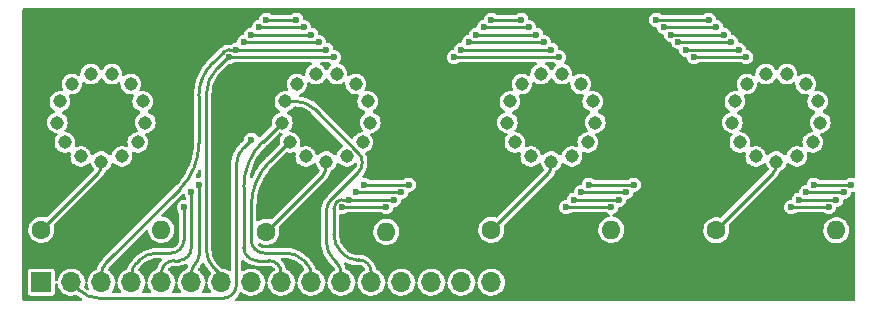
<source format=gbr>
%TF.GenerationSoftware,KiCad,Pcbnew,(6.0.5)*%
%TF.CreationDate,2022-05-25T01:16:53-04:00*%
%TF.ProjectId,in-16-carrier-rounded,696e2d31-362d-4636-9172-726965722d72,rev?*%
%TF.SameCoordinates,Original*%
%TF.FileFunction,Copper,L2,Bot*%
%TF.FilePolarity,Positive*%
%FSLAX46Y46*%
G04 Gerber Fmt 4.6, Leading zero omitted, Abs format (unit mm)*
G04 Created by KiCad (PCBNEW (6.0.5)) date 2022-05-25 01:16:53*
%MOMM*%
%LPD*%
G01*
G04 APERTURE LIST*
%TA.AperFunction,ComponentPad*%
%ADD10C,1.137920*%
%TD*%
%TA.AperFunction,ComponentPad*%
%ADD11C,1.600000*%
%TD*%
%TA.AperFunction,ComponentPad*%
%ADD12O,1.600000X1.600000*%
%TD*%
%TA.AperFunction,ComponentPad*%
%ADD13R,1.700000X1.700000*%
%TD*%
%TA.AperFunction,ComponentPad*%
%ADD14O,1.700000X1.700000*%
%TD*%
%TA.AperFunction,ViaPad*%
%ADD15C,0.600000*%
%TD*%
%TA.AperFunction,Conductor*%
%ADD16C,0.250000*%
%TD*%
G04 APERTURE END LIST*
D10*
%TO.P,N2,0,0*%
%TO.N,/C0*%
X42707560Y-28722320D03*
%TO.P,N2,1,1*%
%TO.N,/C1*%
X46192440Y-28722320D03*
%TO.P,N2,2,2*%
%TO.N,/C2*%
X41960800Y-22590760D03*
%TO.P,N2,3,3*%
%TO.N,/C3*%
X48176180Y-25852120D03*
%TO.P,N2,4,4*%
%TO.N,/C4*%
X46939200Y-22590760D03*
%TO.P,N2,5,5*%
%TO.N,/C5*%
X45346620Y-21755100D03*
%TO.P,N2,6,6*%
%TO.N,/C6*%
X43553380Y-21755100D03*
%TO.P,N2,7,7*%
%TO.N,/C7*%
X47538640Y-27531060D03*
%TO.P,N2,8,8*%
%TO.N,/C8*%
X40723820Y-25852120D03*
%TO.P,N2,9,9*%
%TO.N,/C9*%
X41361360Y-27531060D03*
%TO.P,N2,A,A*%
%TO.N,Net-(N2-PadA)*%
X44450000Y-29154120D03*
%TO.P,N2,LHDP,LHDP*%
%TO.N,/CA*%
X40939720Y-24069040D03*
%TO.P,N2,RHDP,RHDP*%
%TO.N,/CB*%
X47960280Y-24069040D03*
%TD*%
D11*
%TO.P,R3,1*%
%TO.N,Net-(N3-PadA)*%
X58420000Y-34925000D03*
D12*
%TO.P,R3,2*%
%TO.N,/A2*%
X68580000Y-34925000D03*
%TD*%
D11*
%TO.P,R1,1*%
%TO.N,Net-(N1-PadA)*%
X20320000Y-34925000D03*
D12*
%TO.P,R1,2*%
%TO.N,/A0*%
X30480000Y-34925000D03*
%TD*%
D10*
%TO.P,N4,0,0*%
%TO.N,/C0*%
X80807560Y-28722320D03*
%TO.P,N4,1,1*%
%TO.N,/C1*%
X84292440Y-28722320D03*
%TO.P,N4,2,2*%
%TO.N,/C2*%
X80060800Y-22590760D03*
%TO.P,N4,3,3*%
%TO.N,/C3*%
X86276180Y-25852120D03*
%TO.P,N4,4,4*%
%TO.N,/C4*%
X85039200Y-22590760D03*
%TO.P,N4,5,5*%
%TO.N,/C5*%
X83446620Y-21755100D03*
%TO.P,N4,6,6*%
%TO.N,/C6*%
X81653380Y-21755100D03*
%TO.P,N4,7,7*%
%TO.N,/C7*%
X85638640Y-27531060D03*
%TO.P,N4,8,8*%
%TO.N,/C8*%
X78823820Y-25852120D03*
%TO.P,N4,9,9*%
%TO.N,/C9*%
X79461360Y-27531060D03*
%TO.P,N4,A,A*%
%TO.N,Net-(N4-PadA)*%
X82550000Y-29154120D03*
%TO.P,N4,LHDP,LHDP*%
%TO.N,/CA*%
X79039720Y-24069040D03*
%TO.P,N4,RHDP,RHDP*%
%TO.N,/CB*%
X86060280Y-24069040D03*
%TD*%
D13*
%TO.P,J1,1,Pin_1*%
%TO.N,/C0*%
X20320000Y-39370000D03*
D14*
%TO.P,J1,2,Pin_2*%
%TO.N,/C1*%
X22860000Y-39370000D03*
%TO.P,J1,3,Pin_3*%
%TO.N,/C2*%
X25400000Y-39370000D03*
%TO.P,J1,4,Pin_4*%
%TO.N,/C3*%
X27940000Y-39370000D03*
%TO.P,J1,5,Pin_5*%
%TO.N,/C4*%
X30480000Y-39370000D03*
%TO.P,J1,6,Pin_6*%
%TO.N,/C5*%
X33020000Y-39370000D03*
%TO.P,J1,7,Pin_7*%
%TO.N,/C6*%
X35560000Y-39370000D03*
%TO.P,J1,8,Pin_8*%
%TO.N,/C7*%
X38100000Y-39370000D03*
%TO.P,J1,9,Pin_9*%
%TO.N,/C8*%
X40640000Y-39370000D03*
%TO.P,J1,10,Pin_10*%
%TO.N,/C9*%
X43180000Y-39370000D03*
%TO.P,J1,11,Pin_11*%
%TO.N,/CA*%
X45720000Y-39370000D03*
%TO.P,J1,12,Pin_12*%
%TO.N,/CB*%
X48260000Y-39370000D03*
%TO.P,J1,13,Pin_13*%
%TO.N,/A0*%
X50800000Y-39370000D03*
%TO.P,J1,14,Pin_14*%
%TO.N,/A1*%
X53340000Y-39370000D03*
%TO.P,J1,15,Pin_15*%
%TO.N,/A2*%
X55880000Y-39370000D03*
%TO.P,J1,16,Pin_16*%
%TO.N,/A3*%
X58420000Y-39370000D03*
%TD*%
D11*
%TO.P,R2,1*%
%TO.N,Net-(N2-PadA)*%
X39370000Y-35090880D03*
D12*
%TO.P,R2,2*%
%TO.N,/A1*%
X49530000Y-35090880D03*
%TD*%
D10*
%TO.P,N1,0,0*%
%TO.N,/C0*%
X23657560Y-28722320D03*
%TO.P,N1,1,1*%
%TO.N,/C1*%
X27142440Y-28722320D03*
%TO.P,N1,2,2*%
%TO.N,/C2*%
X22910800Y-22590760D03*
%TO.P,N1,3,3*%
%TO.N,/C3*%
X29126180Y-25852120D03*
%TO.P,N1,4,4*%
%TO.N,/C4*%
X27889200Y-22590760D03*
%TO.P,N1,5,5*%
%TO.N,/C5*%
X26296620Y-21755100D03*
%TO.P,N1,6,6*%
%TO.N,/C6*%
X24503380Y-21755100D03*
%TO.P,N1,7,7*%
%TO.N,/C7*%
X28488640Y-27531060D03*
%TO.P,N1,8,8*%
%TO.N,/C8*%
X21673820Y-25852120D03*
%TO.P,N1,9,9*%
%TO.N,/C9*%
X22311360Y-27531060D03*
%TO.P,N1,A,A*%
%TO.N,Net-(N1-PadA)*%
X25400000Y-29154120D03*
%TO.P,N1,LHDP,LHDP*%
%TO.N,/CA*%
X21889720Y-24069040D03*
%TO.P,N1,RHDP,RHDP*%
%TO.N,/CB*%
X28910280Y-24069040D03*
%TD*%
D11*
%TO.P,R4,1*%
%TO.N,Net-(N4-PadA)*%
X77470000Y-34980880D03*
D12*
%TO.P,R4,2*%
%TO.N,/A3*%
X87630000Y-34980880D03*
%TD*%
D10*
%TO.P,N3,0,0*%
%TO.N,/C0*%
X61757560Y-28722320D03*
%TO.P,N3,1,1*%
%TO.N,/C1*%
X65242440Y-28722320D03*
%TO.P,N3,2,2*%
%TO.N,/C2*%
X61010800Y-22590760D03*
%TO.P,N3,3,3*%
%TO.N,/C3*%
X67226180Y-25852120D03*
%TO.P,N3,4,4*%
%TO.N,/C4*%
X65989200Y-22590760D03*
%TO.P,N3,5,5*%
%TO.N,/C5*%
X64396620Y-21755100D03*
%TO.P,N3,6,6*%
%TO.N,/C6*%
X62603380Y-21755100D03*
%TO.P,N3,7,7*%
%TO.N,/C7*%
X66588640Y-27531060D03*
%TO.P,N3,8,8*%
%TO.N,/C8*%
X59773820Y-25852120D03*
%TO.P,N3,9,9*%
%TO.N,/C9*%
X60411360Y-27531060D03*
%TO.P,N3,A,A*%
%TO.N,Net-(N3-PadA)*%
X63500000Y-29154120D03*
%TO.P,N3,LHDP,LHDP*%
%TO.N,/CA*%
X59989720Y-24069040D03*
%TO.P,N3,RHDP,RHDP*%
%TO.N,/CB*%
X67010280Y-24069040D03*
%TD*%
D15*
%TO.N,/C0*%
X41910000Y-17145000D03*
X72390000Y-17145000D03*
X76835000Y-17145000D03*
X60960000Y-17145000D03*
X39370000Y-17145000D03*
X58420000Y-17145000D03*
%TO.N,/C1*%
X38100000Y-27305000D03*
%TO.N,/C2*%
X44450000Y-19685000D03*
X79375000Y-19685000D03*
X74930000Y-19685000D03*
X63500000Y-19685000D03*
X36830000Y-19685000D03*
X55880000Y-19685000D03*
%TO.N,/C3*%
X64770000Y-33020000D03*
X68580000Y-33020000D03*
X45755000Y-33030500D03*
X32385000Y-33020000D03*
X49530000Y-33020000D03*
X86995000Y-33020000D03*
X83820000Y-33020000D03*
%TO.N,/C4*%
X69850000Y-31750000D03*
X66040000Y-31750000D03*
X33020000Y-31750000D03*
X46990000Y-31750000D03*
X50800000Y-31750000D03*
X88265000Y-31750000D03*
X85090000Y-31760500D03*
%TO.N,/C5*%
X70485000Y-31115000D03*
X47625000Y-31115000D03*
X33655000Y-31115000D03*
X88900000Y-31115000D03*
X66675000Y-31115000D03*
X51435000Y-31115000D03*
X85725000Y-31115000D03*
%TO.N,/C6*%
X75565000Y-20320000D03*
X36195000Y-20320000D03*
X64135000Y-20320000D03*
X55245000Y-20320000D03*
X45085000Y-20320000D03*
X80010000Y-20320000D03*
%TO.N,/C8*%
X78105000Y-18415000D03*
X38100000Y-18415000D03*
X73660000Y-18415000D03*
X57150000Y-18415000D03*
X43180000Y-18415000D03*
X62230000Y-18415000D03*
%TO.N,/C9*%
X57785000Y-17780000D03*
X38735000Y-17780000D03*
X77470000Y-17780000D03*
X73025000Y-17780000D03*
X42545000Y-17780000D03*
X61595000Y-17780000D03*
%TO.N,/CA*%
X78740000Y-19050000D03*
X56515000Y-19050000D03*
X43815000Y-19050000D03*
X62865000Y-19050000D03*
X37465000Y-19050000D03*
X74260000Y-19060500D03*
%TO.N,/CB*%
X84455000Y-32385000D03*
X87630000Y-32385000D03*
X69215000Y-32385000D03*
X50165000Y-32385000D03*
X46355000Y-32385000D03*
X65405000Y-32385000D03*
%TD*%
D16*
%TO.N,/C0*%
X41910000Y-17145000D02*
X39370000Y-17145000D01*
X76835000Y-17145000D02*
X72390000Y-17145000D01*
X60960000Y-17145000D02*
X58420000Y-17145000D01*
%TO.N,/C1*%
X37465000Y-27940000D02*
X38100000Y-27305000D01*
X23530560Y-40040560D02*
X22860000Y-39370000D01*
X25149435Y-40711120D02*
X35745987Y-40711120D01*
X36830000Y-39627107D02*
X36830000Y-29473025D01*
X36830011Y-29473025D02*
G75*
G02*
X37465000Y-27940000I2167989J25D01*
G01*
X35745987Y-40711108D02*
G75*
G03*
X36512499Y-40393619I13J1084008D01*
G01*
X25149435Y-40711099D02*
G75*
G02*
X23530560Y-40040560I-35J2289399D01*
G01*
X36512494Y-40393614D02*
G75*
G03*
X36830000Y-39627107I-766494J766514D01*
G01*
%TO.N,/C2*%
X25400000Y-38751895D02*
X25400000Y-39370000D01*
X35773334Y-19858471D02*
X34800903Y-20830903D01*
X32061207Y-31472582D02*
X25837066Y-37696723D01*
X63500000Y-19685000D02*
X55880000Y-19685000D01*
X44450000Y-19685000D02*
X36830000Y-19685000D01*
X33655000Y-27624826D02*
X33655000Y-23597359D01*
X79375000Y-19685000D02*
X74930000Y-19685000D01*
X36192130Y-19685000D02*
X36830000Y-19685000D01*
X35773312Y-19858449D02*
G75*
G02*
X36192130Y-19685000I418788J-418851D01*
G01*
X25399985Y-38751895D02*
G75*
G02*
X25837066Y-37696723I1492215J-5D01*
G01*
X32061206Y-31472581D02*
G75*
G03*
X33655000Y-27624826I-3847766J3847761D01*
G01*
X33654983Y-23597359D02*
G75*
G02*
X34800903Y-20830903I3912417J-41D01*
G01*
%TO.N,/C3*%
X45772924Y-33020000D02*
X49530000Y-33020000D01*
X28574999Y-37536119D02*
X28363868Y-37747251D01*
X32385000Y-35817107D02*
X32385000Y-33020000D01*
X68580000Y-33020000D02*
X64770000Y-33020000D01*
X27940000Y-38770560D02*
X27940000Y-39370000D01*
X30108025Y-36901120D02*
X31300987Y-36901120D01*
X83820000Y-33020000D02*
X86995000Y-33020000D01*
X45760250Y-33025250D02*
X45755000Y-33030500D01*
X32067494Y-36583614D02*
G75*
G03*
X32385000Y-35817107I-766494J766514D01*
G01*
X27939978Y-38770560D02*
G75*
G02*
X28363868Y-37747251I1447222J-40D01*
G01*
X45760243Y-33025243D02*
G75*
G02*
X45772924Y-33020000I12657J-12657D01*
G01*
X31300987Y-36901108D02*
G75*
G03*
X32067499Y-36583619I13J1084008D01*
G01*
X28574997Y-37536117D02*
G75*
G02*
X30108025Y-36901120I1533003J-1532983D01*
G01*
%TO.N,/C4*%
X33020000Y-36452107D02*
X33020000Y-31750000D01*
X85095250Y-31755250D02*
X85090000Y-31760500D01*
X30480000Y-38620132D02*
X30480000Y-39370000D01*
X31564012Y-37536120D02*
X31935987Y-37536120D01*
X88265000Y-31750000D02*
X85107924Y-31750000D01*
X66040000Y-31750000D02*
X69850000Y-31750000D01*
X50800000Y-31750000D02*
X46990000Y-31750000D01*
X32702494Y-37218614D02*
G75*
G03*
X33020000Y-36452107I-766494J766514D01*
G01*
X30797500Y-37853620D02*
G75*
G02*
X31564012Y-37536120I766500J-766480D01*
G01*
X31935987Y-37536108D02*
G75*
G03*
X32702499Y-37218619I13J1084008D01*
G01*
X30480020Y-38620132D02*
G75*
G02*
X30797500Y-37853620I1083980J32D01*
G01*
X85095243Y-31755243D02*
G75*
G02*
X85107924Y-31750000I12657J-12657D01*
G01*
%TO.N,/C5*%
X51435000Y-31115000D02*
X47625000Y-31115000D01*
X85725000Y-31115000D02*
X88900000Y-31115000D01*
X33020000Y-38620132D02*
X33020000Y-39370000D01*
X33655000Y-37087107D02*
X33655000Y-31115000D01*
X66675000Y-31115000D02*
X70485000Y-31115000D01*
X33337494Y-37853614D02*
G75*
G03*
X33655000Y-37087107I-766494J766514D01*
G01*
X33020020Y-38620132D02*
G75*
G02*
X33337500Y-37853620I1083980J32D01*
G01*
%TO.N,/C6*%
X34290000Y-36638094D02*
X34290000Y-23471430D01*
X45085000Y-20320000D02*
X36195000Y-20320000D01*
X64135000Y-20320000D02*
X55245000Y-20320000D01*
X34925000Y-38171120D02*
X35360638Y-38606758D01*
X36115228Y-20340836D02*
X35213032Y-21243032D01*
X36165532Y-20320000D02*
X36195000Y-20320000D01*
X35560000Y-39088060D02*
X35560000Y-39370000D01*
X75565000Y-20320000D02*
X80010000Y-20320000D01*
X36115221Y-20340829D02*
G75*
G02*
X36165532Y-20320000I50279J-50271D01*
G01*
X35560017Y-39088060D02*
G75*
G03*
X35360638Y-38606758I-680717J-40D01*
G01*
X34290012Y-23471430D02*
G75*
G02*
X35213032Y-21243032I3151388J30D01*
G01*
X34925002Y-38171118D02*
G75*
G02*
X34290000Y-36638094I1532998J1533018D01*
G01*
%TO.N,/C8*%
X38549012Y-37536120D02*
X39555987Y-37536120D01*
X43180000Y-18415000D02*
X38100000Y-18415000D01*
X37465000Y-31319781D02*
X37465000Y-36452107D01*
X40701259Y-25852120D02*
X40723820Y-25852120D01*
X40640000Y-38620132D02*
X40640000Y-39370000D01*
X62230000Y-18415000D02*
X57150000Y-18415000D01*
X73660000Y-18415000D02*
X78105000Y-18415000D01*
X39058792Y-27472024D02*
X40662744Y-25868073D01*
X39555987Y-37536120D02*
G75*
G02*
X40322500Y-37853620I13J-1083980D01*
G01*
X38549012Y-37536108D02*
G75*
G02*
X37782501Y-37218619I-12J1084008D01*
G01*
X37465001Y-31319781D02*
G75*
G02*
X39058792Y-27472024I5441599J-19D01*
G01*
X40639980Y-38620132D02*
G75*
G03*
X40322500Y-37853620I-1083980J32D01*
G01*
X40662762Y-25868091D02*
G75*
G02*
X40701259Y-25852120I38538J-38509D01*
G01*
X37782506Y-37218614D02*
G75*
G02*
X37465000Y-36452107I766494J766514D01*
G01*
%TO.N,/C9*%
X61595000Y-17780000D02*
X57785000Y-17780000D01*
X38100000Y-35817107D02*
X38100000Y-32940359D01*
X43180000Y-38770560D02*
X43180000Y-39370000D01*
X39184012Y-36901120D02*
X41011974Y-36901120D01*
X42545000Y-37536120D02*
X42756131Y-37747251D01*
X41235931Y-27563822D02*
X39684347Y-29115407D01*
X77470000Y-17780000D02*
X73025000Y-17780000D01*
X41315027Y-27531060D02*
X41361360Y-27531060D01*
X42545000Y-17780000D02*
X38735000Y-17780000D01*
X41011974Y-36901125D02*
G75*
G02*
X42545000Y-37536120I26J-2167975D01*
G01*
X38417506Y-36583614D02*
G75*
G02*
X38100000Y-35817107I766494J766514D01*
G01*
X39184012Y-36901108D02*
G75*
G02*
X38417501Y-36583619I-12J1084008D01*
G01*
X41235922Y-27563813D02*
G75*
G02*
X41315027Y-27531060I79078J-79087D01*
G01*
X38099972Y-32940359D02*
G75*
G02*
X39684347Y-29115407I5409328J-41D01*
G01*
X43180021Y-38770560D02*
G75*
G03*
X42756131Y-37747251I-1447221J-40D01*
G01*
%TO.N,/CA*%
X47160823Y-28427143D02*
X43461389Y-24727709D01*
X74270500Y-19050000D02*
X78740000Y-19050000D01*
X45270987Y-37650987D02*
X45085000Y-37465000D01*
X43815000Y-19050000D02*
X37465000Y-19050000D01*
X74260000Y-19060500D02*
X74270500Y-19050000D01*
X41871220Y-24069040D02*
X40939720Y-24069040D01*
X47160823Y-30055176D02*
X44868617Y-32347382D01*
X62865000Y-19050000D02*
X56515000Y-19050000D01*
X44450000Y-33358013D02*
X44450000Y-35931974D01*
X45720000Y-38735000D02*
X45720000Y-39370000D01*
X47498026Y-29241160D02*
G75*
G03*
X47160823Y-28427143I-1151226J-40D01*
G01*
X47160845Y-30055198D02*
G75*
G03*
X47498000Y-29241160I-814045J813998D01*
G01*
X41871220Y-24069032D02*
G75*
G02*
X43461389Y-24727709I-20J-2248868D01*
G01*
X44450025Y-33358013D02*
G75*
G02*
X44868617Y-32347382I1429275J13D01*
G01*
X45720007Y-38735000D02*
G75*
G03*
X45270987Y-37650987I-1533007J0D01*
G01*
X45084992Y-37465008D02*
G75*
G02*
X44450000Y-35931974I1533008J1533008D01*
G01*
%TO.N,/CB*%
X46355000Y-32385000D02*
X50165000Y-32385000D01*
X45085000Y-33122994D02*
X45085000Y-35296974D01*
X87630000Y-32385000D02*
X84455000Y-32385000D01*
X47175987Y-37465000D02*
X46990000Y-37465000D01*
X46355000Y-32385000D02*
X45743030Y-32385000D01*
X45301153Y-32601153D02*
X45357694Y-32544612D01*
X69215000Y-32385000D02*
X65405000Y-32385000D01*
X45720000Y-36830000D02*
X45905987Y-37015987D01*
X48260000Y-38549012D02*
X48260000Y-39370000D01*
X48259994Y-38549012D02*
G75*
G03*
X47942500Y-37782500I-1083994J12D01*
G01*
X45084997Y-33122994D02*
G75*
G02*
X45301153Y-32601153I738003J-6D01*
G01*
X46990000Y-37465007D02*
G75*
G02*
X45905987Y-37015987I0J1533007D01*
G01*
X47175987Y-37465006D02*
G75*
G02*
X47942500Y-37782500I13J-1083994D01*
G01*
X45357689Y-32544607D02*
G75*
G02*
X45743030Y-32385000I385311J-385293D01*
G01*
X45719992Y-36830008D02*
G75*
G02*
X45085000Y-35296974I1533008J1533008D01*
G01*
%TO.N,Net-(N1-PadA)*%
X25155737Y-30089262D02*
X20320000Y-34925000D01*
X25400000Y-29499560D02*
X25400000Y-29154120D01*
X25155765Y-30089290D02*
G75*
G03*
X25400000Y-29499560I-589765J589690D01*
G01*
%TO.N,Net-(N2-PadA)*%
X44450000Y-29582500D02*
X44450000Y-29154120D01*
X44147089Y-30313790D02*
X39370000Y-35090880D01*
X44147089Y-30313790D02*
G75*
G03*
X44450000Y-29582500I-731289J731290D01*
G01*
%TO.N,Net-(N3-PadA)*%
X63255738Y-30145143D02*
X58420000Y-34980880D01*
X63500000Y-29555440D02*
X63500000Y-29210000D01*
X63500019Y-29555440D02*
G75*
G02*
X63255738Y-30145143I-834019J40D01*
G01*
%TO.N,Net-(N4-PadA)*%
X82285981Y-30109020D02*
X77470000Y-34925000D01*
X82550000Y-29471620D02*
X82550000Y-29098240D01*
X82550020Y-29471620D02*
G75*
G02*
X82285981Y-30109020I-901420J20D01*
G01*
%TD*%
%TA.AperFunction,NonConductor*%
G36*
X44678442Y-20765502D02*
G01*
X44687025Y-20771538D01*
X44775603Y-20839506D01*
X44775606Y-20839508D01*
X44782159Y-20844536D01*
X44789899Y-20847742D01*
X44789978Y-20847805D01*
X44796940Y-20851825D01*
X44796313Y-20852910D01*
X44845182Y-20892287D01*
X44867606Y-20959649D01*
X44850052Y-21028441D01*
X44815748Y-21066089D01*
X44788642Y-21085783D01*
X44761633Y-21105406D01*
X44639338Y-21241229D01*
X44636037Y-21246947D01*
X44559119Y-21380173D01*
X44507737Y-21429166D01*
X44438023Y-21442602D01*
X44372112Y-21416216D01*
X44340881Y-21380173D01*
X44263963Y-21246947D01*
X44260662Y-21241229D01*
X44138367Y-21105406D01*
X43990505Y-20997978D01*
X43984479Y-20995295D01*
X43984472Y-20995291D01*
X43964966Y-20986607D01*
X43910870Y-20940627D01*
X43890220Y-20872700D01*
X43909572Y-20804392D01*
X43962782Y-20757390D01*
X44016214Y-20745500D01*
X44610321Y-20745500D01*
X44678442Y-20765502D01*
G37*
%TD.AperFunction*%
%TA.AperFunction,NonConductor*%
G36*
X44527888Y-22093984D02*
G01*
X44559118Y-22130026D01*
X44639338Y-22268971D01*
X44761633Y-22404794D01*
X44766975Y-22408675D01*
X44766977Y-22408677D01*
X44856288Y-22473565D01*
X44909495Y-22512222D01*
X44915523Y-22514906D01*
X44915525Y-22514907D01*
X45041760Y-22571110D01*
X45076462Y-22586560D01*
X45165849Y-22605560D01*
X45248779Y-22623188D01*
X45248784Y-22623188D01*
X45255236Y-22624560D01*
X45438004Y-22624560D01*
X45444456Y-22623188D01*
X45444461Y-22623188D01*
X45527391Y-22605560D01*
X45616778Y-22586560D01*
X45651480Y-22571110D01*
X45777715Y-22514907D01*
X45777717Y-22514906D01*
X45783745Y-22512222D01*
X45836952Y-22473565D01*
X45868185Y-22450873D01*
X45935053Y-22427014D01*
X46004205Y-22443095D01*
X46053685Y-22494009D01*
X46067555Y-22565979D01*
X46064951Y-22590760D01*
X46084055Y-22772527D01*
X46140534Y-22946349D01*
X46231918Y-23104631D01*
X46236336Y-23109538D01*
X46236337Y-23109539D01*
X46334828Y-23218925D01*
X46354213Y-23240454D01*
X46359555Y-23244335D01*
X46359557Y-23244337D01*
X46496733Y-23344001D01*
X46502075Y-23347882D01*
X46508103Y-23350566D01*
X46508105Y-23350567D01*
X46663011Y-23419535D01*
X46669042Y-23422220D01*
X46758429Y-23441220D01*
X46841359Y-23458848D01*
X46841364Y-23458848D01*
X46847816Y-23460220D01*
X47030584Y-23460220D01*
X47037037Y-23458848D01*
X47037050Y-23458847D01*
X47069782Y-23451889D01*
X47140572Y-23457290D01*
X47197205Y-23500106D01*
X47221699Y-23566744D01*
X47205098Y-23638134D01*
X47161614Y-23713451D01*
X47105135Y-23887273D01*
X47086031Y-24069040D01*
X47086721Y-24075605D01*
X47102534Y-24226055D01*
X47105135Y-24250807D01*
X47161614Y-24424629D01*
X47252998Y-24582911D01*
X47375293Y-24718734D01*
X47380635Y-24722615D01*
X47380637Y-24722617D01*
X47409252Y-24743407D01*
X47523155Y-24826162D01*
X47529183Y-24828846D01*
X47529185Y-24828847D01*
X47687078Y-24899145D01*
X47741174Y-24945125D01*
X47761823Y-25013052D01*
X47742471Y-25081360D01*
X47709890Y-25116188D01*
X47596537Y-25198543D01*
X47596535Y-25198545D01*
X47591193Y-25202426D01*
X47468898Y-25338249D01*
X47377514Y-25496531D01*
X47321035Y-25670353D01*
X47301931Y-25852120D01*
X47321035Y-26033887D01*
X47377514Y-26207709D01*
X47468898Y-26365991D01*
X47545703Y-26451292D01*
X47576419Y-26515298D01*
X47567654Y-26585751D01*
X47522191Y-26640282D01*
X47460236Y-26659116D01*
X47460425Y-26660910D01*
X47453858Y-26661600D01*
X47447256Y-26661600D01*
X47440804Y-26662972D01*
X47440799Y-26662972D01*
X47357869Y-26680600D01*
X47268482Y-26699600D01*
X47262452Y-26702285D01*
X47262451Y-26702285D01*
X47107546Y-26771253D01*
X47107544Y-26771254D01*
X47101516Y-26773938D01*
X47096175Y-26777818D01*
X47096174Y-26777819D01*
X46958997Y-26877483D01*
X46958995Y-26877485D01*
X46953653Y-26881366D01*
X46949232Y-26886276D01*
X46949231Y-26886277D01*
X46850790Y-26995608D01*
X46831358Y-27017189D01*
X46739974Y-27175471D01*
X46738184Y-27174437D01*
X46698523Y-27221107D01*
X46630598Y-27241763D01*
X46562288Y-27222417D01*
X46540292Y-27204864D01*
X43792957Y-24457529D01*
X43780116Y-24442495D01*
X43771840Y-24431104D01*
X43771839Y-24431103D01*
X43766013Y-24423084D01*
X43757993Y-24417257D01*
X43756158Y-24415422D01*
X43752540Y-24412504D01*
X43541270Y-24223701D01*
X43296296Y-24049883D01*
X43033402Y-23904585D01*
X42931658Y-23862441D01*
X42759162Y-23790989D01*
X42759154Y-23790986D01*
X42755892Y-23789635D01*
X42752486Y-23788654D01*
X42752484Y-23788653D01*
X42470667Y-23707461D01*
X42470660Y-23707459D01*
X42467257Y-23706479D01*
X42296001Y-23677381D01*
X42241087Y-23668050D01*
X42177279Y-23636919D01*
X42140431Y-23576234D01*
X42142241Y-23505260D01*
X42182136Y-23446532D01*
X42223257Y-23423997D01*
X42224504Y-23423592D01*
X42230958Y-23422220D01*
X42296328Y-23393115D01*
X42391895Y-23350567D01*
X42391897Y-23350566D01*
X42397925Y-23347882D01*
X42403267Y-23344001D01*
X42540443Y-23244337D01*
X42540445Y-23244335D01*
X42545787Y-23240454D01*
X42565172Y-23218925D01*
X42663663Y-23109539D01*
X42663664Y-23109538D01*
X42668082Y-23104631D01*
X42759466Y-22946349D01*
X42815945Y-22772527D01*
X42835049Y-22590760D01*
X42832445Y-22565979D01*
X42845215Y-22496143D01*
X42893716Y-22444296D01*
X42962549Y-22426900D01*
X43031815Y-22450873D01*
X43063048Y-22473565D01*
X43116255Y-22512222D01*
X43122283Y-22514906D01*
X43122285Y-22514907D01*
X43248520Y-22571110D01*
X43283222Y-22586560D01*
X43372609Y-22605560D01*
X43455539Y-22623188D01*
X43455544Y-22623188D01*
X43461996Y-22624560D01*
X43644764Y-22624560D01*
X43651216Y-22623188D01*
X43651221Y-22623188D01*
X43734151Y-22605560D01*
X43823538Y-22586560D01*
X43858240Y-22571110D01*
X43984475Y-22514907D01*
X43984477Y-22514906D01*
X43990505Y-22512222D01*
X44043712Y-22473565D01*
X44133023Y-22408677D01*
X44133025Y-22408675D01*
X44138367Y-22404794D01*
X44260662Y-22268971D01*
X44340881Y-22130027D01*
X44392263Y-22081034D01*
X44461977Y-22067598D01*
X44527888Y-22093984D01*
G37*
%TD.AperFunction*%
%TA.AperFunction,NonConductor*%
G36*
X41847522Y-24496091D02*
G01*
X41871216Y-24499844D01*
X41881009Y-24498293D01*
X41881011Y-24498293D01*
X41881036Y-24498289D01*
X41908987Y-24497008D01*
X42100967Y-24509593D01*
X42117307Y-24511744D01*
X42335033Y-24555053D01*
X42350953Y-24559319D01*
X42561161Y-24630677D01*
X42576387Y-24636984D01*
X42775480Y-24735166D01*
X42789754Y-24743407D01*
X42974327Y-24866736D01*
X42987402Y-24876769D01*
X43132087Y-25003654D01*
X43150923Y-25024299D01*
X43150938Y-25024314D01*
X43156765Y-25032334D01*
X43164785Y-25038161D01*
X43176176Y-25046437D01*
X43191210Y-25059278D01*
X45862193Y-27730261D01*
X45896219Y-27792573D01*
X45891154Y-27863388D01*
X45848607Y-27920224D01*
X45824347Y-27934462D01*
X45761354Y-27962509D01*
X45761349Y-27962512D01*
X45755316Y-27965198D01*
X45749975Y-27969078D01*
X45749974Y-27969079D01*
X45612797Y-28068743D01*
X45612795Y-28068745D01*
X45607453Y-28072626D01*
X45603032Y-28077536D01*
X45603031Y-28077537D01*
X45510095Y-28180754D01*
X45485158Y-28208449D01*
X45393774Y-28366731D01*
X45391734Y-28373011D01*
X45391733Y-28373012D01*
X45383241Y-28399147D01*
X45337295Y-28540553D01*
X45337033Y-28543041D01*
X45304028Y-28604174D01*
X45241879Y-28638496D01*
X45171040Y-28633768D01*
X45120876Y-28599816D01*
X45034987Y-28504426D01*
X44961606Y-28451111D01*
X44892467Y-28400879D01*
X44892466Y-28400878D01*
X44887125Y-28396998D01*
X44881097Y-28394314D01*
X44881095Y-28394313D01*
X44726189Y-28325345D01*
X44726188Y-28325345D01*
X44720158Y-28322660D01*
X44630771Y-28303660D01*
X44547841Y-28286032D01*
X44547836Y-28286032D01*
X44541384Y-28284660D01*
X44358616Y-28284660D01*
X44352164Y-28286032D01*
X44352159Y-28286032D01*
X44269229Y-28303660D01*
X44179842Y-28322660D01*
X44173812Y-28325345D01*
X44173811Y-28325345D01*
X44018906Y-28394313D01*
X44018904Y-28394314D01*
X44012876Y-28396998D01*
X44007535Y-28400878D01*
X44007534Y-28400879D01*
X43870357Y-28500543D01*
X43870355Y-28500545D01*
X43865013Y-28504426D01*
X43779124Y-28599816D01*
X43718681Y-28637054D01*
X43647697Y-28635703D01*
X43588712Y-28596189D01*
X43562987Y-28543232D01*
X43562705Y-28540553D01*
X43516759Y-28399147D01*
X43508267Y-28373012D01*
X43508266Y-28373011D01*
X43506226Y-28366731D01*
X43414842Y-28208449D01*
X43389906Y-28180754D01*
X43296969Y-28077537D01*
X43296968Y-28077536D01*
X43292547Y-28072626D01*
X43273090Y-28058489D01*
X43150027Y-27969079D01*
X43150026Y-27969078D01*
X43144685Y-27965198D01*
X43138657Y-27962514D01*
X43138655Y-27962513D01*
X42983749Y-27893545D01*
X42983748Y-27893545D01*
X42977718Y-27890860D01*
X42888331Y-27871860D01*
X42805401Y-27854232D01*
X42805396Y-27854232D01*
X42798944Y-27852860D01*
X42616176Y-27852860D01*
X42609724Y-27854232D01*
X42609719Y-27854232D01*
X42526789Y-27871860D01*
X42437402Y-27890860D01*
X42431375Y-27893543D01*
X42431367Y-27893546D01*
X42370050Y-27920847D01*
X42299683Y-27930282D01*
X42235385Y-27900176D01*
X42197572Y-27840088D01*
X42198967Y-27766805D01*
X42214463Y-27719113D01*
X42214464Y-27719109D01*
X42216505Y-27712827D01*
X42217448Y-27703862D01*
X42234919Y-27537625D01*
X42235609Y-27531060D01*
X42216505Y-27349293D01*
X42160026Y-27175471D01*
X42068642Y-27017189D01*
X42049211Y-26995608D01*
X41950769Y-26886277D01*
X41950768Y-26886276D01*
X41946347Y-26881366D01*
X41814387Y-26785491D01*
X41803827Y-26777819D01*
X41803826Y-26777818D01*
X41798485Y-26773938D01*
X41792457Y-26771254D01*
X41792455Y-26771253D01*
X41637549Y-26702285D01*
X41637548Y-26702285D01*
X41631518Y-26699600D01*
X41542131Y-26680600D01*
X41459201Y-26662972D01*
X41459196Y-26662972D01*
X41452744Y-26661600D01*
X41446142Y-26661600D01*
X41439575Y-26660910D01*
X41439755Y-26659198D01*
X41379814Y-26641598D01*
X41333321Y-26587942D01*
X41323217Y-26517668D01*
X41354297Y-26451292D01*
X41431102Y-26365991D01*
X41522486Y-26207709D01*
X41578965Y-26033887D01*
X41598069Y-25852120D01*
X41578965Y-25670353D01*
X41522486Y-25496531D01*
X41431102Y-25338249D01*
X41308807Y-25202426D01*
X41190109Y-25116187D01*
X41146756Y-25059966D01*
X41140681Y-24989230D01*
X41173812Y-24926438D01*
X41212922Y-24899145D01*
X41370815Y-24828847D01*
X41370817Y-24828846D01*
X41376845Y-24826162D01*
X41490748Y-24743407D01*
X41519363Y-24722617D01*
X41519365Y-24722615D01*
X41524707Y-24718734D01*
X41647002Y-24582911D01*
X41661650Y-24557540D01*
X41713033Y-24508547D01*
X41770769Y-24494540D01*
X41827810Y-24494540D01*
X41847522Y-24496091D01*
G37*
%TD.AperFunction*%
%TA.AperFunction,NonConductor*%
G36*
X33802794Y-29838405D02*
G01*
X33851172Y-29890367D01*
X33864500Y-29946767D01*
X33864500Y-30393224D01*
X33844498Y-30461345D01*
X33790842Y-30507838D01*
X33722054Y-30518146D01*
X33655000Y-30509318D01*
X33646812Y-30510396D01*
X33543126Y-30524046D01*
X33472977Y-30513106D01*
X33419879Y-30465978D01*
X33400689Y-30397624D01*
X33414008Y-30342724D01*
X33426710Y-30317350D01*
X33553708Y-30063640D01*
X33564911Y-30036595D01*
X33622091Y-29898549D01*
X33666639Y-29843268D01*
X33734003Y-29820847D01*
X33802794Y-29838405D01*
G37*
%TD.AperFunction*%
%TA.AperFunction,NonConductor*%
G36*
X40625979Y-26720208D02*
G01*
X40625984Y-26720208D01*
X40632436Y-26721580D01*
X40639038Y-26721580D01*
X40645605Y-26722270D01*
X40645425Y-26723982D01*
X40705366Y-26741582D01*
X40751859Y-26795238D01*
X40761963Y-26865512D01*
X40730883Y-26931888D01*
X40654078Y-27017189D01*
X40562694Y-27175471D01*
X40506215Y-27349293D01*
X40487111Y-27531060D01*
X40487801Y-27537625D01*
X40497932Y-27634023D01*
X40485159Y-27703862D01*
X40461717Y-27736288D01*
X39414169Y-28783837D01*
X39399134Y-28796679D01*
X39379724Y-28810781D01*
X39375710Y-28816306D01*
X39069059Y-29148034D01*
X38785202Y-29508101D01*
X38783824Y-29510163D01*
X38783822Y-29510166D01*
X38631775Y-29737718D01*
X38530471Y-29889329D01*
X38529259Y-29891493D01*
X38529256Y-29891498D01*
X38390981Y-30138402D01*
X38306435Y-30289368D01*
X38305406Y-30291601D01*
X38305403Y-30291606D01*
X38284784Y-30336332D01*
X38225016Y-30465978D01*
X38215132Y-30487417D01*
X38168447Y-30540906D01*
X38100256Y-30560664D01*
X38032207Y-30540419D01*
X37985906Y-30486597D01*
X37977127Y-30410083D01*
X38028134Y-30153656D01*
X38030444Y-30144036D01*
X38033607Y-30132823D01*
X38083307Y-29956600D01*
X38134662Y-29774508D01*
X38137719Y-29765099D01*
X38265020Y-29420033D01*
X38270616Y-29404865D01*
X38274401Y-29395727D01*
X38328377Y-29278645D01*
X38435151Y-29047034D01*
X38439632Y-29038239D01*
X38616554Y-28722320D01*
X38627251Y-28703219D01*
X38632421Y-28694783D01*
X38818958Y-28415609D01*
X38845738Y-28375531D01*
X38851551Y-28367530D01*
X39089246Y-28066013D01*
X39095671Y-28058489D01*
X39333019Y-27801726D01*
X39351483Y-27785319D01*
X39355395Y-27782477D01*
X39355398Y-27782474D01*
X39363418Y-27776647D01*
X39377520Y-27757237D01*
X39390362Y-27742202D01*
X40401428Y-26731136D01*
X40463740Y-26697110D01*
X40516720Y-26696984D01*
X40625979Y-26720208D01*
G37*
%TD.AperFunction*%
%TA.AperFunction,NonConductor*%
G36*
X41833536Y-28353206D02*
G01*
X41871349Y-28413295D01*
X41869953Y-28486576D01*
X41863573Y-28506213D01*
X41852415Y-28540553D01*
X41851725Y-28547119D01*
X41851724Y-28547123D01*
X41842121Y-28638496D01*
X41833311Y-28722320D01*
X41834001Y-28728885D01*
X41851461Y-28895006D01*
X41852415Y-28904087D01*
X41908894Y-29077909D01*
X42000278Y-29236191D01*
X42004696Y-29241098D01*
X42004697Y-29241099D01*
X42090044Y-29335887D01*
X42122573Y-29372014D01*
X42127915Y-29375895D01*
X42127917Y-29375897D01*
X42265093Y-29475561D01*
X42270435Y-29479442D01*
X42276463Y-29482126D01*
X42276465Y-29482127D01*
X42431371Y-29551095D01*
X42437402Y-29553780D01*
X42526789Y-29572780D01*
X42609719Y-29590408D01*
X42609724Y-29590408D01*
X42616176Y-29591780D01*
X42798944Y-29591780D01*
X42805396Y-29590408D01*
X42805401Y-29590408D01*
X42888331Y-29572780D01*
X42977718Y-29553780D01*
X42983749Y-29551095D01*
X43138655Y-29482127D01*
X43138657Y-29482126D01*
X43144685Y-29479442D01*
X43150027Y-29475561D01*
X43287203Y-29375897D01*
X43287205Y-29375895D01*
X43292547Y-29372014D01*
X43378436Y-29276624D01*
X43438879Y-29239386D01*
X43509863Y-29240737D01*
X43568848Y-29280251D01*
X43594573Y-29333208D01*
X43594855Y-29335887D01*
X43627384Y-29435999D01*
X43647113Y-29496717D01*
X43651334Y-29509709D01*
X43742718Y-29667991D01*
X43865013Y-29803814D01*
X43865139Y-29803905D01*
X43901123Y-29862309D01*
X43899774Y-29933293D01*
X43876974Y-29975437D01*
X43869638Y-29984376D01*
X43857240Y-29996065D01*
X43857499Y-29996324D01*
X43850485Y-30003338D01*
X43842465Y-30009165D01*
X43836639Y-30017184D01*
X43836636Y-30017187D01*
X43828362Y-30028576D01*
X43815521Y-30043610D01*
X41806291Y-32052841D01*
X39845564Y-34013568D01*
X39783252Y-34047594D01*
X39709781Y-34041504D01*
X39704165Y-34039264D01*
X39683898Y-34031178D01*
X39485526Y-33991719D01*
X39479752Y-33991643D01*
X39479748Y-33991643D01*
X39377257Y-33990302D01*
X39283286Y-33989072D01*
X39277589Y-33990051D01*
X39277588Y-33990051D01*
X39089646Y-34022345D01*
X39089645Y-34022345D01*
X39083949Y-34023324D01*
X38894193Y-34093329D01*
X38889232Y-34096281D01*
X38889231Y-34096281D01*
X38876278Y-34103987D01*
X38720371Y-34196742D01*
X38719749Y-34195697D01*
X38658699Y-34217483D01*
X38589547Y-34201406D01*
X38540064Y-34150495D01*
X38525500Y-34091689D01*
X38525500Y-32983768D01*
X38527051Y-32964057D01*
X38529253Y-32950154D01*
X38530804Y-32940362D01*
X38528474Y-32925649D01*
X38527019Y-32900988D01*
X38527805Y-32881004D01*
X38540644Y-32554275D01*
X38541418Y-32544436D01*
X38586258Y-32165618D01*
X38587801Y-32155876D01*
X38607977Y-32054451D01*
X38662219Y-31781765D01*
X38664529Y-31772146D01*
X38672191Y-31744978D01*
X38768063Y-31405050D01*
X38771119Y-31395643D01*
X38781551Y-31367368D01*
X38842411Y-31202403D01*
X38903143Y-31037786D01*
X38906929Y-31028646D01*
X39066621Y-30682253D01*
X39071113Y-30673438D01*
X39208707Y-30427750D01*
X39257487Y-30340647D01*
X39262654Y-30332216D01*
X39282979Y-30301798D01*
X39474578Y-30015053D01*
X39480365Y-30007087D01*
X39716521Y-29707529D01*
X39722938Y-29700016D01*
X39958571Y-29445113D01*
X39977033Y-29428707D01*
X39980945Y-29425864D01*
X39980947Y-29425862D01*
X39988970Y-29420033D01*
X40003076Y-29400618D01*
X40015916Y-29385585D01*
X40999760Y-28401741D01*
X41062072Y-28367715D01*
X41115053Y-28367590D01*
X41263512Y-28399147D01*
X41263521Y-28399148D01*
X41269976Y-28400520D01*
X41452744Y-28400520D01*
X41459196Y-28399148D01*
X41459201Y-28399148D01*
X41570297Y-28375533D01*
X41631518Y-28362520D01*
X41637545Y-28359837D01*
X41637553Y-28359834D01*
X41698872Y-28332533D01*
X41769239Y-28323099D01*
X41833536Y-28353206D01*
G37*
%TD.AperFunction*%
%TA.AperFunction,NonConductor*%
G36*
X43158668Y-20765502D02*
G01*
X43205161Y-20819158D01*
X43215265Y-20889432D01*
X43185771Y-20954012D01*
X43141795Y-20986607D01*
X43122289Y-20995291D01*
X43122282Y-20995295D01*
X43116256Y-20997978D01*
X43110915Y-21001858D01*
X43110914Y-21001859D01*
X42973737Y-21101523D01*
X42973735Y-21101525D01*
X42968393Y-21105406D01*
X42846098Y-21241229D01*
X42754714Y-21399511D01*
X42698235Y-21573333D01*
X42679131Y-21755100D01*
X42681735Y-21779881D01*
X42668965Y-21849717D01*
X42620464Y-21901564D01*
X42551631Y-21918960D01*
X42482365Y-21894987D01*
X42403267Y-21837519D01*
X42403266Y-21837518D01*
X42397925Y-21833638D01*
X42391897Y-21830954D01*
X42391895Y-21830953D01*
X42236989Y-21761985D01*
X42236988Y-21761985D01*
X42230958Y-21759300D01*
X42141571Y-21740300D01*
X42058641Y-21722672D01*
X42058636Y-21722672D01*
X42052184Y-21721300D01*
X41869416Y-21721300D01*
X41862964Y-21722672D01*
X41862959Y-21722672D01*
X41780029Y-21740300D01*
X41690642Y-21759300D01*
X41684612Y-21761985D01*
X41684611Y-21761985D01*
X41529706Y-21830953D01*
X41529704Y-21830954D01*
X41523676Y-21833638D01*
X41518335Y-21837518D01*
X41518334Y-21837519D01*
X41381157Y-21937183D01*
X41381155Y-21937185D01*
X41375813Y-21941066D01*
X41371392Y-21945976D01*
X41371391Y-21945977D01*
X41261884Y-22067598D01*
X41253518Y-22076889D01*
X41162134Y-22235171D01*
X41105655Y-22408993D01*
X41104965Y-22415559D01*
X41104964Y-22415563D01*
X41096495Y-22496143D01*
X41086551Y-22590760D01*
X41105655Y-22772527D01*
X41162134Y-22946349D01*
X41165437Y-22952070D01*
X41205618Y-23021665D01*
X41222356Y-23090660D01*
X41199136Y-23157752D01*
X41143329Y-23201639D01*
X41070302Y-23207911D01*
X41037570Y-23200953D01*
X41037557Y-23200952D01*
X41031104Y-23199580D01*
X40848336Y-23199580D01*
X40841884Y-23200952D01*
X40841879Y-23200952D01*
X40758949Y-23218580D01*
X40669562Y-23237580D01*
X40663532Y-23240265D01*
X40663531Y-23240265D01*
X40508626Y-23309233D01*
X40508624Y-23309234D01*
X40502596Y-23311918D01*
X40497255Y-23315798D01*
X40497254Y-23315799D01*
X40360077Y-23415463D01*
X40360075Y-23415465D01*
X40354733Y-23419346D01*
X40350312Y-23424256D01*
X40350311Y-23424257D01*
X40268757Y-23514833D01*
X40232438Y-23555169D01*
X40141054Y-23713451D01*
X40084575Y-23887273D01*
X40065471Y-24069040D01*
X40066161Y-24075605D01*
X40081974Y-24226055D01*
X40084575Y-24250807D01*
X40141054Y-24424629D01*
X40232438Y-24582911D01*
X40354733Y-24718734D01*
X40360075Y-24722615D01*
X40360077Y-24722617D01*
X40388692Y-24743407D01*
X40473431Y-24804973D01*
X40516784Y-24861194D01*
X40522859Y-24931930D01*
X40489728Y-24994722D01*
X40450618Y-25022015D01*
X40292726Y-25092313D01*
X40292724Y-25092314D01*
X40286696Y-25094998D01*
X40281355Y-25098878D01*
X40281354Y-25098879D01*
X40144177Y-25198543D01*
X40144175Y-25198545D01*
X40138833Y-25202426D01*
X40016538Y-25338249D01*
X39925154Y-25496531D01*
X39868675Y-25670353D01*
X39849571Y-25852120D01*
X39850261Y-25858685D01*
X39864914Y-25998105D01*
X39852142Y-26067943D01*
X39828699Y-26100370D01*
X38846440Y-27082629D01*
X38784128Y-27116655D01*
X38713313Y-27111590D01*
X38656477Y-27069043D01*
X38640936Y-27041752D01*
X38633130Y-27022907D01*
X38624536Y-27002159D01*
X38528282Y-26876718D01*
X38402841Y-26780464D01*
X38256762Y-26719956D01*
X38100000Y-26699318D01*
X37943238Y-26719956D01*
X37797159Y-26780464D01*
X37671718Y-26876718D01*
X37575464Y-27002159D01*
X37514956Y-27148238D01*
X37513878Y-27156427D01*
X37499304Y-27267126D01*
X37470582Y-27332054D01*
X37463477Y-27339775D01*
X37194817Y-27608435D01*
X37179783Y-27621276D01*
X37168398Y-27629547D01*
X37168396Y-27629549D01*
X37160376Y-27635376D01*
X37154549Y-27643396D01*
X37153130Y-27644815D01*
X37149043Y-27649882D01*
X36967131Y-27853442D01*
X36798566Y-28091014D01*
X36796857Y-28094106D01*
X36796854Y-28094111D01*
X36713669Y-28244624D01*
X36657660Y-28345966D01*
X36546187Y-28615092D01*
X36545210Y-28618482D01*
X36545209Y-28618486D01*
X36495552Y-28790853D01*
X36465547Y-28895006D01*
X36416755Y-29182189D01*
X36401993Y-29445113D01*
X36401457Y-29454653D01*
X36400747Y-29461285D01*
X36400747Y-29463235D01*
X36399196Y-29473030D01*
X36400748Y-29482826D01*
X36402948Y-29496717D01*
X36404500Y-29516430D01*
X36404500Y-38313891D01*
X36384498Y-38382012D01*
X36330842Y-38428505D01*
X36260568Y-38438609D01*
X36211265Y-38420453D01*
X36089439Y-38343587D01*
X36089437Y-38343586D01*
X36084554Y-38340505D01*
X35888160Y-38262152D01*
X35882503Y-38261027D01*
X35882497Y-38261025D01*
X35686443Y-38222028D01*
X35686438Y-38222028D01*
X35680775Y-38220901D01*
X35675000Y-38220825D01*
X35674996Y-38220825D01*
X35650481Y-38220504D01*
X35626368Y-38220189D01*
X35558516Y-38199297D01*
X35538922Y-38183295D01*
X35411905Y-38056277D01*
X35256559Y-37900931D01*
X35243726Y-37885907D01*
X35229622Y-37866494D01*
X35221602Y-37860667D01*
X35221565Y-37860630D01*
X35200951Y-37841823D01*
X35081034Y-37705085D01*
X35071000Y-37692009D01*
X34953544Y-37516224D01*
X34945303Y-37501951D01*
X34851793Y-37312334D01*
X34845486Y-37297107D01*
X34777529Y-37096914D01*
X34773263Y-37080993D01*
X34732018Y-36873638D01*
X34729867Y-36857298D01*
X34717973Y-36675830D01*
X34719252Y-36647918D01*
X34719252Y-36647893D01*
X34720804Y-36638095D01*
X34717051Y-36614399D01*
X34715500Y-36594689D01*
X34715500Y-23514833D01*
X34717051Y-23495123D01*
X34719253Y-23481219D01*
X34720804Y-23471426D01*
X34719253Y-23461631D01*
X34719006Y-23460071D01*
X34717653Y-23433299D01*
X34728719Y-23236208D01*
X34732253Y-23173279D01*
X34733834Y-23159242D01*
X34734088Y-23157752D01*
X34782667Y-22871826D01*
X34785811Y-22858051D01*
X34866516Y-22577911D01*
X34871183Y-22564573D01*
X34982749Y-22295225D01*
X34988880Y-22282495D01*
X35102513Y-22076889D01*
X35129897Y-22027341D01*
X35137411Y-22015381D01*
X35222836Y-21894987D01*
X35306120Y-21777609D01*
X35314930Y-21766563D01*
X35488429Y-21572416D01*
X35508313Y-21554445D01*
X35517656Y-21547656D01*
X35531757Y-21528248D01*
X35544597Y-21513215D01*
X36096303Y-20961509D01*
X36158615Y-20927483D01*
X36185398Y-20924604D01*
X36186812Y-20924604D01*
X36195000Y-20925682D01*
X36203188Y-20924604D01*
X36210511Y-20923640D01*
X36351762Y-20905044D01*
X36497841Y-20844536D01*
X36504394Y-20839508D01*
X36504397Y-20839506D01*
X36592975Y-20771538D01*
X36659195Y-20745937D01*
X36669679Y-20745500D01*
X43090547Y-20745500D01*
X43158668Y-20765502D01*
G37*
%TD.AperFunction*%
%TA.AperFunction,NonConductor*%
G36*
X45471400Y-29242672D02*
G01*
X45521564Y-29276624D01*
X45607453Y-29372014D01*
X45612795Y-29375895D01*
X45612797Y-29375897D01*
X45749973Y-29475561D01*
X45755315Y-29479442D01*
X45761343Y-29482126D01*
X45761345Y-29482127D01*
X45916251Y-29551095D01*
X45922282Y-29553780D01*
X46011669Y-29572780D01*
X46094599Y-29590408D01*
X46094604Y-29590408D01*
X46101056Y-29591780D01*
X46283824Y-29591780D01*
X46290276Y-29590408D01*
X46290281Y-29590408D01*
X46373211Y-29572780D01*
X46462598Y-29553780D01*
X46468629Y-29551095D01*
X46623535Y-29482127D01*
X46623537Y-29482126D01*
X46629565Y-29479442D01*
X46634907Y-29475561D01*
X46772083Y-29375897D01*
X46772085Y-29375895D01*
X46777427Y-29372014D01*
X46827967Y-29315883D01*
X46888412Y-29278645D01*
X46959396Y-29279997D01*
X47018380Y-29319511D01*
X47046638Y-29384641D01*
X47042177Y-29436768D01*
X47020868Y-29507020D01*
X47011417Y-29529839D01*
X46956060Y-29633414D01*
X46942339Y-29653951D01*
X46923871Y-29676456D01*
X46883461Y-29725699D01*
X46870977Y-29737469D01*
X46871226Y-29737718D01*
X46864215Y-29744730D01*
X46856190Y-29750560D01*
X46850360Y-29758585D01*
X46842093Y-29769964D01*
X46829250Y-29785001D01*
X44598432Y-32015819D01*
X44583400Y-32028658D01*
X44563983Y-32042767D01*
X44558154Y-32050790D01*
X44557793Y-32051151D01*
X44551693Y-32058785D01*
X44404618Y-32226503D01*
X44269548Y-32428662D01*
X44162020Y-32646721D01*
X44160700Y-32650610D01*
X44160697Y-32650617D01*
X44088526Y-32863238D01*
X44083872Y-32876949D01*
X44083067Y-32880997D01*
X44083065Y-32881004D01*
X44037249Y-33111359D01*
X44036444Y-33115408D01*
X44022421Y-33329397D01*
X44021875Y-33337723D01*
X44020747Y-33347825D01*
X44020747Y-33348223D01*
X44019196Y-33358017D01*
X44020747Y-33367809D01*
X44022949Y-33381712D01*
X44024500Y-33401423D01*
X44024500Y-35888569D01*
X44022948Y-35908282D01*
X44019196Y-35931969D01*
X44020747Y-35941763D01*
X44020747Y-35943767D01*
X44021440Y-35950237D01*
X44036744Y-36222811D01*
X44037336Y-36226294D01*
X44037336Y-36226296D01*
X44081777Y-36487869D01*
X44085536Y-36509996D01*
X44166176Y-36789911D01*
X44167531Y-36793183D01*
X44167532Y-36793185D01*
X44270015Y-37040604D01*
X44277650Y-37059038D01*
X44279357Y-37062126D01*
X44383690Y-37250905D01*
X44418556Y-37313992D01*
X44587123Y-37551565D01*
X44769113Y-37755212D01*
X44773098Y-37760153D01*
X44774551Y-37761606D01*
X44780376Y-37769624D01*
X44788396Y-37775451D01*
X44799783Y-37783724D01*
X44814817Y-37796565D01*
X44939422Y-37921170D01*
X44952262Y-37936203D01*
X44966366Y-37955615D01*
X44974392Y-37961446D01*
X44979016Y-37966070D01*
X44994372Y-37980264D01*
X45068237Y-38066746D01*
X45076548Y-38076477D01*
X45088163Y-38092463D01*
X45143826Y-38183295D01*
X45162755Y-38214184D01*
X45181293Y-38282718D01*
X45159837Y-38350394D01*
X45119745Y-38388304D01*
X45040856Y-38435238D01*
X44881881Y-38574655D01*
X44750976Y-38740708D01*
X44748287Y-38745819D01*
X44748285Y-38745822D01*
X44734792Y-38771469D01*
X44652523Y-38927836D01*
X44589820Y-39129773D01*
X44589141Y-39135510D01*
X44575088Y-39254239D01*
X44547217Y-39319537D01*
X44488469Y-39359401D01*
X44417494Y-39361174D01*
X44356828Y-39324295D01*
X44325730Y-39260471D01*
X44324490Y-39250958D01*
X44319716Y-39198995D01*
X44316081Y-39159440D01*
X44258686Y-38955931D01*
X44247553Y-38933354D01*
X44167719Y-38771469D01*
X44165165Y-38766290D01*
X44038651Y-38596867D01*
X43911236Y-38479086D01*
X43887622Y-38457257D01*
X43887620Y-38457255D01*
X43883381Y-38453337D01*
X43789921Y-38394368D01*
X43709434Y-38343584D01*
X43709433Y-38343584D01*
X43704554Y-38340505D01*
X43608336Y-38302118D01*
X43596490Y-38297392D01*
X43540631Y-38253571D01*
X43523867Y-38220865D01*
X43467994Y-38056277D01*
X43466668Y-38052371D01*
X43393081Y-37903158D01*
X43359919Y-37835914D01*
X43359917Y-37835910D01*
X43358090Y-37832206D01*
X43312524Y-37764013D01*
X43223999Y-37631530D01*
X43223996Y-37631526D01*
X43221704Y-37628096D01*
X43218988Y-37624999D01*
X43218978Y-37624986D01*
X43072803Y-37458309D01*
X43067067Y-37451131D01*
X43066580Y-37450644D01*
X43060753Y-37442624D01*
X43041343Y-37428522D01*
X43026308Y-37415680D01*
X42876567Y-37265939D01*
X42863726Y-37250905D01*
X42855455Y-37239520D01*
X42855452Y-37239517D01*
X42849626Y-37231498D01*
X42841606Y-37225671D01*
X42840189Y-37224254D01*
X42835114Y-37220160D01*
X42768217Y-37160376D01*
X42631561Y-37038251D01*
X42393988Y-36869684D01*
X42139036Y-36728777D01*
X42135773Y-36727426D01*
X42135768Y-36727423D01*
X41873179Y-36618656D01*
X41873178Y-36618656D01*
X41869910Y-36617302D01*
X41791418Y-36594689D01*
X41593379Y-36537636D01*
X41593381Y-36537636D01*
X41589995Y-36536661D01*
X41440440Y-36511252D01*
X41306295Y-36488461D01*
X41306293Y-36488461D01*
X41302810Y-36487869D01*
X41167200Y-36480255D01*
X41030295Y-36472568D01*
X41023745Y-36471867D01*
X41021762Y-36471867D01*
X41011969Y-36470316D01*
X40988446Y-36474042D01*
X40988282Y-36474068D01*
X40968569Y-36475620D01*
X39227414Y-36475620D01*
X39207704Y-36474069D01*
X39193800Y-36471867D01*
X39184007Y-36470316D01*
X39174215Y-36471867D01*
X39164296Y-36471867D01*
X39164296Y-36471494D01*
X39147312Y-36471994D01*
X39129569Y-36470247D01*
X39067889Y-36464172D01*
X39043665Y-36459354D01*
X38943882Y-36429087D01*
X38921066Y-36419637D01*
X38829102Y-36370483D01*
X38808568Y-36356762D01*
X38746904Y-36306157D01*
X38735220Y-36293765D01*
X38734960Y-36294025D01*
X38727949Y-36287014D01*
X38722120Y-36278992D01*
X38714097Y-36273163D01*
X38711092Y-36270158D01*
X38677066Y-36207847D01*
X38682129Y-36137031D01*
X38724675Y-36080194D01*
X38791195Y-36055382D01*
X38849923Y-36065293D01*
X39023159Y-36139721D01*
X39023166Y-36139723D01*
X39028470Y-36142002D01*
X39225740Y-36186640D01*
X39231509Y-36186867D01*
X39231512Y-36186867D01*
X39307683Y-36189859D01*
X39427842Y-36194580D01*
X39514132Y-36182069D01*
X39622286Y-36166388D01*
X39622291Y-36166387D01*
X39628007Y-36165558D01*
X39633479Y-36163700D01*
X39633481Y-36163700D01*
X39814067Y-36102399D01*
X39814069Y-36102398D01*
X39819531Y-36100544D01*
X39996001Y-36001717D01*
X40012825Y-35987725D01*
X40079863Y-35931969D01*
X40151505Y-35872385D01*
X40280837Y-35716881D01*
X40288782Y-35702695D01*
X40376845Y-35545444D01*
X40379664Y-35540411D01*
X40382015Y-35533487D01*
X40442820Y-35354361D01*
X40442820Y-35354359D01*
X40444678Y-35348887D01*
X40445507Y-35343171D01*
X40445508Y-35343166D01*
X40472155Y-35159376D01*
X40473700Y-35148722D01*
X40475215Y-35090880D01*
X40456708Y-34889471D01*
X40414376Y-34739373D01*
X40415136Y-34668381D01*
X40446550Y-34616077D01*
X44417268Y-30645359D01*
X44432302Y-30632518D01*
X44443693Y-30624242D01*
X44451713Y-30618415D01*
X44457541Y-30610394D01*
X44462239Y-30603928D01*
X44469442Y-30594913D01*
X44573618Y-30476122D01*
X44576342Y-30473016D01*
X44682649Y-30313917D01*
X44688626Y-30301798D01*
X44765458Y-30145997D01*
X44765459Y-30145995D01*
X44767280Y-30142302D01*
X44789336Y-30077327D01*
X44820714Y-29984892D01*
X44861551Y-29926816D01*
X44877028Y-29916274D01*
X44881090Y-29913929D01*
X44887125Y-29911242D01*
X44892468Y-29907360D01*
X44892470Y-29907359D01*
X45029643Y-29807697D01*
X45029645Y-29807695D01*
X45034987Y-29803814D01*
X45039409Y-29798903D01*
X45152863Y-29672899D01*
X45152867Y-29672894D01*
X45157282Y-29667991D01*
X45248666Y-29509709D01*
X45252888Y-29496717D01*
X45272616Y-29435999D01*
X45305145Y-29335887D01*
X45305407Y-29333399D01*
X45338412Y-29272266D01*
X45400561Y-29237944D01*
X45471400Y-29242672D01*
G37*
%TD.AperFunction*%
%TA.AperFunction,NonConductor*%
G36*
X30481375Y-37346622D02*
G01*
X30527868Y-37400278D01*
X30537972Y-37470552D01*
X30508478Y-37535132D01*
X30502351Y-37541713D01*
X30500890Y-37543175D01*
X30492872Y-37549000D01*
X30487046Y-37557019D01*
X30487045Y-37557020D01*
X30483025Y-37562553D01*
X30475830Y-37571559D01*
X30363865Y-37699234D01*
X30253933Y-37863765D01*
X30252106Y-37867470D01*
X30196485Y-37980265D01*
X30166418Y-38041237D01*
X30165094Y-38045137D01*
X30165093Y-38045140D01*
X30104244Y-38224409D01*
X30103769Y-38225807D01*
X30103768Y-38225809D01*
X30103387Y-38226932D01*
X30102816Y-38228615D01*
X30102188Y-38228402D01*
X30066954Y-38286201D01*
X30025814Y-38311175D01*
X29982575Y-38327127D01*
X29977614Y-38330079D01*
X29977613Y-38330079D01*
X29825923Y-38420325D01*
X29800856Y-38435238D01*
X29641881Y-38574655D01*
X29510976Y-38740708D01*
X29508287Y-38745819D01*
X29508285Y-38745822D01*
X29494792Y-38771469D01*
X29412523Y-38927836D01*
X29349820Y-39129773D01*
X29349141Y-39135510D01*
X29335088Y-39254239D01*
X29307217Y-39319537D01*
X29248469Y-39359401D01*
X29177494Y-39361174D01*
X29116828Y-39324295D01*
X29085730Y-39260471D01*
X29084490Y-39250958D01*
X29079716Y-39198995D01*
X29076081Y-39159440D01*
X29018686Y-38955931D01*
X29007553Y-38933354D01*
X28927719Y-38771469D01*
X28925165Y-38766290D01*
X28798651Y-38596867D01*
X28671236Y-38479086D01*
X28647622Y-38457257D01*
X28647620Y-38457255D01*
X28643381Y-38453337D01*
X28563670Y-38403043D01*
X28516732Y-38349776D01*
X28506043Y-38279589D01*
X28523475Y-38230644D01*
X28524719Y-38228615D01*
X28555436Y-38178491D01*
X28567055Y-38162500D01*
X28640479Y-38076533D01*
X28655864Y-38062311D01*
X28660471Y-38057704D01*
X28668490Y-38051878D01*
X28682594Y-38032466D01*
X28695434Y-38017433D01*
X28845184Y-37867683D01*
X28860215Y-37854844D01*
X28863569Y-37852407D01*
X28879625Y-37840741D01*
X28885451Y-37832722D01*
X28885456Y-37832717D01*
X28885459Y-37832712D01*
X28904312Y-37812048D01*
X28924129Y-37794669D01*
X29041037Y-37692142D01*
X29054106Y-37682114D01*
X29229893Y-37564656D01*
X29244167Y-37556415D01*
X29343072Y-37507641D01*
X29433782Y-37462908D01*
X29449007Y-37456602D01*
X29456755Y-37453972D01*
X29649203Y-37388645D01*
X29665121Y-37384380D01*
X29872477Y-37343136D01*
X29888818Y-37340985D01*
X30070287Y-37329093D01*
X30098197Y-37330372D01*
X30098222Y-37330372D01*
X30108020Y-37331924D01*
X30117813Y-37330373D01*
X30117815Y-37330373D01*
X30131718Y-37328171D01*
X30151427Y-37326620D01*
X30413254Y-37326620D01*
X30481375Y-37346622D01*
G37*
%TD.AperFunction*%
%TA.AperFunction,NonConductor*%
G36*
X34090643Y-37743925D02*
G01*
X34129676Y-37786900D01*
X34215931Y-37942966D01*
X34258566Y-38020108D01*
X34427134Y-38257679D01*
X34444918Y-38277579D01*
X34609025Y-38461213D01*
X34613137Y-38466311D01*
X34614551Y-38467725D01*
X34620378Y-38475746D01*
X34628474Y-38481628D01*
X34628540Y-38481713D01*
X34635414Y-38488588D01*
X34634526Y-38489476D01*
X34671828Y-38537849D01*
X34677904Y-38608586D01*
X34653363Y-38661570D01*
X34590976Y-38740708D01*
X34588287Y-38745819D01*
X34588285Y-38745822D01*
X34574792Y-38771469D01*
X34492523Y-38927836D01*
X34429820Y-39129773D01*
X34429141Y-39135510D01*
X34415088Y-39254239D01*
X34387217Y-39319537D01*
X34328469Y-39359401D01*
X34257494Y-39361174D01*
X34196828Y-39324295D01*
X34165730Y-39260471D01*
X34164490Y-39250958D01*
X34159716Y-39198995D01*
X34156081Y-39159440D01*
X34098686Y-38955931D01*
X34087553Y-38933354D01*
X34007719Y-38771469D01*
X34005165Y-38766290D01*
X33878651Y-38596867D01*
X33751236Y-38479086D01*
X33727622Y-38457257D01*
X33727620Y-38457255D01*
X33723381Y-38453337D01*
X33718503Y-38450259D01*
X33718491Y-38450250D01*
X33626503Y-38392210D01*
X33579565Y-38338944D01*
X33568877Y-38268756D01*
X33596338Y-38205718D01*
X33597847Y-38203879D01*
X33614956Y-38183031D01*
X33623319Y-38175146D01*
X33623257Y-38175089D01*
X33631838Y-38165718D01*
X33642120Y-38158248D01*
X33642123Y-38158243D01*
X33642128Y-38158240D01*
X33649595Y-38147963D01*
X33649598Y-38147960D01*
X33652029Y-38144614D01*
X33659232Y-38135599D01*
X33716576Y-38070212D01*
X33771126Y-38008011D01*
X33775490Y-38001481D01*
X33878764Y-37846923D01*
X33881062Y-37843484D01*
X33884796Y-37835914D01*
X33906393Y-37792120D01*
X33954461Y-37739871D01*
X34023147Y-37721905D01*
X34090643Y-37743925D01*
G37*
%TD.AperFunction*%
%TA.AperFunction,NonConductor*%
G36*
X37464012Y-37507641D02*
G01*
X37470595Y-37513770D01*
X37472052Y-37515227D01*
X37477880Y-37523248D01*
X37491435Y-37533096D01*
X37500438Y-37540290D01*
X37628113Y-37652255D01*
X37631547Y-37654549D01*
X37631549Y-37654551D01*
X37779839Y-37753632D01*
X37792643Y-37762187D01*
X37925136Y-37827523D01*
X37964477Y-37846923D01*
X37970114Y-37849703D01*
X38157489Y-37913306D01*
X38161531Y-37914110D01*
X38161535Y-37914111D01*
X38232286Y-37928183D01*
X38351564Y-37951907D01*
X38355676Y-37952176D01*
X38355680Y-37952177D01*
X38520877Y-37963003D01*
X38532346Y-37964284D01*
X38539222Y-37965373D01*
X38539224Y-37965373D01*
X38549017Y-37966924D01*
X38558809Y-37965373D01*
X38558816Y-37965372D01*
X38571386Y-37963381D01*
X38572712Y-37963171D01*
X38592423Y-37961620D01*
X39512585Y-37961620D01*
X39532294Y-37963171D01*
X39546197Y-37965373D01*
X39546199Y-37965373D01*
X39555992Y-37966924D01*
X39565787Y-37965372D01*
X39575704Y-37965372D01*
X39575704Y-37965740D01*
X39592733Y-37965238D01*
X39672108Y-37973056D01*
X39696327Y-37977872D01*
X39795684Y-38008011D01*
X39796116Y-38008142D01*
X39818936Y-38017595D01*
X39910891Y-38066746D01*
X39931430Y-38080470D01*
X39993086Y-38131071D01*
X40004770Y-38143463D01*
X40005029Y-38143204D01*
X40012046Y-38150221D01*
X40017872Y-38158240D01*
X40025892Y-38164067D01*
X40032906Y-38171081D01*
X40032647Y-38171340D01*
X40045040Y-38183026D01*
X40063530Y-38205557D01*
X40091282Y-38270905D01*
X40079299Y-38340883D01*
X40030553Y-38393773D01*
X39960856Y-38435238D01*
X39801881Y-38574655D01*
X39670976Y-38740708D01*
X39668287Y-38745819D01*
X39668285Y-38745822D01*
X39654792Y-38771469D01*
X39572523Y-38927836D01*
X39509820Y-39129773D01*
X39509141Y-39135510D01*
X39495088Y-39254239D01*
X39467217Y-39319537D01*
X39408469Y-39359401D01*
X39337494Y-39361174D01*
X39276828Y-39324295D01*
X39245730Y-39260471D01*
X39244490Y-39250958D01*
X39239716Y-39198995D01*
X39236081Y-39159440D01*
X39178686Y-38955931D01*
X39167553Y-38933354D01*
X39087719Y-38771469D01*
X39085165Y-38766290D01*
X38958651Y-38596867D01*
X38831236Y-38479086D01*
X38807622Y-38457257D01*
X38807620Y-38457255D01*
X38803381Y-38453337D01*
X38709921Y-38394368D01*
X38629434Y-38343584D01*
X38629433Y-38343584D01*
X38624554Y-38340505D01*
X38428160Y-38262152D01*
X38422503Y-38261027D01*
X38422497Y-38261025D01*
X38226442Y-38222028D01*
X38226440Y-38222028D01*
X38220775Y-38220901D01*
X38215000Y-38220825D01*
X38214996Y-38220825D01*
X38108976Y-38219437D01*
X38009346Y-38218133D01*
X38003649Y-38219112D01*
X38003648Y-38219112D01*
X37806650Y-38252962D01*
X37806649Y-38252962D01*
X37800953Y-38253941D01*
X37602575Y-38327127D01*
X37597614Y-38330079D01*
X37597613Y-38330079D01*
X37579453Y-38340883D01*
X37453825Y-38415624D01*
X37445923Y-38420325D01*
X37377153Y-38437965D01*
X37309762Y-38415624D01*
X37265149Y-38360397D01*
X37255500Y-38312040D01*
X37255500Y-37602865D01*
X37275502Y-37534744D01*
X37329158Y-37488251D01*
X37399432Y-37478147D01*
X37464012Y-37507641D01*
G37*
%TD.AperFunction*%
%TA.AperFunction,NonConductor*%
G36*
X32374353Y-31865350D02*
G01*
X32431189Y-31907897D01*
X32446730Y-31935187D01*
X32495464Y-32052841D01*
X32500491Y-32059392D01*
X32500494Y-32059397D01*
X32568462Y-32147975D01*
X32594063Y-32214195D01*
X32594500Y-32224679D01*
X32594500Y-32298224D01*
X32574498Y-32366345D01*
X32520842Y-32412838D01*
X32452054Y-32423146D01*
X32385000Y-32414318D01*
X32228238Y-32434956D01*
X32082159Y-32495464D01*
X31956718Y-32591718D01*
X31860464Y-32717159D01*
X31799956Y-32863238D01*
X31779318Y-33020000D01*
X31799956Y-33176762D01*
X31860464Y-33322841D01*
X31865491Y-33329392D01*
X31865494Y-33329397D01*
X31933462Y-33417975D01*
X31959063Y-33484195D01*
X31959500Y-33494679D01*
X31959500Y-35773698D01*
X31957949Y-35793409D01*
X31954196Y-35817104D01*
X31955747Y-35826898D01*
X31955747Y-35836813D01*
X31955380Y-35836813D01*
X31955881Y-35853844D01*
X31948062Y-35933222D01*
X31943243Y-35957447D01*
X31912975Y-36057225D01*
X31903523Y-36080045D01*
X31854368Y-36172006D01*
X31840644Y-36192544D01*
X31790021Y-36254227D01*
X31777648Y-36265892D01*
X31777911Y-36266155D01*
X31770901Y-36273164D01*
X31762880Y-36278992D01*
X31757053Y-36287012D01*
X31750039Y-36294025D01*
X31749779Y-36293765D01*
X31738094Y-36306159D01*
X31676430Y-36356763D01*
X31655897Y-36370483D01*
X31563933Y-36419637D01*
X31541119Y-36429087D01*
X31441330Y-36459357D01*
X31417118Y-36464172D01*
X31337681Y-36471995D01*
X31320703Y-36471495D01*
X31320703Y-36471867D01*
X31310785Y-36471867D01*
X31300992Y-36470316D01*
X31291199Y-36471867D01*
X31291198Y-36471867D01*
X31277294Y-36474069D01*
X31257585Y-36475620D01*
X30151430Y-36475620D01*
X30131717Y-36474068D01*
X30131553Y-36474042D01*
X30108030Y-36470316D01*
X30098236Y-36471867D01*
X30096232Y-36471867D01*
X30089762Y-36472560D01*
X29817188Y-36487864D01*
X29813705Y-36488456D01*
X29813703Y-36488456D01*
X29533485Y-36536065D01*
X29533478Y-36536067D01*
X29530003Y-36536657D01*
X29526609Y-36537635D01*
X29526608Y-36537635D01*
X29253489Y-36616317D01*
X29253486Y-36616318D01*
X29250088Y-36617297D01*
X29246820Y-36618651D01*
X29246819Y-36618651D01*
X28984229Y-36727419D01*
X28984224Y-36727422D01*
X28980961Y-36728773D01*
X28726009Y-36869680D01*
X28488436Y-37038248D01*
X28485805Y-37040599D01*
X28485799Y-37040604D01*
X28351775Y-37160376D01*
X28284878Y-37220160D01*
X28284843Y-37220191D01*
X28279822Y-37224241D01*
X28278392Y-37225671D01*
X28270373Y-37231497D01*
X28256272Y-37250905D01*
X28243435Y-37265935D01*
X28093688Y-37415683D01*
X28078656Y-37428522D01*
X28059246Y-37442624D01*
X28053415Y-37450650D01*
X28052928Y-37451137D01*
X28047199Y-37458307D01*
X27898295Y-37628096D01*
X27896003Y-37631526D01*
X27896000Y-37631530D01*
X27807475Y-37764013D01*
X27761909Y-37832206D01*
X27760082Y-37835910D01*
X27760080Y-37835914D01*
X27708439Y-37940629D01*
X27653331Y-38052372D01*
X27596197Y-38220674D01*
X27555360Y-38278747D01*
X27520499Y-38298379D01*
X27442575Y-38327127D01*
X27437614Y-38330079D01*
X27437613Y-38330079D01*
X27285923Y-38420325D01*
X27260856Y-38435238D01*
X27101881Y-38574655D01*
X26970976Y-38740708D01*
X26968287Y-38745819D01*
X26968285Y-38745822D01*
X26954792Y-38771469D01*
X26872523Y-38927836D01*
X26809820Y-39129773D01*
X26809141Y-39135510D01*
X26795088Y-39254239D01*
X26767217Y-39319537D01*
X26708469Y-39359401D01*
X26637494Y-39361174D01*
X26576828Y-39324295D01*
X26545730Y-39260471D01*
X26544490Y-39250958D01*
X26539716Y-39198995D01*
X26536081Y-39159440D01*
X26478686Y-38955931D01*
X26467553Y-38933354D01*
X26387719Y-38771469D01*
X26385165Y-38766290D01*
X26258651Y-38596867D01*
X26131236Y-38479086D01*
X26107622Y-38457257D01*
X26107620Y-38457255D01*
X26103381Y-38453337D01*
X26009921Y-38394368D01*
X25962983Y-38341101D01*
X25952294Y-38270914D01*
X25969725Y-38221970D01*
X26024042Y-38133335D01*
X26035657Y-38117350D01*
X26113676Y-38026005D01*
X26129044Y-38011800D01*
X26133662Y-38007182D01*
X26141684Y-38001354D01*
X26147511Y-37993334D01*
X26147515Y-37993330D01*
X26155791Y-37981939D01*
X26168631Y-37966906D01*
X29170180Y-34965357D01*
X29232492Y-34931331D01*
X29303307Y-34936396D01*
X29360143Y-34978943D01*
X29385005Y-35046211D01*
X29388392Y-35097894D01*
X29389815Y-35103496D01*
X29431943Y-35269376D01*
X29438178Y-35293928D01*
X29522856Y-35477607D01*
X29639588Y-35642780D01*
X29784466Y-35783913D01*
X29789270Y-35787123D01*
X29856651Y-35832146D01*
X29952637Y-35896282D01*
X29957940Y-35898560D01*
X29957943Y-35898562D01*
X30109827Y-35963816D01*
X30138470Y-35976122D01*
X30335740Y-36020760D01*
X30341509Y-36020987D01*
X30341512Y-36020987D01*
X30417683Y-36023979D01*
X30537842Y-36028700D01*
X30624132Y-36016189D01*
X30732286Y-36000508D01*
X30732291Y-36000507D01*
X30738007Y-35999678D01*
X30743479Y-35997820D01*
X30743481Y-35997820D01*
X30924067Y-35936519D01*
X30924069Y-35936518D01*
X30929531Y-35934664D01*
X31106001Y-35835837D01*
X31168433Y-35783913D01*
X31211638Y-35747979D01*
X31261505Y-35706505D01*
X31390837Y-35551001D01*
X31403582Y-35528244D01*
X31434875Y-35472364D01*
X31489664Y-35374531D01*
X31498057Y-35349808D01*
X31552820Y-35188481D01*
X31552820Y-35188479D01*
X31554678Y-35183007D01*
X31555507Y-35177291D01*
X31555508Y-35177286D01*
X31583167Y-34986516D01*
X31583700Y-34982842D01*
X31585215Y-34925000D01*
X31566708Y-34723591D01*
X31511807Y-34528926D01*
X31422351Y-34347527D01*
X31404079Y-34323057D01*
X31304788Y-34190091D01*
X31304787Y-34190090D01*
X31301335Y-34185467D01*
X31278350Y-34164220D01*
X31157053Y-34052094D01*
X31157051Y-34052092D01*
X31152812Y-34048174D01*
X31124089Y-34030051D01*
X30986637Y-33943325D01*
X30981757Y-33940246D01*
X30793898Y-33865298D01*
X30598203Y-33826372D01*
X30598202Y-33826371D01*
X30595526Y-33825839D01*
X30595631Y-33825313D01*
X30533459Y-33799733D01*
X30492831Y-33741510D01*
X30490130Y-33670565D01*
X30523194Y-33612343D01*
X32241226Y-31894311D01*
X32303538Y-31860285D01*
X32374353Y-31865350D01*
G37*
%TD.AperFunction*%
%TA.AperFunction,NonConductor*%
G36*
X40988281Y-37328171D02*
G01*
X41002185Y-37330373D01*
X41002186Y-37330373D01*
X41011979Y-37331924D01*
X41021771Y-37330373D01*
X41021853Y-37330373D01*
X41049692Y-37329097D01*
X41231179Y-37340990D01*
X41247520Y-37343141D01*
X41379852Y-37369462D01*
X41454882Y-37384386D01*
X41470792Y-37388649D01*
X41670993Y-37456607D01*
X41686210Y-37462909D01*
X41875834Y-37556422D01*
X41890104Y-37564661D01*
X42065891Y-37682118D01*
X42078958Y-37692144D01*
X42215700Y-37812065D01*
X42234524Y-37832699D01*
X42234548Y-37832723D01*
X42240374Y-37840742D01*
X42248394Y-37846569D01*
X42259782Y-37854843D01*
X42274815Y-37867683D01*
X42424565Y-38017433D01*
X42437405Y-38032466D01*
X42451509Y-38051878D01*
X42459535Y-38057709D01*
X42464159Y-38062333D01*
X42479515Y-38076527D01*
X42549307Y-38158240D01*
X42552940Y-38162494D01*
X42564559Y-38178485D01*
X42596139Y-38230018D01*
X42614678Y-38298550D01*
X42593223Y-38366227D01*
X42553130Y-38404138D01*
X42525707Y-38420453D01*
X42500856Y-38435238D01*
X42341881Y-38574655D01*
X42210976Y-38740708D01*
X42208287Y-38745819D01*
X42208285Y-38745822D01*
X42194792Y-38771469D01*
X42112523Y-38927836D01*
X42049820Y-39129773D01*
X42049141Y-39135510D01*
X42035088Y-39254239D01*
X42007217Y-39319537D01*
X41948469Y-39359401D01*
X41877494Y-39361174D01*
X41816828Y-39324295D01*
X41785730Y-39260471D01*
X41784490Y-39250958D01*
X41779716Y-39198995D01*
X41776081Y-39159440D01*
X41718686Y-38955931D01*
X41707553Y-38933354D01*
X41627719Y-38771469D01*
X41625165Y-38766290D01*
X41498651Y-38596867D01*
X41371236Y-38479086D01*
X41347622Y-38457257D01*
X41347620Y-38457255D01*
X41343381Y-38453337D01*
X41249921Y-38394368D01*
X41169434Y-38343584D01*
X41169433Y-38343584D01*
X41164554Y-38340505D01*
X41159190Y-38338365D01*
X41159188Y-38338364D01*
X41091471Y-38311348D01*
X41035611Y-38267528D01*
X41017239Y-38228596D01*
X41017184Y-38228615D01*
X41017019Y-38228130D01*
X41015757Y-38224409D01*
X40954907Y-38045140D01*
X40954906Y-38045137D01*
X40953582Y-38041237D01*
X40923516Y-37980265D01*
X40867894Y-37867470D01*
X40866067Y-37863765D01*
X40756135Y-37699234D01*
X40644170Y-37571559D01*
X40636975Y-37562553D01*
X40632956Y-37557021D01*
X40632954Y-37557019D01*
X40627128Y-37549000D01*
X40619108Y-37543173D01*
X40617650Y-37541715D01*
X40583624Y-37479403D01*
X40588689Y-37408588D01*
X40631236Y-37351752D01*
X40697756Y-37326941D01*
X40706745Y-37326620D01*
X40968572Y-37326620D01*
X40988281Y-37328171D01*
G37*
%TD.AperFunction*%
%TA.AperFunction,NonConductor*%
G36*
X32695236Y-37842893D02*
G01*
X32735379Y-37901451D01*
X32737490Y-37972416D01*
X32728600Y-37996254D01*
X32706418Y-38041237D01*
X32705094Y-38045137D01*
X32705093Y-38045140D01*
X32644244Y-38224409D01*
X32643769Y-38225807D01*
X32643768Y-38225809D01*
X32643387Y-38226932D01*
X32642816Y-38228615D01*
X32642188Y-38228402D01*
X32606954Y-38286201D01*
X32565814Y-38311175D01*
X32522575Y-38327127D01*
X32517614Y-38330079D01*
X32517613Y-38330079D01*
X32365923Y-38420325D01*
X32340856Y-38435238D01*
X32181881Y-38574655D01*
X32050976Y-38740708D01*
X32048287Y-38745819D01*
X32048285Y-38745822D01*
X32034792Y-38771469D01*
X31952523Y-38927836D01*
X31889820Y-39129773D01*
X31889141Y-39135510D01*
X31875088Y-39254239D01*
X31847217Y-39319537D01*
X31788469Y-39359401D01*
X31717494Y-39361174D01*
X31656828Y-39324295D01*
X31625730Y-39260471D01*
X31624490Y-39250958D01*
X31619716Y-39198995D01*
X31616081Y-39159440D01*
X31558686Y-38955931D01*
X31547553Y-38933354D01*
X31467719Y-38771469D01*
X31465165Y-38766290D01*
X31338651Y-38596867D01*
X31211236Y-38479086D01*
X31187622Y-38457257D01*
X31187620Y-38457255D01*
X31183381Y-38453337D01*
X31178503Y-38450259D01*
X31178491Y-38450250D01*
X31086503Y-38392210D01*
X31039565Y-38338944D01*
X31028877Y-38268756D01*
X31056338Y-38205718D01*
X31074959Y-38183027D01*
X31087355Y-38171340D01*
X31087095Y-38171080D01*
X31094106Y-38164069D01*
X31102128Y-38158240D01*
X31107956Y-38150219D01*
X31114969Y-38143205D01*
X31115229Y-38143465D01*
X31126914Y-38131071D01*
X31188570Y-38080470D01*
X31209109Y-38066746D01*
X31301064Y-38017595D01*
X31323884Y-38008143D01*
X31423667Y-37977874D01*
X31447882Y-37973057D01*
X31527273Y-37965238D01*
X31544298Y-37965740D01*
X31544298Y-37965373D01*
X31554213Y-37965373D01*
X31564007Y-37966924D01*
X31573800Y-37965373D01*
X31574653Y-37965238D01*
X31584654Y-37963654D01*
X31587704Y-37963171D01*
X31607414Y-37961620D01*
X31892582Y-37961620D01*
X31912295Y-37963172D01*
X31935982Y-37966924D01*
X31945776Y-37965373D01*
X31945777Y-37965373D01*
X31952652Y-37964284D01*
X31964122Y-37963003D01*
X32129320Y-37952178D01*
X32129325Y-37952177D01*
X32133435Y-37951908D01*
X32137474Y-37951105D01*
X32137479Y-37951104D01*
X32323464Y-37914111D01*
X32323467Y-37914110D01*
X32327510Y-37913306D01*
X32514886Y-37849703D01*
X32520524Y-37846923D01*
X32549331Y-37832717D01*
X32559864Y-37827523D01*
X32629806Y-37815333D01*
X32695236Y-37842893D01*
G37*
%TD.AperFunction*%
%TA.AperFunction,NonConductor*%
G36*
X46101067Y-37677333D02*
G01*
X46238893Y-37745302D01*
X46482006Y-37827829D01*
X46486044Y-37828632D01*
X46486047Y-37828633D01*
X46729772Y-37877114D01*
X46729778Y-37877115D01*
X46733811Y-37877917D01*
X46737916Y-37878186D01*
X46737923Y-37878187D01*
X46945041Y-37891762D01*
X46972440Y-37893558D01*
X46978661Y-37894253D01*
X46980207Y-37894253D01*
X46990000Y-37895804D01*
X47013696Y-37892051D01*
X47033406Y-37890500D01*
X47132585Y-37890500D01*
X47152294Y-37892051D01*
X47166197Y-37894253D01*
X47166199Y-37894253D01*
X47175992Y-37895804D01*
X47185787Y-37894252D01*
X47195703Y-37894252D01*
X47195703Y-37894623D01*
X47212709Y-37894122D01*
X47292109Y-37901942D01*
X47316332Y-37906760D01*
X47386960Y-37928183D01*
X47416117Y-37937027D01*
X47438931Y-37946477D01*
X47505277Y-37981939D01*
X47530893Y-37995631D01*
X47551430Y-38009353D01*
X47554412Y-38011800D01*
X47599338Y-38048669D01*
X47613091Y-38059956D01*
X47624776Y-38072350D01*
X47625036Y-38072090D01*
X47632048Y-38079102D01*
X47637876Y-38087124D01*
X47645898Y-38092952D01*
X47652909Y-38099964D01*
X47652649Y-38100224D01*
X47665044Y-38111909D01*
X47715647Y-38173570D01*
X47729370Y-38194109D01*
X47734592Y-38203879D01*
X47749063Y-38273385D01*
X47723658Y-38339681D01*
X47687892Y-38371558D01*
X47605707Y-38420453D01*
X47580856Y-38435238D01*
X47421881Y-38574655D01*
X47290976Y-38740708D01*
X47288287Y-38745819D01*
X47288285Y-38745822D01*
X47274792Y-38771469D01*
X47192523Y-38927836D01*
X47129820Y-39129773D01*
X47129141Y-39135510D01*
X47115088Y-39254239D01*
X47087217Y-39319537D01*
X47028469Y-39359401D01*
X46957494Y-39361174D01*
X46896828Y-39324295D01*
X46865730Y-39260471D01*
X46864490Y-39250958D01*
X46859716Y-39198995D01*
X46856081Y-39159440D01*
X46798686Y-38955931D01*
X46787553Y-38933354D01*
X46707719Y-38771469D01*
X46705165Y-38766290D01*
X46578651Y-38596867D01*
X46451236Y-38479086D01*
X46427622Y-38457257D01*
X46427620Y-38457255D01*
X46423381Y-38453337D01*
X46329921Y-38394368D01*
X46249434Y-38343584D01*
X46249433Y-38343584D01*
X46244554Y-38340505D01*
X46155878Y-38305127D01*
X46100019Y-38261306D01*
X46083693Y-38226713D01*
X46082829Y-38227006D01*
X46054470Y-38143465D01*
X46000302Y-37983893D01*
X45932333Y-37846068D01*
X45920143Y-37776126D01*
X45947702Y-37710696D01*
X46006259Y-37670553D01*
X46077225Y-37668440D01*
X46101067Y-37677333D01*
G37*
%TD.AperFunction*%
%TA.AperFunction,NonConductor*%
G36*
X24165429Y-39388087D02*
G01*
X24225109Y-39426542D01*
X24254525Y-39491158D01*
X24255515Y-39500695D01*
X24258796Y-39550749D01*
X24260217Y-39556345D01*
X24260218Y-39556350D01*
X24282783Y-39645197D01*
X24310845Y-39755690D01*
X24313262Y-39760933D01*
X24352051Y-39845073D01*
X24362406Y-39915310D01*
X24333143Y-39979996D01*
X24273555Y-40018593D01*
X24202558Y-40018846D01*
X24167624Y-40002590D01*
X24021606Y-39905025D01*
X24008530Y-39894991D01*
X23985771Y-39875032D01*
X23947743Y-39815079D01*
X23949535Y-39739800D01*
X23983504Y-39639730D01*
X23996406Y-39550749D01*
X24005090Y-39490860D01*
X24034660Y-39426315D01*
X24094432Y-39388003D01*
X24165429Y-39388087D01*
G37*
%TD.AperFunction*%
%TA.AperFunction,NonConductor*%
G36*
X34325429Y-39388087D02*
G01*
X34385109Y-39426542D01*
X34414525Y-39491158D01*
X34415515Y-39500695D01*
X34418796Y-39550749D01*
X34420217Y-39556345D01*
X34420218Y-39556350D01*
X34442783Y-39645197D01*
X34470845Y-39755690D01*
X34559369Y-39947714D01*
X34652190Y-40079052D01*
X34657736Y-40086900D01*
X34680717Y-40154074D01*
X34663733Y-40223009D01*
X34612175Y-40271819D01*
X34554839Y-40285620D01*
X34023676Y-40285620D01*
X33955555Y-40265618D01*
X33909062Y-40211962D01*
X33898958Y-40141688D01*
X33926801Y-40079052D01*
X33968522Y-40028887D01*
X33972219Y-40024442D01*
X33975043Y-40019399D01*
X33975046Y-40019395D01*
X34072713Y-39844998D01*
X34072714Y-39844996D01*
X34075537Y-39839955D01*
X34077393Y-39834488D01*
X34077395Y-39834483D01*
X34141647Y-39645200D01*
X34141648Y-39645197D01*
X34143504Y-39639730D01*
X34156406Y-39550749D01*
X34165090Y-39490860D01*
X34194660Y-39426315D01*
X34254432Y-39388003D01*
X34325429Y-39388087D01*
G37*
%TD.AperFunction*%
%TA.AperFunction,NonConductor*%
G36*
X31785429Y-39388087D02*
G01*
X31845109Y-39426542D01*
X31874525Y-39491158D01*
X31875515Y-39500695D01*
X31878796Y-39550749D01*
X31880217Y-39556345D01*
X31880218Y-39556350D01*
X31902783Y-39645197D01*
X31930845Y-39755690D01*
X32019369Y-39947714D01*
X32112190Y-40079052D01*
X32117736Y-40086900D01*
X32140717Y-40154074D01*
X32123733Y-40223009D01*
X32072175Y-40271819D01*
X32014839Y-40285620D01*
X31483676Y-40285620D01*
X31415555Y-40265618D01*
X31369062Y-40211962D01*
X31358958Y-40141688D01*
X31386801Y-40079052D01*
X31428522Y-40028887D01*
X31432219Y-40024442D01*
X31435043Y-40019399D01*
X31435046Y-40019395D01*
X31532713Y-39844998D01*
X31532714Y-39844996D01*
X31535537Y-39839955D01*
X31537393Y-39834488D01*
X31537395Y-39834483D01*
X31601647Y-39645200D01*
X31601648Y-39645197D01*
X31603504Y-39639730D01*
X31616406Y-39550749D01*
X31625090Y-39490860D01*
X31654660Y-39426315D01*
X31714432Y-39388003D01*
X31785429Y-39388087D01*
G37*
%TD.AperFunction*%
%TA.AperFunction,NonConductor*%
G36*
X26705429Y-39388087D02*
G01*
X26765109Y-39426542D01*
X26794525Y-39491158D01*
X26795515Y-39500695D01*
X26798796Y-39550749D01*
X26800217Y-39556345D01*
X26800218Y-39556350D01*
X26822783Y-39645197D01*
X26850845Y-39755690D01*
X26939369Y-39947714D01*
X27032190Y-40079052D01*
X27037736Y-40086900D01*
X27060717Y-40154074D01*
X27043733Y-40223009D01*
X26992175Y-40271819D01*
X26934839Y-40285620D01*
X26403676Y-40285620D01*
X26335555Y-40265618D01*
X26289062Y-40211962D01*
X26278958Y-40141688D01*
X26306801Y-40079052D01*
X26348522Y-40028887D01*
X26352219Y-40024442D01*
X26355043Y-40019399D01*
X26355046Y-40019395D01*
X26452713Y-39844998D01*
X26452714Y-39844996D01*
X26455537Y-39839955D01*
X26457393Y-39834488D01*
X26457395Y-39834483D01*
X26521647Y-39645200D01*
X26521648Y-39645197D01*
X26523504Y-39639730D01*
X26536406Y-39550749D01*
X26545090Y-39490860D01*
X26574660Y-39426315D01*
X26634432Y-39388003D01*
X26705429Y-39388087D01*
G37*
%TD.AperFunction*%
%TA.AperFunction,NonConductor*%
G36*
X29245429Y-39388087D02*
G01*
X29305109Y-39426542D01*
X29334525Y-39491158D01*
X29335515Y-39500695D01*
X29338796Y-39550749D01*
X29340217Y-39556345D01*
X29340218Y-39556350D01*
X29362783Y-39645197D01*
X29390845Y-39755690D01*
X29479369Y-39947714D01*
X29572190Y-40079052D01*
X29577736Y-40086900D01*
X29600717Y-40154074D01*
X29583733Y-40223009D01*
X29532175Y-40271819D01*
X29474839Y-40285620D01*
X28943676Y-40285620D01*
X28875555Y-40265618D01*
X28829062Y-40211962D01*
X28818958Y-40141688D01*
X28846801Y-40079052D01*
X28888522Y-40028887D01*
X28892219Y-40024442D01*
X28895043Y-40019399D01*
X28895046Y-40019395D01*
X28992713Y-39844998D01*
X28992714Y-39844996D01*
X28995537Y-39839955D01*
X28997393Y-39834488D01*
X28997395Y-39834483D01*
X29061647Y-39645200D01*
X29061648Y-39645197D01*
X29063504Y-39639730D01*
X29076406Y-39550749D01*
X29085090Y-39490860D01*
X29114660Y-39426315D01*
X29174432Y-39388003D01*
X29245429Y-39388087D01*
G37*
%TD.AperFunction*%
%TA.AperFunction,NonConductor*%
G36*
X25477888Y-22093984D02*
G01*
X25509118Y-22130026D01*
X25589338Y-22268971D01*
X25711633Y-22404794D01*
X25716975Y-22408675D01*
X25716977Y-22408677D01*
X25806288Y-22473565D01*
X25859495Y-22512222D01*
X25865523Y-22514906D01*
X25865525Y-22514907D01*
X25991760Y-22571110D01*
X26026462Y-22586560D01*
X26115849Y-22605560D01*
X26198779Y-22623188D01*
X26198784Y-22623188D01*
X26205236Y-22624560D01*
X26388004Y-22624560D01*
X26394456Y-22623188D01*
X26394461Y-22623188D01*
X26477391Y-22605560D01*
X26566778Y-22586560D01*
X26601480Y-22571110D01*
X26727715Y-22514907D01*
X26727717Y-22514906D01*
X26733745Y-22512222D01*
X26786952Y-22473565D01*
X26818185Y-22450873D01*
X26885053Y-22427014D01*
X26954205Y-22443095D01*
X27003685Y-22494009D01*
X27017555Y-22565979D01*
X27014951Y-22590760D01*
X27034055Y-22772527D01*
X27090534Y-22946349D01*
X27181918Y-23104631D01*
X27186336Y-23109538D01*
X27186337Y-23109539D01*
X27284828Y-23218925D01*
X27304213Y-23240454D01*
X27309555Y-23244335D01*
X27309557Y-23244337D01*
X27446733Y-23344001D01*
X27452075Y-23347882D01*
X27458103Y-23350566D01*
X27458105Y-23350567D01*
X27613011Y-23419535D01*
X27619042Y-23422220D01*
X27708429Y-23441220D01*
X27791359Y-23458848D01*
X27791364Y-23458848D01*
X27797816Y-23460220D01*
X27980584Y-23460220D01*
X27987037Y-23458848D01*
X27987050Y-23458847D01*
X28019782Y-23451889D01*
X28090572Y-23457290D01*
X28147205Y-23500106D01*
X28171699Y-23566744D01*
X28155098Y-23638134D01*
X28111614Y-23713451D01*
X28055135Y-23887273D01*
X28036031Y-24069040D01*
X28036721Y-24075605D01*
X28052534Y-24226055D01*
X28055135Y-24250807D01*
X28111614Y-24424629D01*
X28202998Y-24582911D01*
X28325293Y-24718734D01*
X28330635Y-24722615D01*
X28330637Y-24722617D01*
X28359252Y-24743407D01*
X28473155Y-24826162D01*
X28479183Y-24828846D01*
X28479185Y-24828847D01*
X28637078Y-24899145D01*
X28691174Y-24945125D01*
X28711823Y-25013052D01*
X28692471Y-25081360D01*
X28659890Y-25116188D01*
X28546537Y-25198543D01*
X28546535Y-25198545D01*
X28541193Y-25202426D01*
X28418898Y-25338249D01*
X28327514Y-25496531D01*
X28271035Y-25670353D01*
X28251931Y-25852120D01*
X28271035Y-26033887D01*
X28327514Y-26207709D01*
X28418898Y-26365991D01*
X28495703Y-26451292D01*
X28526419Y-26515298D01*
X28517654Y-26585751D01*
X28472191Y-26640282D01*
X28410236Y-26659116D01*
X28410425Y-26660910D01*
X28403858Y-26661600D01*
X28397256Y-26661600D01*
X28390804Y-26662972D01*
X28390799Y-26662972D01*
X28307869Y-26680600D01*
X28218482Y-26699600D01*
X28212452Y-26702285D01*
X28212451Y-26702285D01*
X28057546Y-26771253D01*
X28057544Y-26771254D01*
X28051516Y-26773938D01*
X28046175Y-26777818D01*
X28046174Y-26777819D01*
X27908997Y-26877483D01*
X27908995Y-26877485D01*
X27903653Y-26881366D01*
X27899232Y-26886276D01*
X27899231Y-26886277D01*
X27800790Y-26995608D01*
X27781358Y-27017189D01*
X27689974Y-27175471D01*
X27633495Y-27349293D01*
X27614391Y-27531060D01*
X27615081Y-27537625D01*
X27632553Y-27703862D01*
X27633495Y-27712827D01*
X27635536Y-27719109D01*
X27635537Y-27719113D01*
X27651033Y-27766804D01*
X27653061Y-27837771D01*
X27616398Y-27898569D01*
X27552686Y-27929895D01*
X27479952Y-27920847D01*
X27418633Y-27893546D01*
X27418625Y-27893543D01*
X27412598Y-27890860D01*
X27323211Y-27871860D01*
X27240281Y-27854232D01*
X27240276Y-27854232D01*
X27233824Y-27852860D01*
X27051056Y-27852860D01*
X27044604Y-27854232D01*
X27044599Y-27854232D01*
X26961669Y-27871860D01*
X26872282Y-27890860D01*
X26866252Y-27893545D01*
X26866251Y-27893545D01*
X26711346Y-27962513D01*
X26711344Y-27962514D01*
X26705316Y-27965198D01*
X26699975Y-27969078D01*
X26699974Y-27969079D01*
X26562797Y-28068743D01*
X26562795Y-28068745D01*
X26557453Y-28072626D01*
X26553032Y-28077536D01*
X26553031Y-28077537D01*
X26460095Y-28180754D01*
X26435158Y-28208449D01*
X26343774Y-28366731D01*
X26341734Y-28373011D01*
X26341733Y-28373012D01*
X26333241Y-28399147D01*
X26287295Y-28540553D01*
X26287033Y-28543041D01*
X26254028Y-28604174D01*
X26191879Y-28638496D01*
X26121040Y-28633768D01*
X26070876Y-28599816D01*
X25984987Y-28504426D01*
X25911606Y-28451111D01*
X25842467Y-28400879D01*
X25842466Y-28400878D01*
X25837125Y-28396998D01*
X25831097Y-28394314D01*
X25831095Y-28394313D01*
X25676189Y-28325345D01*
X25676188Y-28325345D01*
X25670158Y-28322660D01*
X25580771Y-28303660D01*
X25497841Y-28286032D01*
X25497836Y-28286032D01*
X25491384Y-28284660D01*
X25308616Y-28284660D01*
X25302164Y-28286032D01*
X25302159Y-28286032D01*
X25219229Y-28303660D01*
X25129842Y-28322660D01*
X25123812Y-28325345D01*
X25123811Y-28325345D01*
X24968906Y-28394313D01*
X24968904Y-28394314D01*
X24962876Y-28396998D01*
X24957535Y-28400878D01*
X24957534Y-28400879D01*
X24820357Y-28500543D01*
X24820355Y-28500545D01*
X24815013Y-28504426D01*
X24729124Y-28599816D01*
X24668681Y-28637054D01*
X24597697Y-28635703D01*
X24538712Y-28596189D01*
X24512987Y-28543232D01*
X24512705Y-28540553D01*
X24466759Y-28399147D01*
X24458267Y-28373012D01*
X24458266Y-28373011D01*
X24456226Y-28366731D01*
X24364842Y-28208449D01*
X24339906Y-28180754D01*
X24246969Y-28077537D01*
X24246968Y-28077536D01*
X24242547Y-28072626D01*
X24223090Y-28058489D01*
X24100027Y-27969079D01*
X24100026Y-27969078D01*
X24094685Y-27965198D01*
X24088657Y-27962514D01*
X24088655Y-27962513D01*
X23933749Y-27893545D01*
X23933748Y-27893545D01*
X23927718Y-27890860D01*
X23838331Y-27871860D01*
X23755401Y-27854232D01*
X23755396Y-27854232D01*
X23748944Y-27852860D01*
X23566176Y-27852860D01*
X23559724Y-27854232D01*
X23559719Y-27854232D01*
X23476789Y-27871860D01*
X23387402Y-27890860D01*
X23381375Y-27893543D01*
X23381367Y-27893546D01*
X23320050Y-27920847D01*
X23249683Y-27930282D01*
X23185385Y-27900176D01*
X23147572Y-27840088D01*
X23148967Y-27766805D01*
X23164463Y-27719113D01*
X23164464Y-27719109D01*
X23166505Y-27712827D01*
X23167448Y-27703862D01*
X23184919Y-27537625D01*
X23185609Y-27531060D01*
X23166505Y-27349293D01*
X23110026Y-27175471D01*
X23018642Y-27017189D01*
X22999211Y-26995608D01*
X22900769Y-26886277D01*
X22900768Y-26886276D01*
X22896347Y-26881366D01*
X22764387Y-26785491D01*
X22753827Y-26777819D01*
X22753826Y-26777818D01*
X22748485Y-26773938D01*
X22742457Y-26771254D01*
X22742455Y-26771253D01*
X22587549Y-26702285D01*
X22587548Y-26702285D01*
X22581518Y-26699600D01*
X22492131Y-26680600D01*
X22409201Y-26662972D01*
X22409196Y-26662972D01*
X22402744Y-26661600D01*
X22396142Y-26661600D01*
X22389575Y-26660910D01*
X22389755Y-26659198D01*
X22329814Y-26641598D01*
X22283321Y-26587942D01*
X22273217Y-26517668D01*
X22304297Y-26451292D01*
X22381102Y-26365991D01*
X22472486Y-26207709D01*
X22528965Y-26033887D01*
X22548069Y-25852120D01*
X22528965Y-25670353D01*
X22472486Y-25496531D01*
X22381102Y-25338249D01*
X22258807Y-25202426D01*
X22140109Y-25116187D01*
X22096756Y-25059966D01*
X22090681Y-24989230D01*
X22123812Y-24926438D01*
X22162922Y-24899145D01*
X22320815Y-24828847D01*
X22320817Y-24828846D01*
X22326845Y-24826162D01*
X22440748Y-24743407D01*
X22469363Y-24722617D01*
X22469365Y-24722615D01*
X22474707Y-24718734D01*
X22597002Y-24582911D01*
X22688386Y-24424629D01*
X22744865Y-24250807D01*
X22747467Y-24226055D01*
X22763279Y-24075605D01*
X22763969Y-24069040D01*
X22744865Y-23887273D01*
X22688386Y-23713451D01*
X22644902Y-23638134D01*
X22628164Y-23569140D01*
X22651384Y-23502048D01*
X22707191Y-23458161D01*
X22780218Y-23451889D01*
X22812950Y-23458847D01*
X22812963Y-23458848D01*
X22819416Y-23460220D01*
X23002184Y-23460220D01*
X23008636Y-23458848D01*
X23008641Y-23458848D01*
X23091571Y-23441220D01*
X23180958Y-23422220D01*
X23186989Y-23419535D01*
X23341895Y-23350567D01*
X23341897Y-23350566D01*
X23347925Y-23347882D01*
X23353267Y-23344001D01*
X23490443Y-23244337D01*
X23490445Y-23244335D01*
X23495787Y-23240454D01*
X23515172Y-23218925D01*
X23613663Y-23109539D01*
X23613664Y-23109538D01*
X23618082Y-23104631D01*
X23709466Y-22946349D01*
X23765945Y-22772527D01*
X23785049Y-22590760D01*
X23782445Y-22565979D01*
X23795215Y-22496143D01*
X23843716Y-22444296D01*
X23912549Y-22426900D01*
X23981815Y-22450873D01*
X24013048Y-22473565D01*
X24066255Y-22512222D01*
X24072283Y-22514906D01*
X24072285Y-22514907D01*
X24198520Y-22571110D01*
X24233222Y-22586560D01*
X24322609Y-22605560D01*
X24405539Y-22623188D01*
X24405544Y-22623188D01*
X24411996Y-22624560D01*
X24594764Y-22624560D01*
X24601216Y-22623188D01*
X24601221Y-22623188D01*
X24684151Y-22605560D01*
X24773538Y-22586560D01*
X24808240Y-22571110D01*
X24934475Y-22514907D01*
X24934477Y-22514906D01*
X24940505Y-22512222D01*
X24993712Y-22473565D01*
X25083023Y-22408677D01*
X25083025Y-22408675D01*
X25088367Y-22404794D01*
X25210662Y-22268971D01*
X25290881Y-22130027D01*
X25342263Y-22081034D01*
X25411977Y-22067598D01*
X25477888Y-22093984D01*
G37*
%TD.AperFunction*%
%TA.AperFunction,NonConductor*%
G36*
X63728442Y-20765502D02*
G01*
X63737025Y-20771538D01*
X63825603Y-20839506D01*
X63825606Y-20839508D01*
X63832159Y-20844536D01*
X63839899Y-20847742D01*
X63839978Y-20847805D01*
X63846940Y-20851825D01*
X63846313Y-20852910D01*
X63895182Y-20892287D01*
X63917606Y-20959649D01*
X63900052Y-21028441D01*
X63865748Y-21066089D01*
X63838642Y-21085783D01*
X63811633Y-21105406D01*
X63689338Y-21241229D01*
X63686037Y-21246947D01*
X63609119Y-21380173D01*
X63557737Y-21429166D01*
X63488023Y-21442602D01*
X63422112Y-21416216D01*
X63390881Y-21380173D01*
X63313963Y-21246947D01*
X63310662Y-21241229D01*
X63188367Y-21105406D01*
X63040505Y-20997978D01*
X63034479Y-20995295D01*
X63034472Y-20995291D01*
X63014966Y-20986607D01*
X62960870Y-20940627D01*
X62940220Y-20872700D01*
X62959572Y-20804392D01*
X63012782Y-20757390D01*
X63066214Y-20745500D01*
X63660321Y-20745500D01*
X63728442Y-20765502D01*
G37*
%TD.AperFunction*%
%TA.AperFunction,NonConductor*%
G36*
X63577888Y-22093984D02*
G01*
X63609118Y-22130026D01*
X63689338Y-22268971D01*
X63811633Y-22404794D01*
X63816975Y-22408675D01*
X63816977Y-22408677D01*
X63906288Y-22473565D01*
X63959495Y-22512222D01*
X63965523Y-22514906D01*
X63965525Y-22514907D01*
X64091760Y-22571110D01*
X64126462Y-22586560D01*
X64215849Y-22605560D01*
X64298779Y-22623188D01*
X64298784Y-22623188D01*
X64305236Y-22624560D01*
X64488004Y-22624560D01*
X64494456Y-22623188D01*
X64494461Y-22623188D01*
X64577391Y-22605560D01*
X64666778Y-22586560D01*
X64701480Y-22571110D01*
X64827715Y-22514907D01*
X64827717Y-22514906D01*
X64833745Y-22512222D01*
X64886952Y-22473565D01*
X64918185Y-22450873D01*
X64985053Y-22427014D01*
X65054205Y-22443095D01*
X65103685Y-22494009D01*
X65117555Y-22565979D01*
X65114951Y-22590760D01*
X65134055Y-22772527D01*
X65190534Y-22946349D01*
X65281918Y-23104631D01*
X65286336Y-23109538D01*
X65286337Y-23109539D01*
X65384828Y-23218925D01*
X65404213Y-23240454D01*
X65409555Y-23244335D01*
X65409557Y-23244337D01*
X65546733Y-23344001D01*
X65552075Y-23347882D01*
X65558103Y-23350566D01*
X65558105Y-23350567D01*
X65713011Y-23419535D01*
X65719042Y-23422220D01*
X65808429Y-23441220D01*
X65891359Y-23458848D01*
X65891364Y-23458848D01*
X65897816Y-23460220D01*
X66080584Y-23460220D01*
X66087037Y-23458848D01*
X66087050Y-23458847D01*
X66119782Y-23451889D01*
X66190572Y-23457290D01*
X66247205Y-23500106D01*
X66271699Y-23566744D01*
X66255098Y-23638134D01*
X66211614Y-23713451D01*
X66155135Y-23887273D01*
X66136031Y-24069040D01*
X66136721Y-24075605D01*
X66152534Y-24226055D01*
X66155135Y-24250807D01*
X66211614Y-24424629D01*
X66302998Y-24582911D01*
X66425293Y-24718734D01*
X66430635Y-24722615D01*
X66430637Y-24722617D01*
X66459252Y-24743407D01*
X66573155Y-24826162D01*
X66579183Y-24828846D01*
X66579185Y-24828847D01*
X66737078Y-24899145D01*
X66791174Y-24945125D01*
X66811823Y-25013052D01*
X66792471Y-25081360D01*
X66759890Y-25116188D01*
X66646537Y-25198543D01*
X66646535Y-25198545D01*
X66641193Y-25202426D01*
X66518898Y-25338249D01*
X66427514Y-25496531D01*
X66371035Y-25670353D01*
X66351931Y-25852120D01*
X66371035Y-26033887D01*
X66427514Y-26207709D01*
X66518898Y-26365991D01*
X66595703Y-26451292D01*
X66626419Y-26515298D01*
X66617654Y-26585751D01*
X66572191Y-26640282D01*
X66510236Y-26659116D01*
X66510425Y-26660910D01*
X66503858Y-26661600D01*
X66497256Y-26661600D01*
X66490804Y-26662972D01*
X66490799Y-26662972D01*
X66407869Y-26680600D01*
X66318482Y-26699600D01*
X66312452Y-26702285D01*
X66312451Y-26702285D01*
X66157546Y-26771253D01*
X66157544Y-26771254D01*
X66151516Y-26773938D01*
X66146175Y-26777818D01*
X66146174Y-26777819D01*
X66008997Y-26877483D01*
X66008995Y-26877485D01*
X66003653Y-26881366D01*
X65999232Y-26886276D01*
X65999231Y-26886277D01*
X65900790Y-26995608D01*
X65881358Y-27017189D01*
X65789974Y-27175471D01*
X65733495Y-27349293D01*
X65714391Y-27531060D01*
X65715081Y-27537625D01*
X65732553Y-27703862D01*
X65733495Y-27712827D01*
X65735536Y-27719109D01*
X65735537Y-27719113D01*
X65751033Y-27766804D01*
X65753061Y-27837771D01*
X65716398Y-27898569D01*
X65652686Y-27929895D01*
X65579952Y-27920847D01*
X65518633Y-27893546D01*
X65518625Y-27893543D01*
X65512598Y-27890860D01*
X65423211Y-27871860D01*
X65340281Y-27854232D01*
X65340276Y-27854232D01*
X65333824Y-27852860D01*
X65151056Y-27852860D01*
X65144604Y-27854232D01*
X65144599Y-27854232D01*
X65061669Y-27871860D01*
X64972282Y-27890860D01*
X64966252Y-27893545D01*
X64966251Y-27893545D01*
X64811346Y-27962513D01*
X64811344Y-27962514D01*
X64805316Y-27965198D01*
X64799975Y-27969078D01*
X64799974Y-27969079D01*
X64662797Y-28068743D01*
X64662795Y-28068745D01*
X64657453Y-28072626D01*
X64653032Y-28077536D01*
X64653031Y-28077537D01*
X64560095Y-28180754D01*
X64535158Y-28208449D01*
X64443774Y-28366731D01*
X64441734Y-28373011D01*
X64441733Y-28373012D01*
X64433241Y-28399147D01*
X64387295Y-28540553D01*
X64387033Y-28543041D01*
X64354028Y-28604174D01*
X64291879Y-28638496D01*
X64221040Y-28633768D01*
X64170876Y-28599816D01*
X64084987Y-28504426D01*
X64011606Y-28451111D01*
X63942467Y-28400879D01*
X63942466Y-28400878D01*
X63937125Y-28396998D01*
X63931097Y-28394314D01*
X63931095Y-28394313D01*
X63776189Y-28325345D01*
X63776188Y-28325345D01*
X63770158Y-28322660D01*
X63680771Y-28303660D01*
X63597841Y-28286032D01*
X63597836Y-28286032D01*
X63591384Y-28284660D01*
X63408616Y-28284660D01*
X63402164Y-28286032D01*
X63402159Y-28286032D01*
X63319229Y-28303660D01*
X63229842Y-28322660D01*
X63223812Y-28325345D01*
X63223811Y-28325345D01*
X63068906Y-28394313D01*
X63068904Y-28394314D01*
X63062876Y-28396998D01*
X63057535Y-28400878D01*
X63057534Y-28400879D01*
X62920357Y-28500543D01*
X62920355Y-28500545D01*
X62915013Y-28504426D01*
X62829124Y-28599816D01*
X62768681Y-28637054D01*
X62697697Y-28635703D01*
X62638712Y-28596189D01*
X62612987Y-28543232D01*
X62612705Y-28540553D01*
X62566759Y-28399147D01*
X62558267Y-28373012D01*
X62558266Y-28373011D01*
X62556226Y-28366731D01*
X62464842Y-28208449D01*
X62439906Y-28180754D01*
X62346969Y-28077537D01*
X62346968Y-28077536D01*
X62342547Y-28072626D01*
X62323090Y-28058489D01*
X62200027Y-27969079D01*
X62200026Y-27969078D01*
X62194685Y-27965198D01*
X62188657Y-27962514D01*
X62188655Y-27962513D01*
X62033749Y-27893545D01*
X62033748Y-27893545D01*
X62027718Y-27890860D01*
X61938331Y-27871860D01*
X61855401Y-27854232D01*
X61855396Y-27854232D01*
X61848944Y-27852860D01*
X61666176Y-27852860D01*
X61659724Y-27854232D01*
X61659719Y-27854232D01*
X61576789Y-27871860D01*
X61487402Y-27890860D01*
X61481375Y-27893543D01*
X61481367Y-27893546D01*
X61420050Y-27920847D01*
X61349683Y-27930282D01*
X61285385Y-27900176D01*
X61247572Y-27840088D01*
X61248967Y-27766805D01*
X61264463Y-27719113D01*
X61264464Y-27719109D01*
X61266505Y-27712827D01*
X61267448Y-27703862D01*
X61284919Y-27537625D01*
X61285609Y-27531060D01*
X61266505Y-27349293D01*
X61210026Y-27175471D01*
X61118642Y-27017189D01*
X61099211Y-26995608D01*
X61000769Y-26886277D01*
X61000768Y-26886276D01*
X60996347Y-26881366D01*
X60864387Y-26785491D01*
X60853827Y-26777819D01*
X60853826Y-26777818D01*
X60848485Y-26773938D01*
X60842457Y-26771254D01*
X60842455Y-26771253D01*
X60687549Y-26702285D01*
X60687548Y-26702285D01*
X60681518Y-26699600D01*
X60592131Y-26680600D01*
X60509201Y-26662972D01*
X60509196Y-26662972D01*
X60502744Y-26661600D01*
X60496142Y-26661600D01*
X60489575Y-26660910D01*
X60489755Y-26659198D01*
X60429814Y-26641598D01*
X60383321Y-26587942D01*
X60373217Y-26517668D01*
X60404297Y-26451292D01*
X60481102Y-26365991D01*
X60572486Y-26207709D01*
X60628965Y-26033887D01*
X60648069Y-25852120D01*
X60628965Y-25670353D01*
X60572486Y-25496531D01*
X60481102Y-25338249D01*
X60358807Y-25202426D01*
X60240109Y-25116187D01*
X60196756Y-25059966D01*
X60190681Y-24989230D01*
X60223812Y-24926438D01*
X60262922Y-24899145D01*
X60420815Y-24828847D01*
X60420817Y-24828846D01*
X60426845Y-24826162D01*
X60540748Y-24743407D01*
X60569363Y-24722617D01*
X60569365Y-24722615D01*
X60574707Y-24718734D01*
X60697002Y-24582911D01*
X60788386Y-24424629D01*
X60844865Y-24250807D01*
X60847467Y-24226055D01*
X60863279Y-24075605D01*
X60863969Y-24069040D01*
X60844865Y-23887273D01*
X60788386Y-23713451D01*
X60744902Y-23638134D01*
X60728164Y-23569140D01*
X60751384Y-23502048D01*
X60807191Y-23458161D01*
X60880218Y-23451889D01*
X60912950Y-23458847D01*
X60912963Y-23458848D01*
X60919416Y-23460220D01*
X61102184Y-23460220D01*
X61108636Y-23458848D01*
X61108641Y-23458848D01*
X61191571Y-23441220D01*
X61280958Y-23422220D01*
X61286989Y-23419535D01*
X61441895Y-23350567D01*
X61441897Y-23350566D01*
X61447925Y-23347882D01*
X61453267Y-23344001D01*
X61590443Y-23244337D01*
X61590445Y-23244335D01*
X61595787Y-23240454D01*
X61615172Y-23218925D01*
X61713663Y-23109539D01*
X61713664Y-23109538D01*
X61718082Y-23104631D01*
X61809466Y-22946349D01*
X61865945Y-22772527D01*
X61885049Y-22590760D01*
X61882445Y-22565979D01*
X61895215Y-22496143D01*
X61943716Y-22444296D01*
X62012549Y-22426900D01*
X62081815Y-22450873D01*
X62113048Y-22473565D01*
X62166255Y-22512222D01*
X62172283Y-22514906D01*
X62172285Y-22514907D01*
X62298520Y-22571110D01*
X62333222Y-22586560D01*
X62422609Y-22605560D01*
X62505539Y-22623188D01*
X62505544Y-22623188D01*
X62511996Y-22624560D01*
X62694764Y-22624560D01*
X62701216Y-22623188D01*
X62701221Y-22623188D01*
X62784151Y-22605560D01*
X62873538Y-22586560D01*
X62908240Y-22571110D01*
X63034475Y-22514907D01*
X63034477Y-22514906D01*
X63040505Y-22512222D01*
X63093712Y-22473565D01*
X63183023Y-22408677D01*
X63183025Y-22408675D01*
X63188367Y-22404794D01*
X63310662Y-22268971D01*
X63390881Y-22130027D01*
X63442263Y-22081034D01*
X63511977Y-22067598D01*
X63577888Y-22093984D01*
G37*
%TD.AperFunction*%
%TA.AperFunction,NonConductor*%
G36*
X82627888Y-22093984D02*
G01*
X82659118Y-22130026D01*
X82739338Y-22268971D01*
X82861633Y-22404794D01*
X82866975Y-22408675D01*
X82866977Y-22408677D01*
X82956288Y-22473565D01*
X83009495Y-22512222D01*
X83015523Y-22514906D01*
X83015525Y-22514907D01*
X83141760Y-22571110D01*
X83176462Y-22586560D01*
X83265849Y-22605560D01*
X83348779Y-22623188D01*
X83348784Y-22623188D01*
X83355236Y-22624560D01*
X83538004Y-22624560D01*
X83544456Y-22623188D01*
X83544461Y-22623188D01*
X83627391Y-22605560D01*
X83716778Y-22586560D01*
X83751480Y-22571110D01*
X83877715Y-22514907D01*
X83877717Y-22514906D01*
X83883745Y-22512222D01*
X83936952Y-22473565D01*
X83968185Y-22450873D01*
X84035053Y-22427014D01*
X84104205Y-22443095D01*
X84153685Y-22494009D01*
X84167555Y-22565979D01*
X84164951Y-22590760D01*
X84184055Y-22772527D01*
X84240534Y-22946349D01*
X84331918Y-23104631D01*
X84336336Y-23109538D01*
X84336337Y-23109539D01*
X84434828Y-23218925D01*
X84454213Y-23240454D01*
X84459555Y-23244335D01*
X84459557Y-23244337D01*
X84596733Y-23344001D01*
X84602075Y-23347882D01*
X84608103Y-23350566D01*
X84608105Y-23350567D01*
X84763011Y-23419535D01*
X84769042Y-23422220D01*
X84858429Y-23441220D01*
X84941359Y-23458848D01*
X84941364Y-23458848D01*
X84947816Y-23460220D01*
X85130584Y-23460220D01*
X85137037Y-23458848D01*
X85137050Y-23458847D01*
X85169782Y-23451889D01*
X85240572Y-23457290D01*
X85297205Y-23500106D01*
X85321699Y-23566744D01*
X85305098Y-23638134D01*
X85261614Y-23713451D01*
X85205135Y-23887273D01*
X85186031Y-24069040D01*
X85186721Y-24075605D01*
X85202534Y-24226055D01*
X85205135Y-24250807D01*
X85261614Y-24424629D01*
X85352998Y-24582911D01*
X85475293Y-24718734D01*
X85480635Y-24722615D01*
X85480637Y-24722617D01*
X85509252Y-24743407D01*
X85623155Y-24826162D01*
X85629183Y-24828846D01*
X85629185Y-24828847D01*
X85787078Y-24899145D01*
X85841174Y-24945125D01*
X85861823Y-25013052D01*
X85842471Y-25081360D01*
X85809890Y-25116188D01*
X85696537Y-25198543D01*
X85696535Y-25198545D01*
X85691193Y-25202426D01*
X85568898Y-25338249D01*
X85477514Y-25496531D01*
X85421035Y-25670353D01*
X85401931Y-25852120D01*
X85421035Y-26033887D01*
X85477514Y-26207709D01*
X85568898Y-26365991D01*
X85645703Y-26451292D01*
X85676419Y-26515298D01*
X85667654Y-26585751D01*
X85622191Y-26640282D01*
X85560236Y-26659116D01*
X85560425Y-26660910D01*
X85553858Y-26661600D01*
X85547256Y-26661600D01*
X85540804Y-26662972D01*
X85540799Y-26662972D01*
X85457869Y-26680600D01*
X85368482Y-26699600D01*
X85362452Y-26702285D01*
X85362451Y-26702285D01*
X85207546Y-26771253D01*
X85207544Y-26771254D01*
X85201516Y-26773938D01*
X85196175Y-26777818D01*
X85196174Y-26777819D01*
X85058997Y-26877483D01*
X85058995Y-26877485D01*
X85053653Y-26881366D01*
X85049232Y-26886276D01*
X85049231Y-26886277D01*
X84950790Y-26995608D01*
X84931358Y-27017189D01*
X84839974Y-27175471D01*
X84783495Y-27349293D01*
X84764391Y-27531060D01*
X84765081Y-27537625D01*
X84782553Y-27703862D01*
X84783495Y-27712827D01*
X84785536Y-27719109D01*
X84785537Y-27719113D01*
X84801033Y-27766804D01*
X84803061Y-27837771D01*
X84766398Y-27898569D01*
X84702686Y-27929895D01*
X84629952Y-27920847D01*
X84568633Y-27893546D01*
X84568625Y-27893543D01*
X84562598Y-27890860D01*
X84473211Y-27871860D01*
X84390281Y-27854232D01*
X84390276Y-27854232D01*
X84383824Y-27852860D01*
X84201056Y-27852860D01*
X84194604Y-27854232D01*
X84194599Y-27854232D01*
X84111669Y-27871860D01*
X84022282Y-27890860D01*
X84016252Y-27893545D01*
X84016251Y-27893545D01*
X83861346Y-27962513D01*
X83861344Y-27962514D01*
X83855316Y-27965198D01*
X83849975Y-27969078D01*
X83849974Y-27969079D01*
X83712797Y-28068743D01*
X83712795Y-28068745D01*
X83707453Y-28072626D01*
X83703032Y-28077536D01*
X83703031Y-28077537D01*
X83610095Y-28180754D01*
X83585158Y-28208449D01*
X83493774Y-28366731D01*
X83491734Y-28373011D01*
X83491733Y-28373012D01*
X83483241Y-28399147D01*
X83437295Y-28540553D01*
X83437033Y-28543041D01*
X83404028Y-28604174D01*
X83341879Y-28638496D01*
X83271040Y-28633768D01*
X83220876Y-28599816D01*
X83134987Y-28504426D01*
X83061606Y-28451111D01*
X82992467Y-28400879D01*
X82992466Y-28400878D01*
X82987125Y-28396998D01*
X82981097Y-28394314D01*
X82981095Y-28394313D01*
X82826189Y-28325345D01*
X82826188Y-28325345D01*
X82820158Y-28322660D01*
X82730771Y-28303660D01*
X82647841Y-28286032D01*
X82647836Y-28286032D01*
X82641384Y-28284660D01*
X82458616Y-28284660D01*
X82452164Y-28286032D01*
X82452159Y-28286032D01*
X82369229Y-28303660D01*
X82279842Y-28322660D01*
X82273812Y-28325345D01*
X82273811Y-28325345D01*
X82118906Y-28394313D01*
X82118904Y-28394314D01*
X82112876Y-28396998D01*
X82107535Y-28400878D01*
X82107534Y-28400879D01*
X81970357Y-28500543D01*
X81970355Y-28500545D01*
X81965013Y-28504426D01*
X81879124Y-28599816D01*
X81818681Y-28637054D01*
X81747697Y-28635703D01*
X81688712Y-28596189D01*
X81662987Y-28543232D01*
X81662705Y-28540553D01*
X81616759Y-28399147D01*
X81608267Y-28373012D01*
X81608266Y-28373011D01*
X81606226Y-28366731D01*
X81514842Y-28208449D01*
X81489906Y-28180754D01*
X81396969Y-28077537D01*
X81396968Y-28077536D01*
X81392547Y-28072626D01*
X81373090Y-28058489D01*
X81250027Y-27969079D01*
X81250026Y-27969078D01*
X81244685Y-27965198D01*
X81238657Y-27962514D01*
X81238655Y-27962513D01*
X81083749Y-27893545D01*
X81083748Y-27893545D01*
X81077718Y-27890860D01*
X80988331Y-27871860D01*
X80905401Y-27854232D01*
X80905396Y-27854232D01*
X80898944Y-27852860D01*
X80716176Y-27852860D01*
X80709724Y-27854232D01*
X80709719Y-27854232D01*
X80626789Y-27871860D01*
X80537402Y-27890860D01*
X80531375Y-27893543D01*
X80531367Y-27893546D01*
X80470050Y-27920847D01*
X80399683Y-27930282D01*
X80335385Y-27900176D01*
X80297572Y-27840088D01*
X80298967Y-27766805D01*
X80314463Y-27719113D01*
X80314464Y-27719109D01*
X80316505Y-27712827D01*
X80317448Y-27703862D01*
X80334919Y-27537625D01*
X80335609Y-27531060D01*
X80316505Y-27349293D01*
X80260026Y-27175471D01*
X80168642Y-27017189D01*
X80149211Y-26995608D01*
X80050769Y-26886277D01*
X80050768Y-26886276D01*
X80046347Y-26881366D01*
X79914387Y-26785491D01*
X79903827Y-26777819D01*
X79903826Y-26777818D01*
X79898485Y-26773938D01*
X79892457Y-26771254D01*
X79892455Y-26771253D01*
X79737549Y-26702285D01*
X79737548Y-26702285D01*
X79731518Y-26699600D01*
X79642131Y-26680600D01*
X79559201Y-26662972D01*
X79559196Y-26662972D01*
X79552744Y-26661600D01*
X79546142Y-26661600D01*
X79539575Y-26660910D01*
X79539755Y-26659198D01*
X79479814Y-26641598D01*
X79433321Y-26587942D01*
X79423217Y-26517668D01*
X79454297Y-26451292D01*
X79531102Y-26365991D01*
X79622486Y-26207709D01*
X79678965Y-26033887D01*
X79698069Y-25852120D01*
X79678965Y-25670353D01*
X79622486Y-25496531D01*
X79531102Y-25338249D01*
X79408807Y-25202426D01*
X79290109Y-25116187D01*
X79246756Y-25059966D01*
X79240681Y-24989230D01*
X79273812Y-24926438D01*
X79312922Y-24899145D01*
X79470815Y-24828847D01*
X79470817Y-24828846D01*
X79476845Y-24826162D01*
X79590748Y-24743407D01*
X79619363Y-24722617D01*
X79619365Y-24722615D01*
X79624707Y-24718734D01*
X79747002Y-24582911D01*
X79838386Y-24424629D01*
X79894865Y-24250807D01*
X79897467Y-24226055D01*
X79913279Y-24075605D01*
X79913969Y-24069040D01*
X79894865Y-23887273D01*
X79838386Y-23713451D01*
X79794902Y-23638134D01*
X79778164Y-23569140D01*
X79801384Y-23502048D01*
X79857191Y-23458161D01*
X79930218Y-23451889D01*
X79962950Y-23458847D01*
X79962963Y-23458848D01*
X79969416Y-23460220D01*
X80152184Y-23460220D01*
X80158636Y-23458848D01*
X80158641Y-23458848D01*
X80241571Y-23441220D01*
X80330958Y-23422220D01*
X80336989Y-23419535D01*
X80491895Y-23350567D01*
X80491897Y-23350566D01*
X80497925Y-23347882D01*
X80503267Y-23344001D01*
X80640443Y-23244337D01*
X80640445Y-23244335D01*
X80645787Y-23240454D01*
X80665172Y-23218925D01*
X80763663Y-23109539D01*
X80763664Y-23109538D01*
X80768082Y-23104631D01*
X80859466Y-22946349D01*
X80915945Y-22772527D01*
X80935049Y-22590760D01*
X80932445Y-22565979D01*
X80945215Y-22496143D01*
X80993716Y-22444296D01*
X81062549Y-22426900D01*
X81131815Y-22450873D01*
X81163048Y-22473565D01*
X81216255Y-22512222D01*
X81222283Y-22514906D01*
X81222285Y-22514907D01*
X81348520Y-22571110D01*
X81383222Y-22586560D01*
X81472609Y-22605560D01*
X81555539Y-22623188D01*
X81555544Y-22623188D01*
X81561996Y-22624560D01*
X81744764Y-22624560D01*
X81751216Y-22623188D01*
X81751221Y-22623188D01*
X81834151Y-22605560D01*
X81923538Y-22586560D01*
X81958240Y-22571110D01*
X82084475Y-22514907D01*
X82084477Y-22514906D01*
X82090505Y-22512222D01*
X82143712Y-22473565D01*
X82233023Y-22408677D01*
X82233025Y-22408675D01*
X82238367Y-22404794D01*
X82360662Y-22268971D01*
X82440881Y-22130027D01*
X82492263Y-22081034D01*
X82561977Y-22067598D01*
X82627888Y-22093984D01*
G37*
%TD.AperFunction*%
%TA.AperFunction,NonConductor*%
G36*
X89176621Y-16195502D02*
G01*
X89223114Y-16249158D01*
X89234500Y-16301500D01*
X89234500Y-30415005D01*
X89214498Y-30483126D01*
X89160842Y-30529619D01*
X89090568Y-30539723D01*
X89072501Y-30534766D01*
X89072370Y-30535254D01*
X89064391Y-30533116D01*
X89056762Y-30529956D01*
X88900000Y-30509318D01*
X88743238Y-30529956D01*
X88735609Y-30533116D01*
X88724947Y-30537532D01*
X88597159Y-30590464D01*
X88590608Y-30595491D01*
X88590603Y-30595494D01*
X88502025Y-30663462D01*
X88435805Y-30689063D01*
X88425321Y-30689500D01*
X86199679Y-30689500D01*
X86131558Y-30669498D01*
X86122975Y-30663462D01*
X86034397Y-30595494D01*
X86034392Y-30595491D01*
X86027841Y-30590464D01*
X85900053Y-30537532D01*
X85889391Y-30533116D01*
X85881762Y-30529956D01*
X85725000Y-30509318D01*
X85568238Y-30529956D01*
X85560609Y-30533116D01*
X85549947Y-30537532D01*
X85422159Y-30590464D01*
X85296718Y-30686718D01*
X85291695Y-30693264D01*
X85268941Y-30722918D01*
X85200464Y-30812159D01*
X85139956Y-30958238D01*
X85138878Y-30966426D01*
X85138878Y-30966427D01*
X85127120Y-31055736D01*
X85098397Y-31120664D01*
X85039132Y-31159755D01*
X85018644Y-31164212D01*
X84990191Y-31167958D01*
X84933238Y-31175456D01*
X84787159Y-31235964D01*
X84661718Y-31332218D01*
X84656695Y-31338764D01*
X84634747Y-31367368D01*
X84565464Y-31457659D01*
X84504956Y-31603738D01*
X84503878Y-31611926D01*
X84494934Y-31679866D01*
X84466212Y-31744793D01*
X84406947Y-31783885D01*
X84386462Y-31788341D01*
X84298238Y-31799956D01*
X84152159Y-31860464D01*
X84026718Y-31956718D01*
X83930464Y-32082159D01*
X83869956Y-32228238D01*
X83868878Y-32236426D01*
X83858527Y-32315051D01*
X83829805Y-32379978D01*
X83770540Y-32419070D01*
X83750052Y-32423527D01*
X83663238Y-32434956D01*
X83517159Y-32495464D01*
X83391718Y-32591718D01*
X83295464Y-32717159D01*
X83234956Y-32863238D01*
X83214318Y-33020000D01*
X83234956Y-33176762D01*
X83295464Y-33322841D01*
X83391718Y-33448282D01*
X83517159Y-33544536D01*
X83663238Y-33605044D01*
X83820000Y-33625682D01*
X83828188Y-33624604D01*
X83968574Y-33606122D01*
X83976762Y-33605044D01*
X84122841Y-33544536D01*
X84129394Y-33539508D01*
X84129397Y-33539506D01*
X84217975Y-33471538D01*
X84284195Y-33445937D01*
X84294679Y-33445500D01*
X86520321Y-33445500D01*
X86588442Y-33465502D01*
X86597025Y-33471538D01*
X86685603Y-33539506D01*
X86685606Y-33539508D01*
X86692159Y-33544536D01*
X86838238Y-33605044D01*
X86995000Y-33625682D01*
X87003188Y-33624604D01*
X87143574Y-33606122D01*
X87151762Y-33605044D01*
X87297841Y-33544536D01*
X87423282Y-33448282D01*
X87519536Y-33322841D01*
X87580044Y-33176762D01*
X87591473Y-33089949D01*
X87620195Y-33025022D01*
X87679460Y-32985930D01*
X87699948Y-32981473D01*
X87786762Y-32970044D01*
X87932841Y-32909536D01*
X88058282Y-32813282D01*
X88154536Y-32687841D01*
X88215044Y-32541762D01*
X88226473Y-32454949D01*
X88255195Y-32390022D01*
X88314460Y-32350930D01*
X88334948Y-32346473D01*
X88421762Y-32335044D01*
X88567841Y-32274536D01*
X88693282Y-32178282D01*
X88706756Y-32160723D01*
X88761185Y-32089789D01*
X88789536Y-32052841D01*
X88850044Y-31906762D01*
X88861473Y-31819949D01*
X88890195Y-31755022D01*
X88949460Y-31715930D01*
X88969948Y-31711473D01*
X89056762Y-31700044D01*
X89064391Y-31696884D01*
X89072370Y-31694746D01*
X89073032Y-31697215D01*
X89130873Y-31690997D01*
X89194359Y-31722777D01*
X89230586Y-31783835D01*
X89234500Y-31814995D01*
X89234500Y-40848500D01*
X89214498Y-40916621D01*
X89160842Y-40963114D01*
X89108500Y-40974500D01*
X36833762Y-40974500D01*
X36765641Y-40954498D01*
X36719148Y-40900842D01*
X36709044Y-40830568D01*
X36738538Y-40765988D01*
X36750677Y-40753775D01*
X36794572Y-40715281D01*
X36803565Y-40708096D01*
X36817120Y-40698248D01*
X36827024Y-40684617D01*
X36834215Y-40675618D01*
X36943399Y-40551121D01*
X36943402Y-40551117D01*
X36946126Y-40548011D01*
X36962827Y-40523018D01*
X37053764Y-40386923D01*
X37056062Y-40383484D01*
X37086276Y-40322219D01*
X37120656Y-40252504D01*
X37168725Y-40200256D01*
X37237410Y-40182290D01*
X37304906Y-40204310D01*
X37321582Y-40217979D01*
X37372865Y-40267937D01*
X37377661Y-40271142D01*
X37377664Y-40271144D01*
X37520936Y-40366875D01*
X37548677Y-40385411D01*
X37553985Y-40387692D01*
X37553986Y-40387692D01*
X37737650Y-40466600D01*
X37737653Y-40466601D01*
X37742953Y-40468878D01*
X37748582Y-40470152D01*
X37748583Y-40470152D01*
X37943550Y-40514269D01*
X37943553Y-40514269D01*
X37949186Y-40515544D01*
X37954957Y-40515771D01*
X37954959Y-40515771D01*
X38016989Y-40518208D01*
X38160470Y-40523846D01*
X38166179Y-40523018D01*
X38166183Y-40523018D01*
X38364015Y-40494333D01*
X38364019Y-40494332D01*
X38369730Y-40493504D01*
X38456579Y-40464023D01*
X38564483Y-40427395D01*
X38564488Y-40427393D01*
X38569955Y-40425537D01*
X38613103Y-40401373D01*
X38749395Y-40325046D01*
X38749399Y-40325043D01*
X38754442Y-40322219D01*
X38917012Y-40187012D01*
X39052219Y-40024442D01*
X39055043Y-40019399D01*
X39055046Y-40019395D01*
X39152713Y-39844998D01*
X39152714Y-39844996D01*
X39155537Y-39839955D01*
X39157393Y-39834488D01*
X39157395Y-39834483D01*
X39221647Y-39645200D01*
X39221648Y-39645197D01*
X39223504Y-39639730D01*
X39236406Y-39550749D01*
X39245090Y-39490860D01*
X39274660Y-39426315D01*
X39334432Y-39388003D01*
X39405429Y-39388087D01*
X39465109Y-39426542D01*
X39494525Y-39491158D01*
X39495515Y-39500695D01*
X39498796Y-39550749D01*
X39500217Y-39556345D01*
X39500218Y-39556350D01*
X39522783Y-39645197D01*
X39550845Y-39755690D01*
X39639369Y-39947714D01*
X39761405Y-40120391D01*
X39765539Y-40124418D01*
X39905727Y-40260983D01*
X39912865Y-40267937D01*
X39917661Y-40271142D01*
X39917664Y-40271144D01*
X40060936Y-40366875D01*
X40088677Y-40385411D01*
X40093985Y-40387692D01*
X40093986Y-40387692D01*
X40277650Y-40466600D01*
X40277653Y-40466601D01*
X40282953Y-40468878D01*
X40288582Y-40470152D01*
X40288583Y-40470152D01*
X40483550Y-40514269D01*
X40483553Y-40514269D01*
X40489186Y-40515544D01*
X40494957Y-40515771D01*
X40494959Y-40515771D01*
X40556989Y-40518208D01*
X40700470Y-40523846D01*
X40706179Y-40523018D01*
X40706183Y-40523018D01*
X40904015Y-40494333D01*
X40904019Y-40494332D01*
X40909730Y-40493504D01*
X40996579Y-40464023D01*
X41104483Y-40427395D01*
X41104488Y-40427393D01*
X41109955Y-40425537D01*
X41153103Y-40401373D01*
X41289395Y-40325046D01*
X41289399Y-40325043D01*
X41294442Y-40322219D01*
X41457012Y-40187012D01*
X41592219Y-40024442D01*
X41595043Y-40019399D01*
X41595046Y-40019395D01*
X41692713Y-39844998D01*
X41692714Y-39844996D01*
X41695537Y-39839955D01*
X41697393Y-39834488D01*
X41697395Y-39834483D01*
X41761647Y-39645200D01*
X41761648Y-39645197D01*
X41763504Y-39639730D01*
X41776406Y-39550749D01*
X41785090Y-39490860D01*
X41814660Y-39426315D01*
X41874432Y-39388003D01*
X41945429Y-39388087D01*
X42005109Y-39426542D01*
X42034525Y-39491158D01*
X42035515Y-39500695D01*
X42038796Y-39550749D01*
X42040217Y-39556345D01*
X42040218Y-39556350D01*
X42062783Y-39645197D01*
X42090845Y-39755690D01*
X42179369Y-39947714D01*
X42301405Y-40120391D01*
X42305539Y-40124418D01*
X42445727Y-40260983D01*
X42452865Y-40267937D01*
X42457661Y-40271142D01*
X42457664Y-40271144D01*
X42600936Y-40366875D01*
X42628677Y-40385411D01*
X42633985Y-40387692D01*
X42633986Y-40387692D01*
X42817650Y-40466600D01*
X42817653Y-40466601D01*
X42822953Y-40468878D01*
X42828582Y-40470152D01*
X42828583Y-40470152D01*
X43023550Y-40514269D01*
X43023553Y-40514269D01*
X43029186Y-40515544D01*
X43034957Y-40515771D01*
X43034959Y-40515771D01*
X43096989Y-40518208D01*
X43240470Y-40523846D01*
X43246179Y-40523018D01*
X43246183Y-40523018D01*
X43444015Y-40494333D01*
X43444019Y-40494332D01*
X43449730Y-40493504D01*
X43536579Y-40464023D01*
X43644483Y-40427395D01*
X43644488Y-40427393D01*
X43649955Y-40425537D01*
X43693103Y-40401373D01*
X43829395Y-40325046D01*
X43829399Y-40325043D01*
X43834442Y-40322219D01*
X43997012Y-40187012D01*
X44132219Y-40024442D01*
X44135043Y-40019399D01*
X44135046Y-40019395D01*
X44232713Y-39844998D01*
X44232714Y-39844996D01*
X44235537Y-39839955D01*
X44237393Y-39834488D01*
X44237395Y-39834483D01*
X44301647Y-39645200D01*
X44301648Y-39645197D01*
X44303504Y-39639730D01*
X44316406Y-39550749D01*
X44325090Y-39490860D01*
X44354660Y-39426315D01*
X44414432Y-39388003D01*
X44485429Y-39388087D01*
X44545109Y-39426542D01*
X44574525Y-39491158D01*
X44575515Y-39500695D01*
X44578796Y-39550749D01*
X44580217Y-39556345D01*
X44580218Y-39556350D01*
X44602783Y-39645197D01*
X44630845Y-39755690D01*
X44719369Y-39947714D01*
X44841405Y-40120391D01*
X44845539Y-40124418D01*
X44985727Y-40260983D01*
X44992865Y-40267937D01*
X44997661Y-40271142D01*
X44997664Y-40271144D01*
X45140936Y-40366875D01*
X45168677Y-40385411D01*
X45173985Y-40387692D01*
X45173986Y-40387692D01*
X45357650Y-40466600D01*
X45357653Y-40466601D01*
X45362953Y-40468878D01*
X45368582Y-40470152D01*
X45368583Y-40470152D01*
X45563550Y-40514269D01*
X45563553Y-40514269D01*
X45569186Y-40515544D01*
X45574957Y-40515771D01*
X45574959Y-40515771D01*
X45636989Y-40518208D01*
X45780470Y-40523846D01*
X45786179Y-40523018D01*
X45786183Y-40523018D01*
X45984015Y-40494333D01*
X45984019Y-40494332D01*
X45989730Y-40493504D01*
X46076579Y-40464023D01*
X46184483Y-40427395D01*
X46184488Y-40427393D01*
X46189955Y-40425537D01*
X46233103Y-40401373D01*
X46369395Y-40325046D01*
X46369399Y-40325043D01*
X46374442Y-40322219D01*
X46537012Y-40187012D01*
X46672219Y-40024442D01*
X46675043Y-40019399D01*
X46675046Y-40019395D01*
X46772713Y-39844998D01*
X46772714Y-39844996D01*
X46775537Y-39839955D01*
X46777393Y-39834488D01*
X46777395Y-39834483D01*
X46841647Y-39645200D01*
X46841648Y-39645197D01*
X46843504Y-39639730D01*
X46856406Y-39550749D01*
X46865090Y-39490860D01*
X46894660Y-39426315D01*
X46954432Y-39388003D01*
X47025429Y-39388087D01*
X47085109Y-39426542D01*
X47114525Y-39491158D01*
X47115515Y-39500695D01*
X47118796Y-39550749D01*
X47120217Y-39556345D01*
X47120218Y-39556350D01*
X47142783Y-39645197D01*
X47170845Y-39755690D01*
X47259369Y-39947714D01*
X47381405Y-40120391D01*
X47385539Y-40124418D01*
X47525727Y-40260983D01*
X47532865Y-40267937D01*
X47537661Y-40271142D01*
X47537664Y-40271144D01*
X47680936Y-40366875D01*
X47708677Y-40385411D01*
X47713985Y-40387692D01*
X47713986Y-40387692D01*
X47897650Y-40466600D01*
X47897653Y-40466601D01*
X47902953Y-40468878D01*
X47908582Y-40470152D01*
X47908583Y-40470152D01*
X48103550Y-40514269D01*
X48103553Y-40514269D01*
X48109186Y-40515544D01*
X48114957Y-40515771D01*
X48114959Y-40515771D01*
X48176989Y-40518208D01*
X48320470Y-40523846D01*
X48326179Y-40523018D01*
X48326183Y-40523018D01*
X48524015Y-40494333D01*
X48524019Y-40494332D01*
X48529730Y-40493504D01*
X48616579Y-40464023D01*
X48724483Y-40427395D01*
X48724488Y-40427393D01*
X48729955Y-40425537D01*
X48773103Y-40401373D01*
X48909395Y-40325046D01*
X48909399Y-40325043D01*
X48914442Y-40322219D01*
X49077012Y-40187012D01*
X49212219Y-40024442D01*
X49215043Y-40019399D01*
X49215046Y-40019395D01*
X49312713Y-39844998D01*
X49312714Y-39844996D01*
X49315537Y-39839955D01*
X49317393Y-39834488D01*
X49317395Y-39834483D01*
X49381647Y-39645200D01*
X49381648Y-39645197D01*
X49383504Y-39639730D01*
X49396406Y-39550749D01*
X49405090Y-39490860D01*
X49434660Y-39426315D01*
X49494432Y-39388003D01*
X49565429Y-39388087D01*
X49625109Y-39426542D01*
X49654525Y-39491158D01*
X49655515Y-39500695D01*
X49658796Y-39550749D01*
X49660217Y-39556345D01*
X49660218Y-39556350D01*
X49682783Y-39645197D01*
X49710845Y-39755690D01*
X49799369Y-39947714D01*
X49921405Y-40120391D01*
X49925539Y-40124418D01*
X50065727Y-40260983D01*
X50072865Y-40267937D01*
X50077661Y-40271142D01*
X50077664Y-40271144D01*
X50220936Y-40366875D01*
X50248677Y-40385411D01*
X50253985Y-40387692D01*
X50253986Y-40387692D01*
X50437650Y-40466600D01*
X50437653Y-40466601D01*
X50442953Y-40468878D01*
X50448582Y-40470152D01*
X50448583Y-40470152D01*
X50643550Y-40514269D01*
X50643553Y-40514269D01*
X50649186Y-40515544D01*
X50654957Y-40515771D01*
X50654959Y-40515771D01*
X50716989Y-40518208D01*
X50860470Y-40523846D01*
X50866179Y-40523018D01*
X50866183Y-40523018D01*
X51064015Y-40494333D01*
X51064019Y-40494332D01*
X51069730Y-40493504D01*
X51156579Y-40464023D01*
X51264483Y-40427395D01*
X51264488Y-40427393D01*
X51269955Y-40425537D01*
X51313103Y-40401373D01*
X51449395Y-40325046D01*
X51449399Y-40325043D01*
X51454442Y-40322219D01*
X51617012Y-40187012D01*
X51752219Y-40024442D01*
X51755043Y-40019399D01*
X51755046Y-40019395D01*
X51852713Y-39844998D01*
X51852714Y-39844996D01*
X51855537Y-39839955D01*
X51857393Y-39834488D01*
X51857395Y-39834483D01*
X51921647Y-39645200D01*
X51921648Y-39645197D01*
X51923504Y-39639730D01*
X51936406Y-39550749D01*
X51945090Y-39490860D01*
X51974660Y-39426315D01*
X52034432Y-39388003D01*
X52105429Y-39388087D01*
X52165109Y-39426542D01*
X52194525Y-39491158D01*
X52195515Y-39500695D01*
X52198796Y-39550749D01*
X52200217Y-39556345D01*
X52200218Y-39556350D01*
X52222783Y-39645197D01*
X52250845Y-39755690D01*
X52339369Y-39947714D01*
X52461405Y-40120391D01*
X52465539Y-40124418D01*
X52605727Y-40260983D01*
X52612865Y-40267937D01*
X52617661Y-40271142D01*
X52617664Y-40271144D01*
X52760936Y-40366875D01*
X52788677Y-40385411D01*
X52793985Y-40387692D01*
X52793986Y-40387692D01*
X52977650Y-40466600D01*
X52977653Y-40466601D01*
X52982953Y-40468878D01*
X52988582Y-40470152D01*
X52988583Y-40470152D01*
X53183550Y-40514269D01*
X53183553Y-40514269D01*
X53189186Y-40515544D01*
X53194957Y-40515771D01*
X53194959Y-40515771D01*
X53256989Y-40518208D01*
X53400470Y-40523846D01*
X53406179Y-40523018D01*
X53406183Y-40523018D01*
X53604015Y-40494333D01*
X53604019Y-40494332D01*
X53609730Y-40493504D01*
X53696579Y-40464023D01*
X53804483Y-40427395D01*
X53804488Y-40427393D01*
X53809955Y-40425537D01*
X53853103Y-40401373D01*
X53989395Y-40325046D01*
X53989399Y-40325043D01*
X53994442Y-40322219D01*
X54157012Y-40187012D01*
X54292219Y-40024442D01*
X54295043Y-40019399D01*
X54295046Y-40019395D01*
X54392713Y-39844998D01*
X54392714Y-39844996D01*
X54395537Y-39839955D01*
X54397393Y-39834488D01*
X54397395Y-39834483D01*
X54461647Y-39645200D01*
X54461648Y-39645197D01*
X54463504Y-39639730D01*
X54476406Y-39550749D01*
X54485090Y-39490860D01*
X54514660Y-39426315D01*
X54574432Y-39388003D01*
X54645429Y-39388087D01*
X54705109Y-39426542D01*
X54734525Y-39491158D01*
X54735515Y-39500695D01*
X54738796Y-39550749D01*
X54740217Y-39556345D01*
X54740218Y-39556350D01*
X54762783Y-39645197D01*
X54790845Y-39755690D01*
X54879369Y-39947714D01*
X55001405Y-40120391D01*
X55005539Y-40124418D01*
X55145727Y-40260983D01*
X55152865Y-40267937D01*
X55157661Y-40271142D01*
X55157664Y-40271144D01*
X55300936Y-40366875D01*
X55328677Y-40385411D01*
X55333985Y-40387692D01*
X55333986Y-40387692D01*
X55517650Y-40466600D01*
X55517653Y-40466601D01*
X55522953Y-40468878D01*
X55528582Y-40470152D01*
X55528583Y-40470152D01*
X55723550Y-40514269D01*
X55723553Y-40514269D01*
X55729186Y-40515544D01*
X55734957Y-40515771D01*
X55734959Y-40515771D01*
X55796989Y-40518208D01*
X55940470Y-40523846D01*
X55946179Y-40523018D01*
X55946183Y-40523018D01*
X56144015Y-40494333D01*
X56144019Y-40494332D01*
X56149730Y-40493504D01*
X56236579Y-40464023D01*
X56344483Y-40427395D01*
X56344488Y-40427393D01*
X56349955Y-40425537D01*
X56393103Y-40401373D01*
X56529395Y-40325046D01*
X56529399Y-40325043D01*
X56534442Y-40322219D01*
X56697012Y-40187012D01*
X56832219Y-40024442D01*
X56835043Y-40019399D01*
X56835046Y-40019395D01*
X56932713Y-39844998D01*
X56932714Y-39844996D01*
X56935537Y-39839955D01*
X56937393Y-39834488D01*
X56937395Y-39834483D01*
X57001647Y-39645200D01*
X57001648Y-39645197D01*
X57003504Y-39639730D01*
X57016406Y-39550749D01*
X57025090Y-39490860D01*
X57054660Y-39426315D01*
X57114432Y-39388003D01*
X57185429Y-39388087D01*
X57245109Y-39426542D01*
X57274525Y-39491158D01*
X57275515Y-39500695D01*
X57278796Y-39550749D01*
X57280217Y-39556345D01*
X57280218Y-39556350D01*
X57302783Y-39645197D01*
X57330845Y-39755690D01*
X57419369Y-39947714D01*
X57541405Y-40120391D01*
X57545539Y-40124418D01*
X57685727Y-40260983D01*
X57692865Y-40267937D01*
X57697661Y-40271142D01*
X57697664Y-40271144D01*
X57840936Y-40366875D01*
X57868677Y-40385411D01*
X57873985Y-40387692D01*
X57873986Y-40387692D01*
X58057650Y-40466600D01*
X58057653Y-40466601D01*
X58062953Y-40468878D01*
X58068582Y-40470152D01*
X58068583Y-40470152D01*
X58263550Y-40514269D01*
X58263553Y-40514269D01*
X58269186Y-40515544D01*
X58274957Y-40515771D01*
X58274959Y-40515771D01*
X58336989Y-40518208D01*
X58480470Y-40523846D01*
X58486179Y-40523018D01*
X58486183Y-40523018D01*
X58684015Y-40494333D01*
X58684019Y-40494332D01*
X58689730Y-40493504D01*
X58776579Y-40464023D01*
X58884483Y-40427395D01*
X58884488Y-40427393D01*
X58889955Y-40425537D01*
X58933103Y-40401373D01*
X59069395Y-40325046D01*
X59069399Y-40325043D01*
X59074442Y-40322219D01*
X59237012Y-40187012D01*
X59372219Y-40024442D01*
X59375043Y-40019399D01*
X59375046Y-40019395D01*
X59472713Y-39844998D01*
X59472714Y-39844996D01*
X59475537Y-39839955D01*
X59477393Y-39834488D01*
X59477395Y-39834483D01*
X59541647Y-39645200D01*
X59541648Y-39645197D01*
X59543504Y-39639730D01*
X59557243Y-39544981D01*
X59573314Y-39434140D01*
X59573314Y-39434138D01*
X59573846Y-39430470D01*
X59575429Y-39370000D01*
X59556081Y-39159440D01*
X59498686Y-38955931D01*
X59487553Y-38933354D01*
X59407719Y-38771469D01*
X59405165Y-38766290D01*
X59278651Y-38596867D01*
X59151236Y-38479086D01*
X59127622Y-38457257D01*
X59127620Y-38457255D01*
X59123381Y-38453337D01*
X59029921Y-38394368D01*
X58949434Y-38343584D01*
X58949433Y-38343584D01*
X58944554Y-38340505D01*
X58748160Y-38262152D01*
X58742503Y-38261027D01*
X58742497Y-38261025D01*
X58546442Y-38222028D01*
X58546440Y-38222028D01*
X58540775Y-38220901D01*
X58535000Y-38220825D01*
X58534996Y-38220825D01*
X58428976Y-38219437D01*
X58329346Y-38218133D01*
X58323649Y-38219112D01*
X58323648Y-38219112D01*
X58126650Y-38252962D01*
X58126649Y-38252962D01*
X58120953Y-38253941D01*
X57922575Y-38327127D01*
X57917614Y-38330079D01*
X57917613Y-38330079D01*
X57765923Y-38420325D01*
X57740856Y-38435238D01*
X57581881Y-38574655D01*
X57450976Y-38740708D01*
X57448287Y-38745819D01*
X57448285Y-38745822D01*
X57434792Y-38771469D01*
X57352523Y-38927836D01*
X57289820Y-39129773D01*
X57289141Y-39135510D01*
X57275088Y-39254239D01*
X57247217Y-39319537D01*
X57188469Y-39359401D01*
X57117494Y-39361174D01*
X57056828Y-39324295D01*
X57025730Y-39260471D01*
X57024490Y-39250958D01*
X57019716Y-39198995D01*
X57016081Y-39159440D01*
X56958686Y-38955931D01*
X56947553Y-38933354D01*
X56867719Y-38771469D01*
X56865165Y-38766290D01*
X56738651Y-38596867D01*
X56611236Y-38479086D01*
X56587622Y-38457257D01*
X56587620Y-38457255D01*
X56583381Y-38453337D01*
X56489921Y-38394368D01*
X56409434Y-38343584D01*
X56409433Y-38343584D01*
X56404554Y-38340505D01*
X56208160Y-38262152D01*
X56202503Y-38261027D01*
X56202497Y-38261025D01*
X56006442Y-38222028D01*
X56006440Y-38222028D01*
X56000775Y-38220901D01*
X55995000Y-38220825D01*
X55994996Y-38220825D01*
X55888976Y-38219437D01*
X55789346Y-38218133D01*
X55783649Y-38219112D01*
X55783648Y-38219112D01*
X55586650Y-38252962D01*
X55586649Y-38252962D01*
X55580953Y-38253941D01*
X55382575Y-38327127D01*
X55377614Y-38330079D01*
X55377613Y-38330079D01*
X55225923Y-38420325D01*
X55200856Y-38435238D01*
X55041881Y-38574655D01*
X54910976Y-38740708D01*
X54908287Y-38745819D01*
X54908285Y-38745822D01*
X54894792Y-38771469D01*
X54812523Y-38927836D01*
X54749820Y-39129773D01*
X54749141Y-39135510D01*
X54735088Y-39254239D01*
X54707217Y-39319537D01*
X54648469Y-39359401D01*
X54577494Y-39361174D01*
X54516828Y-39324295D01*
X54485730Y-39260471D01*
X54484490Y-39250958D01*
X54479716Y-39198995D01*
X54476081Y-39159440D01*
X54418686Y-38955931D01*
X54407553Y-38933354D01*
X54327719Y-38771469D01*
X54325165Y-38766290D01*
X54198651Y-38596867D01*
X54071236Y-38479086D01*
X54047622Y-38457257D01*
X54047620Y-38457255D01*
X54043381Y-38453337D01*
X53949921Y-38394368D01*
X53869434Y-38343584D01*
X53869433Y-38343584D01*
X53864554Y-38340505D01*
X53668160Y-38262152D01*
X53662503Y-38261027D01*
X53662497Y-38261025D01*
X53466442Y-38222028D01*
X53466440Y-38222028D01*
X53460775Y-38220901D01*
X53455000Y-38220825D01*
X53454996Y-38220825D01*
X53348976Y-38219437D01*
X53249346Y-38218133D01*
X53243649Y-38219112D01*
X53243648Y-38219112D01*
X53046650Y-38252962D01*
X53046649Y-38252962D01*
X53040953Y-38253941D01*
X52842575Y-38327127D01*
X52837614Y-38330079D01*
X52837613Y-38330079D01*
X52685923Y-38420325D01*
X52660856Y-38435238D01*
X52501881Y-38574655D01*
X52370976Y-38740708D01*
X52368287Y-38745819D01*
X52368285Y-38745822D01*
X52354792Y-38771469D01*
X52272523Y-38927836D01*
X52209820Y-39129773D01*
X52209141Y-39135510D01*
X52195088Y-39254239D01*
X52167217Y-39319537D01*
X52108469Y-39359401D01*
X52037494Y-39361174D01*
X51976828Y-39324295D01*
X51945730Y-39260471D01*
X51944490Y-39250958D01*
X51939716Y-39198995D01*
X51936081Y-39159440D01*
X51878686Y-38955931D01*
X51867553Y-38933354D01*
X51787719Y-38771469D01*
X51785165Y-38766290D01*
X51658651Y-38596867D01*
X51531236Y-38479086D01*
X51507622Y-38457257D01*
X51507620Y-38457255D01*
X51503381Y-38453337D01*
X51409921Y-38394368D01*
X51329434Y-38343584D01*
X51329433Y-38343584D01*
X51324554Y-38340505D01*
X51128160Y-38262152D01*
X51122503Y-38261027D01*
X51122497Y-38261025D01*
X50926442Y-38222028D01*
X50926440Y-38222028D01*
X50920775Y-38220901D01*
X50915000Y-38220825D01*
X50914996Y-38220825D01*
X50808976Y-38219437D01*
X50709346Y-38218133D01*
X50703649Y-38219112D01*
X50703648Y-38219112D01*
X50506650Y-38252962D01*
X50506649Y-38252962D01*
X50500953Y-38253941D01*
X50302575Y-38327127D01*
X50297614Y-38330079D01*
X50297613Y-38330079D01*
X50145923Y-38420325D01*
X50120856Y-38435238D01*
X49961881Y-38574655D01*
X49830976Y-38740708D01*
X49828287Y-38745819D01*
X49828285Y-38745822D01*
X49814792Y-38771469D01*
X49732523Y-38927836D01*
X49669820Y-39129773D01*
X49669141Y-39135510D01*
X49655088Y-39254239D01*
X49627217Y-39319537D01*
X49568469Y-39359401D01*
X49497494Y-39361174D01*
X49436828Y-39324295D01*
X49405730Y-39260471D01*
X49404490Y-39250958D01*
X49399716Y-39198995D01*
X49396081Y-39159440D01*
X49338686Y-38955931D01*
X49327553Y-38933354D01*
X49247719Y-38771469D01*
X49245165Y-38766290D01*
X49118651Y-38596867D01*
X48991236Y-38479086D01*
X48967622Y-38457257D01*
X48967620Y-38457255D01*
X48963381Y-38453337D01*
X48869921Y-38394368D01*
X48789434Y-38343584D01*
X48789433Y-38343584D01*
X48784554Y-38340505D01*
X48727573Y-38317772D01*
X48671714Y-38273951D01*
X48650684Y-38225323D01*
X48637997Y-38161538D01*
X48637996Y-38161535D01*
X48637191Y-38157487D01*
X48577011Y-37980201D01*
X48574912Y-37974016D01*
X48574911Y-37974015D01*
X48573586Y-37970110D01*
X48571184Y-37965238D01*
X48536943Y-37895804D01*
X48486068Y-37792638D01*
X48376133Y-37628109D01*
X48322739Y-37567224D01*
X48264172Y-37500440D01*
X48256970Y-37491427D01*
X48252952Y-37485897D01*
X48252950Y-37485895D01*
X48247124Y-37477876D01*
X48233577Y-37468034D01*
X48224560Y-37460829D01*
X48099997Y-37351589D01*
X48099989Y-37351583D01*
X48096891Y-37348866D01*
X48088316Y-37343136D01*
X47972774Y-37265935D01*
X47932361Y-37238932D01*
X47773064Y-37160376D01*
X47758588Y-37153237D01*
X47758586Y-37153236D01*
X47754889Y-37151413D01*
X47567512Y-37087809D01*
X47563470Y-37087005D01*
X47563466Y-37087004D01*
X47470474Y-37068508D01*
X47373436Y-37049207D01*
X47369324Y-37048938D01*
X47369320Y-37048937D01*
X47258840Y-37041697D01*
X47204054Y-37038107D01*
X47192594Y-37036827D01*
X47175982Y-37034196D01*
X47153678Y-37037729D01*
X47152295Y-37037948D01*
X47132582Y-37039500D01*
X47033406Y-37039500D01*
X47013695Y-37037949D01*
X47002646Y-37036199D01*
X46990000Y-37034196D01*
X46980207Y-37035747D01*
X46973778Y-37035747D01*
X46952733Y-37036574D01*
X46879504Y-37030810D01*
X46826631Y-37026649D01*
X46807103Y-37023556D01*
X46707461Y-36999634D01*
X46657393Y-36987614D01*
X46638589Y-36981503D01*
X46516430Y-36930902D01*
X46496353Y-36922585D01*
X46478740Y-36913611D01*
X46459345Y-36901725D01*
X46347472Y-36833168D01*
X46331477Y-36821548D01*
X46310047Y-36803244D01*
X46235264Y-36739372D01*
X46221070Y-36724016D01*
X46216446Y-36719392D01*
X46210615Y-36711366D01*
X46191203Y-36697262D01*
X46176170Y-36684422D01*
X46051565Y-36559817D01*
X46038724Y-36544783D01*
X46030451Y-36533396D01*
X46024624Y-36525376D01*
X46016604Y-36519549D01*
X46016601Y-36519546D01*
X46016568Y-36519522D01*
X45995902Y-36500667D01*
X45876026Y-36363974D01*
X45865993Y-36350899D01*
X45829245Y-36295902D01*
X45748533Y-36175107D01*
X45740294Y-36160837D01*
X45729882Y-36139722D01*
X45646786Y-35971218D01*
X45640486Y-35956008D01*
X45572523Y-35755791D01*
X45568261Y-35739883D01*
X45527016Y-35532522D01*
X45524865Y-35516181D01*
X45512973Y-35334712D01*
X45514252Y-35306802D01*
X45514252Y-35306777D01*
X45515804Y-35296979D01*
X45512051Y-35273281D01*
X45510500Y-35253572D01*
X45510500Y-35061949D01*
X48425164Y-35061949D01*
X48438392Y-35263774D01*
X48456408Y-35334712D01*
X48466521Y-35374531D01*
X48488178Y-35459808D01*
X48572856Y-35643487D01*
X48576189Y-35648203D01*
X48678810Y-35793409D01*
X48689588Y-35808660D01*
X48693730Y-35812695D01*
X48781876Y-35898562D01*
X48834466Y-35949793D01*
X49002637Y-36062162D01*
X49007940Y-36064440D01*
X49007943Y-36064442D01*
X49183161Y-36139721D01*
X49188470Y-36142002D01*
X49385740Y-36186640D01*
X49391509Y-36186867D01*
X49391512Y-36186867D01*
X49467683Y-36189859D01*
X49587842Y-36194580D01*
X49674132Y-36182069D01*
X49782286Y-36166388D01*
X49782291Y-36166387D01*
X49788007Y-36165558D01*
X49793479Y-36163700D01*
X49793481Y-36163700D01*
X49974067Y-36102399D01*
X49974069Y-36102398D01*
X49979531Y-36100544D01*
X50156001Y-36001717D01*
X50172825Y-35987725D01*
X50239863Y-35931969D01*
X50311505Y-35872385D01*
X50440837Y-35716881D01*
X50448782Y-35702695D01*
X50536845Y-35545444D01*
X50539664Y-35540411D01*
X50542015Y-35533487D01*
X50602820Y-35354361D01*
X50602820Y-35354359D01*
X50604678Y-35348887D01*
X50605507Y-35343171D01*
X50605508Y-35343166D01*
X50632155Y-35159376D01*
X50633700Y-35148722D01*
X50635215Y-35090880D01*
X50616708Y-34889471D01*
X50561807Y-34694806D01*
X50472351Y-34513407D01*
X50454079Y-34488937D01*
X50354788Y-34355971D01*
X50354787Y-34355970D01*
X50351335Y-34351347D01*
X50326259Y-34328167D01*
X50207053Y-34217974D01*
X50207051Y-34217972D01*
X50202812Y-34214054D01*
X50173718Y-34195697D01*
X50036637Y-34109205D01*
X50031757Y-34106126D01*
X49843898Y-34031178D01*
X49645526Y-33991719D01*
X49639752Y-33991643D01*
X49639748Y-33991643D01*
X49537257Y-33990302D01*
X49443286Y-33989072D01*
X49437589Y-33990051D01*
X49437588Y-33990051D01*
X49249646Y-34022345D01*
X49249645Y-34022345D01*
X49243949Y-34023324D01*
X49054193Y-34093329D01*
X49049232Y-34096281D01*
X49049231Y-34096281D01*
X48899323Y-34185467D01*
X48880371Y-34196742D01*
X48728305Y-34330100D01*
X48603089Y-34488937D01*
X48508914Y-34667933D01*
X48448937Y-34861093D01*
X48425164Y-35061949D01*
X45510500Y-35061949D01*
X45510500Y-33747668D01*
X45530502Y-33679547D01*
X45584158Y-33633054D01*
X45652945Y-33622746D01*
X45755000Y-33636182D01*
X45763188Y-33635104D01*
X45778760Y-33633054D01*
X45911762Y-33615544D01*
X46057841Y-33555036D01*
X46166660Y-33471537D01*
X46232879Y-33445937D01*
X46243363Y-33445500D01*
X49055321Y-33445500D01*
X49123442Y-33465502D01*
X49132025Y-33471538D01*
X49220603Y-33539506D01*
X49220606Y-33539508D01*
X49227159Y-33544536D01*
X49373238Y-33605044D01*
X49530000Y-33625682D01*
X49538188Y-33624604D01*
X49678574Y-33606122D01*
X49686762Y-33605044D01*
X49832841Y-33544536D01*
X49958282Y-33448282D01*
X50054536Y-33322841D01*
X50115044Y-33176762D01*
X50126473Y-33089949D01*
X50155195Y-33025022D01*
X50214460Y-32985930D01*
X50234948Y-32981473D01*
X50321762Y-32970044D01*
X50467841Y-32909536D01*
X50593282Y-32813282D01*
X50689536Y-32687841D01*
X50750044Y-32541762D01*
X50761473Y-32454949D01*
X50790195Y-32390022D01*
X50849460Y-32350930D01*
X50869948Y-32346473D01*
X50956762Y-32335044D01*
X51102841Y-32274536D01*
X51228282Y-32178282D01*
X51241756Y-32160723D01*
X51296185Y-32089789D01*
X51324536Y-32052841D01*
X51385044Y-31906762D01*
X51396473Y-31819949D01*
X51425195Y-31755022D01*
X51484460Y-31715930D01*
X51504948Y-31711473D01*
X51591762Y-31700044D01*
X51604553Y-31694746D01*
X51640476Y-31679866D01*
X51737841Y-31639536D01*
X51863282Y-31543282D01*
X51959536Y-31417841D01*
X52020044Y-31271762D01*
X52040682Y-31115000D01*
X52020044Y-30958238D01*
X51959536Y-30812159D01*
X51891059Y-30722918D01*
X51868305Y-30693264D01*
X51863282Y-30686718D01*
X51737841Y-30590464D01*
X51610053Y-30537532D01*
X51599391Y-30533116D01*
X51591762Y-30529956D01*
X51435000Y-30509318D01*
X51278238Y-30529956D01*
X51270609Y-30533116D01*
X51259947Y-30537532D01*
X51132159Y-30590464D01*
X51125608Y-30595491D01*
X51125603Y-30595494D01*
X51037025Y-30663462D01*
X50970805Y-30689063D01*
X50960321Y-30689500D01*
X48099679Y-30689500D01*
X48031558Y-30669498D01*
X48022975Y-30663462D01*
X47934397Y-30595494D01*
X47934392Y-30595491D01*
X47927841Y-30590464D01*
X47800053Y-30537532D01*
X47789391Y-30533116D01*
X47781762Y-30529956D01*
X47625000Y-30509318D01*
X47616812Y-30510396D01*
X47608956Y-30510396D01*
X47540835Y-30490394D01*
X47494342Y-30436738D01*
X47484238Y-30366464D01*
X47514222Y-30301321D01*
X47597672Y-30206159D01*
X47597673Y-30206158D01*
X47600393Y-30203056D01*
X47715216Y-30031199D01*
X47762705Y-29934894D01*
X47804800Y-29849529D01*
X47804803Y-29849523D01*
X47806626Y-29845825D01*
X47873056Y-29650106D01*
X47913372Y-29447389D01*
X47925149Y-29267603D01*
X47926430Y-29256137D01*
X47927254Y-29250935D01*
X47928804Y-29241145D01*
X47926474Y-29226433D01*
X47925193Y-29214968D01*
X47913654Y-29039016D01*
X47913653Y-29039011D01*
X47913384Y-29034904D01*
X47873056Y-28832192D01*
X47865788Y-28810781D01*
X47807941Y-28640387D01*
X47806614Y-28636478D01*
X47754188Y-28530176D01*
X47741996Y-28460236D01*
X47769553Y-28394806D01*
X47815943Y-28359339D01*
X47969735Y-28290867D01*
X47969737Y-28290866D01*
X47975765Y-28288182D01*
X48016319Y-28258718D01*
X48118283Y-28184637D01*
X48118285Y-28184635D01*
X48123627Y-28180754D01*
X48216564Y-28077537D01*
X48241503Y-28049839D01*
X48241504Y-28049838D01*
X48245922Y-28044931D01*
X48337306Y-27886649D01*
X48393785Y-27712827D01*
X48394728Y-27703862D01*
X48412199Y-27537625D01*
X48412889Y-27531060D01*
X48393785Y-27349293D01*
X48337306Y-27175471D01*
X48245922Y-27017189D01*
X48169117Y-26931888D01*
X48138401Y-26867882D01*
X48147166Y-26797429D01*
X48192629Y-26742898D01*
X48254584Y-26724064D01*
X48254395Y-26722270D01*
X48260962Y-26721580D01*
X48267564Y-26721580D01*
X48274016Y-26720208D01*
X48274021Y-26720208D01*
X48367226Y-26700396D01*
X48446338Y-26683580D01*
X48492625Y-26662972D01*
X48607275Y-26611927D01*
X48607277Y-26611926D01*
X48613305Y-26609242D01*
X48761167Y-26501814D01*
X48883462Y-26365991D01*
X48974846Y-26207709D01*
X49031325Y-26033887D01*
X49050429Y-25852120D01*
X49031325Y-25670353D01*
X48974846Y-25496531D01*
X48883462Y-25338249D01*
X48761167Y-25202426D01*
X48613305Y-25094998D01*
X48607277Y-25092314D01*
X48607275Y-25092313D01*
X48449382Y-25022015D01*
X48395286Y-24976035D01*
X48374637Y-24908108D01*
X48393989Y-24839800D01*
X48426569Y-24804973D01*
X48511308Y-24743407D01*
X48539923Y-24722617D01*
X48539925Y-24722615D01*
X48545267Y-24718734D01*
X48667562Y-24582911D01*
X48758946Y-24424629D01*
X48815425Y-24250807D01*
X48818027Y-24226055D01*
X48833839Y-24075605D01*
X48834529Y-24069040D01*
X48815425Y-23887273D01*
X48758946Y-23713451D01*
X48667562Y-23555169D01*
X48631244Y-23514833D01*
X48549689Y-23424257D01*
X48549688Y-23424256D01*
X48545267Y-23419346D01*
X48446906Y-23347882D01*
X48402747Y-23315799D01*
X48402746Y-23315798D01*
X48397405Y-23311918D01*
X48391377Y-23309234D01*
X48391375Y-23309233D01*
X48236469Y-23240265D01*
X48236468Y-23240265D01*
X48230438Y-23237580D01*
X48141051Y-23218580D01*
X48058121Y-23200952D01*
X48058116Y-23200952D01*
X48051664Y-23199580D01*
X47868896Y-23199580D01*
X47862443Y-23200952D01*
X47862430Y-23200953D01*
X47829698Y-23207911D01*
X47758908Y-23202510D01*
X47702275Y-23159694D01*
X47677781Y-23093056D01*
X47694382Y-23021665D01*
X47734563Y-22952070D01*
X47737866Y-22946349D01*
X47794345Y-22772527D01*
X47813449Y-22590760D01*
X47803505Y-22496143D01*
X47795036Y-22415563D01*
X47795035Y-22415559D01*
X47794345Y-22408993D01*
X47737866Y-22235171D01*
X47646482Y-22076889D01*
X47638117Y-22067598D01*
X47528609Y-21945977D01*
X47528608Y-21945976D01*
X47524187Y-21941066D01*
X47471471Y-21902765D01*
X47381667Y-21837519D01*
X47381666Y-21837518D01*
X47376325Y-21833638D01*
X47370297Y-21830954D01*
X47370295Y-21830953D01*
X47215389Y-21761985D01*
X47215388Y-21761985D01*
X47209358Y-21759300D01*
X47119971Y-21740300D01*
X47037041Y-21722672D01*
X47037036Y-21722672D01*
X47030584Y-21721300D01*
X46847816Y-21721300D01*
X46841364Y-21722672D01*
X46841359Y-21722672D01*
X46758429Y-21740300D01*
X46669042Y-21759300D01*
X46663012Y-21761985D01*
X46663011Y-21761985D01*
X46508106Y-21830953D01*
X46508104Y-21830954D01*
X46502076Y-21833638D01*
X46479945Y-21849717D01*
X46417634Y-21894988D01*
X46350766Y-21918846D01*
X46281615Y-21902765D01*
X46232135Y-21851850D01*
X46218265Y-21779881D01*
X46220869Y-21755100D01*
X46201765Y-21573333D01*
X46145286Y-21399511D01*
X46053902Y-21241229D01*
X45931607Y-21105406D01*
X45783745Y-20997978D01*
X45777717Y-20995294D01*
X45777715Y-20995293D01*
X45622809Y-20926325D01*
X45622808Y-20926325D01*
X45616778Y-20923640D01*
X45610320Y-20922267D01*
X45610313Y-20922265D01*
X45607435Y-20921653D01*
X45605932Y-20920841D01*
X45604038Y-20920226D01*
X45604151Y-20919880D01*
X45544963Y-20887921D01*
X45510646Y-20825770D01*
X45515378Y-20754931D01*
X45533676Y-20721704D01*
X45604509Y-20629392D01*
X45609536Y-20622841D01*
X45670044Y-20476762D01*
X45690682Y-20320000D01*
X54639318Y-20320000D01*
X54659956Y-20476762D01*
X54720464Y-20622841D01*
X54816718Y-20748282D01*
X54942159Y-20844536D01*
X55088238Y-20905044D01*
X55245000Y-20925682D01*
X55253188Y-20924604D01*
X55260511Y-20923640D01*
X55401762Y-20905044D01*
X55547841Y-20844536D01*
X55554394Y-20839508D01*
X55554397Y-20839506D01*
X55642975Y-20771538D01*
X55709195Y-20745937D01*
X55719679Y-20745500D01*
X62140547Y-20745500D01*
X62208668Y-20765502D01*
X62255161Y-20819158D01*
X62265265Y-20889432D01*
X62235771Y-20954012D01*
X62191795Y-20986607D01*
X62172289Y-20995291D01*
X62172282Y-20995295D01*
X62166256Y-20997978D01*
X62160915Y-21001858D01*
X62160914Y-21001859D01*
X62023737Y-21101523D01*
X62023735Y-21101525D01*
X62018393Y-21105406D01*
X61896098Y-21241229D01*
X61804714Y-21399511D01*
X61748235Y-21573333D01*
X61729131Y-21755100D01*
X61731735Y-21779881D01*
X61718965Y-21849717D01*
X61670464Y-21901564D01*
X61601631Y-21918960D01*
X61532365Y-21894987D01*
X61453267Y-21837519D01*
X61453266Y-21837518D01*
X61447925Y-21833638D01*
X61441897Y-21830954D01*
X61441895Y-21830953D01*
X61286989Y-21761985D01*
X61286988Y-21761985D01*
X61280958Y-21759300D01*
X61191571Y-21740300D01*
X61108641Y-21722672D01*
X61108636Y-21722672D01*
X61102184Y-21721300D01*
X60919416Y-21721300D01*
X60912964Y-21722672D01*
X60912959Y-21722672D01*
X60830029Y-21740300D01*
X60740642Y-21759300D01*
X60734612Y-21761985D01*
X60734611Y-21761985D01*
X60579706Y-21830953D01*
X60579704Y-21830954D01*
X60573676Y-21833638D01*
X60568335Y-21837518D01*
X60568334Y-21837519D01*
X60431157Y-21937183D01*
X60431155Y-21937185D01*
X60425813Y-21941066D01*
X60421392Y-21945976D01*
X60421391Y-21945977D01*
X60311884Y-22067598D01*
X60303518Y-22076889D01*
X60212134Y-22235171D01*
X60155655Y-22408993D01*
X60154965Y-22415559D01*
X60154964Y-22415563D01*
X60146495Y-22496143D01*
X60136551Y-22590760D01*
X60155655Y-22772527D01*
X60212134Y-22946349D01*
X60215437Y-22952070D01*
X60255618Y-23021665D01*
X60272356Y-23090660D01*
X60249136Y-23157752D01*
X60193329Y-23201639D01*
X60120302Y-23207911D01*
X60087570Y-23200953D01*
X60087557Y-23200952D01*
X60081104Y-23199580D01*
X59898336Y-23199580D01*
X59891884Y-23200952D01*
X59891879Y-23200952D01*
X59808949Y-23218580D01*
X59719562Y-23237580D01*
X59713532Y-23240265D01*
X59713531Y-23240265D01*
X59558626Y-23309233D01*
X59558624Y-23309234D01*
X59552596Y-23311918D01*
X59547255Y-23315798D01*
X59547254Y-23315799D01*
X59410077Y-23415463D01*
X59410075Y-23415465D01*
X59404733Y-23419346D01*
X59400312Y-23424256D01*
X59400311Y-23424257D01*
X59318757Y-23514833D01*
X59282438Y-23555169D01*
X59191054Y-23713451D01*
X59134575Y-23887273D01*
X59115471Y-24069040D01*
X59116161Y-24075605D01*
X59131974Y-24226055D01*
X59134575Y-24250807D01*
X59191054Y-24424629D01*
X59282438Y-24582911D01*
X59404733Y-24718734D01*
X59410075Y-24722615D01*
X59410077Y-24722617D01*
X59438692Y-24743407D01*
X59523431Y-24804973D01*
X59566784Y-24861194D01*
X59572859Y-24931930D01*
X59539728Y-24994722D01*
X59500618Y-25022015D01*
X59342726Y-25092313D01*
X59342724Y-25092314D01*
X59336696Y-25094998D01*
X59331355Y-25098878D01*
X59331354Y-25098879D01*
X59194177Y-25198543D01*
X59194175Y-25198545D01*
X59188833Y-25202426D01*
X59066538Y-25338249D01*
X58975154Y-25496531D01*
X58918675Y-25670353D01*
X58899571Y-25852120D01*
X58918675Y-26033887D01*
X58975154Y-26207709D01*
X59066538Y-26365991D01*
X59188833Y-26501814D01*
X59336695Y-26609242D01*
X59342723Y-26611926D01*
X59342725Y-26611927D01*
X59457375Y-26662972D01*
X59503662Y-26683580D01*
X59582774Y-26700396D01*
X59675979Y-26720208D01*
X59675984Y-26720208D01*
X59682436Y-26721580D01*
X59689038Y-26721580D01*
X59695605Y-26722270D01*
X59695425Y-26723982D01*
X59755366Y-26741582D01*
X59801859Y-26795238D01*
X59811963Y-26865512D01*
X59780883Y-26931888D01*
X59704078Y-27017189D01*
X59612694Y-27175471D01*
X59556215Y-27349293D01*
X59537111Y-27531060D01*
X59537801Y-27537625D01*
X59555273Y-27703862D01*
X59556215Y-27712827D01*
X59612694Y-27886649D01*
X59704078Y-28044931D01*
X59708496Y-28049838D01*
X59708497Y-28049839D01*
X59733436Y-28077537D01*
X59826373Y-28180754D01*
X59831715Y-28184635D01*
X59831717Y-28184637D01*
X59933681Y-28258718D01*
X59974235Y-28288182D01*
X59980263Y-28290866D01*
X59980265Y-28290867D01*
X60120282Y-28353206D01*
X60141202Y-28362520D01*
X60202423Y-28375533D01*
X60313519Y-28399148D01*
X60313524Y-28399148D01*
X60319976Y-28400520D01*
X60502744Y-28400520D01*
X60509196Y-28399148D01*
X60509201Y-28399148D01*
X60620297Y-28375533D01*
X60681518Y-28362520D01*
X60687545Y-28359837D01*
X60687553Y-28359834D01*
X60748872Y-28332533D01*
X60819239Y-28323099D01*
X60883536Y-28353206D01*
X60921349Y-28413295D01*
X60919953Y-28486576D01*
X60913573Y-28506213D01*
X60902415Y-28540553D01*
X60901725Y-28547119D01*
X60901724Y-28547123D01*
X60892121Y-28638496D01*
X60883311Y-28722320D01*
X60884001Y-28728885D01*
X60901461Y-28895006D01*
X60902415Y-28904087D01*
X60958894Y-29077909D01*
X61050278Y-29236191D01*
X61054696Y-29241098D01*
X61054697Y-29241099D01*
X61140044Y-29335887D01*
X61172573Y-29372014D01*
X61177915Y-29375895D01*
X61177917Y-29375897D01*
X61315093Y-29475561D01*
X61320435Y-29479442D01*
X61326463Y-29482126D01*
X61326465Y-29482127D01*
X61481371Y-29551095D01*
X61487402Y-29553780D01*
X61576789Y-29572780D01*
X61659719Y-29590408D01*
X61659724Y-29590408D01*
X61666176Y-29591780D01*
X61848944Y-29591780D01*
X61855396Y-29590408D01*
X61855401Y-29590408D01*
X61938331Y-29572780D01*
X62027718Y-29553780D01*
X62033749Y-29551095D01*
X62188655Y-29482127D01*
X62188657Y-29482126D01*
X62194685Y-29479442D01*
X62200027Y-29475561D01*
X62337203Y-29375897D01*
X62337205Y-29375895D01*
X62342547Y-29372014D01*
X62428436Y-29276624D01*
X62488879Y-29239386D01*
X62559863Y-29240737D01*
X62618848Y-29280251D01*
X62644573Y-29333208D01*
X62644855Y-29335887D01*
X62677384Y-29435999D01*
X62697113Y-29496717D01*
X62701334Y-29509709D01*
X62792718Y-29667991D01*
X62873057Y-29757217D01*
X62903772Y-29821221D01*
X62895008Y-29891675D01*
X62868514Y-29930619D01*
X58935508Y-33863625D01*
X58873196Y-33897651D01*
X58799721Y-33891559D01*
X58739264Y-33867438D01*
X58739256Y-33867436D01*
X58733898Y-33865298D01*
X58535526Y-33825839D01*
X58529752Y-33825763D01*
X58529748Y-33825763D01*
X58427257Y-33824422D01*
X58333286Y-33823192D01*
X58327589Y-33824171D01*
X58327588Y-33824171D01*
X58139646Y-33856465D01*
X58139645Y-33856465D01*
X58133949Y-33857444D01*
X57944193Y-33927449D01*
X57939232Y-33930401D01*
X57939231Y-33930401D01*
X57799440Y-34013568D01*
X57770371Y-34030862D01*
X57618305Y-34164220D01*
X57493089Y-34323057D01*
X57398914Y-34502053D01*
X57338937Y-34695213D01*
X57315164Y-34896069D01*
X57328392Y-35097894D01*
X57329815Y-35103496D01*
X57371943Y-35269376D01*
X57378178Y-35293928D01*
X57462856Y-35477607D01*
X57579588Y-35642780D01*
X57724466Y-35783913D01*
X57729270Y-35787123D01*
X57796651Y-35832146D01*
X57892637Y-35896282D01*
X57897940Y-35898560D01*
X57897943Y-35898562D01*
X58049827Y-35963816D01*
X58078470Y-35976122D01*
X58275740Y-36020760D01*
X58281509Y-36020987D01*
X58281512Y-36020987D01*
X58357683Y-36023979D01*
X58477842Y-36028700D01*
X58564132Y-36016189D01*
X58672286Y-36000508D01*
X58672291Y-36000507D01*
X58678007Y-35999678D01*
X58683479Y-35997820D01*
X58683481Y-35997820D01*
X58864067Y-35936519D01*
X58864069Y-35936518D01*
X58869531Y-35934664D01*
X59046001Y-35835837D01*
X59108433Y-35783913D01*
X59151638Y-35747979D01*
X59201505Y-35706505D01*
X59330837Y-35551001D01*
X59343582Y-35528244D01*
X59374875Y-35472364D01*
X59429664Y-35374531D01*
X59438057Y-35349808D01*
X59492820Y-35188481D01*
X59492820Y-35188479D01*
X59494678Y-35183007D01*
X59495507Y-35177291D01*
X59495508Y-35177286D01*
X59523167Y-34986516D01*
X59523700Y-34982842D01*
X59525215Y-34925000D01*
X59506708Y-34723591D01*
X59476669Y-34617080D01*
X59477429Y-34546090D01*
X59508843Y-34493786D01*
X60982629Y-33020000D01*
X64164318Y-33020000D01*
X64184956Y-33176762D01*
X64245464Y-33322841D01*
X64341718Y-33448282D01*
X64467159Y-33544536D01*
X64613238Y-33605044D01*
X64770000Y-33625682D01*
X64778188Y-33624604D01*
X64918574Y-33606122D01*
X64926762Y-33605044D01*
X65072841Y-33544536D01*
X65079394Y-33539508D01*
X65079397Y-33539506D01*
X65167975Y-33471538D01*
X65234195Y-33445937D01*
X65244679Y-33445500D01*
X68105321Y-33445500D01*
X68173442Y-33465502D01*
X68182025Y-33471538D01*
X68270603Y-33539506D01*
X68270606Y-33539508D01*
X68277159Y-33544536D01*
X68360850Y-33579202D01*
X68413366Y-33600955D01*
X68468646Y-33645504D01*
X68491067Y-33712867D01*
X68473509Y-33781658D01*
X68421546Y-33830037D01*
X68386486Y-33841543D01*
X68293949Y-33857444D01*
X68104193Y-33927449D01*
X68099232Y-33930401D01*
X68099231Y-33930401D01*
X67959440Y-34013568D01*
X67930371Y-34030862D01*
X67778305Y-34164220D01*
X67653089Y-34323057D01*
X67558914Y-34502053D01*
X67498937Y-34695213D01*
X67475164Y-34896069D01*
X67488392Y-35097894D01*
X67489815Y-35103496D01*
X67531943Y-35269376D01*
X67538178Y-35293928D01*
X67622856Y-35477607D01*
X67739588Y-35642780D01*
X67884466Y-35783913D01*
X67889270Y-35787123D01*
X67956651Y-35832146D01*
X68052637Y-35896282D01*
X68057940Y-35898560D01*
X68057943Y-35898562D01*
X68209827Y-35963816D01*
X68238470Y-35976122D01*
X68435740Y-36020760D01*
X68441509Y-36020987D01*
X68441512Y-36020987D01*
X68517683Y-36023979D01*
X68637842Y-36028700D01*
X68724132Y-36016189D01*
X68832286Y-36000508D01*
X68832291Y-36000507D01*
X68838007Y-35999678D01*
X68843479Y-35997820D01*
X68843481Y-35997820D01*
X69024067Y-35936519D01*
X69024069Y-35936518D01*
X69029531Y-35934664D01*
X69206001Y-35835837D01*
X69268433Y-35783913D01*
X69311638Y-35747979D01*
X69361505Y-35706505D01*
X69490837Y-35551001D01*
X69503582Y-35528244D01*
X69534875Y-35472364D01*
X69589664Y-35374531D01*
X69598057Y-35349808D01*
X69652820Y-35188481D01*
X69652820Y-35188479D01*
X69654678Y-35183007D01*
X69655507Y-35177291D01*
X69655508Y-35177286D01*
X69683167Y-34986516D01*
X69683700Y-34982842D01*
X69684509Y-34951949D01*
X76365164Y-34951949D01*
X76378392Y-35153774D01*
X76398555Y-35233166D01*
X76420777Y-35320665D01*
X76428178Y-35349808D01*
X76512856Y-35533487D01*
X76629588Y-35698660D01*
X76774466Y-35839793D01*
X76779270Y-35843003D01*
X76846651Y-35888026D01*
X76942637Y-35952162D01*
X76947940Y-35954440D01*
X76947943Y-35954442D01*
X77099336Y-36019485D01*
X77128470Y-36032002D01*
X77224361Y-36053700D01*
X77292432Y-36069103D01*
X77325740Y-36076640D01*
X77331509Y-36076867D01*
X77331512Y-36076867D01*
X77407683Y-36079859D01*
X77527842Y-36084580D01*
X77614132Y-36072069D01*
X77722286Y-36056388D01*
X77722291Y-36056387D01*
X77728007Y-36055558D01*
X77733479Y-36053700D01*
X77733481Y-36053700D01*
X77914067Y-35992399D01*
X77914069Y-35992398D01*
X77919531Y-35990544D01*
X78066422Y-35908282D01*
X78090964Y-35894538D01*
X78090965Y-35894537D01*
X78096001Y-35891717D01*
X78158433Y-35839793D01*
X78221761Y-35787123D01*
X78251505Y-35762385D01*
X78380837Y-35606881D01*
X78479664Y-35430411D01*
X78496925Y-35379564D01*
X78542820Y-35244361D01*
X78542820Y-35244359D01*
X78544678Y-35238887D01*
X78545507Y-35233171D01*
X78545508Y-35233166D01*
X78565121Y-35097894D01*
X78573700Y-35038722D01*
X78575215Y-34980880D01*
X78572557Y-34951949D01*
X86525164Y-34951949D01*
X86538392Y-35153774D01*
X86558555Y-35233166D01*
X86580777Y-35320665D01*
X86588178Y-35349808D01*
X86672856Y-35533487D01*
X86789588Y-35698660D01*
X86934466Y-35839793D01*
X86939270Y-35843003D01*
X87006651Y-35888026D01*
X87102637Y-35952162D01*
X87107940Y-35954440D01*
X87107943Y-35954442D01*
X87259336Y-36019485D01*
X87288470Y-36032002D01*
X87384361Y-36053700D01*
X87452432Y-36069103D01*
X87485740Y-36076640D01*
X87491509Y-36076867D01*
X87491512Y-36076867D01*
X87567683Y-36079859D01*
X87687842Y-36084580D01*
X87774132Y-36072069D01*
X87882286Y-36056388D01*
X87882291Y-36056387D01*
X87888007Y-36055558D01*
X87893479Y-36053700D01*
X87893481Y-36053700D01*
X88074067Y-35992399D01*
X88074069Y-35992398D01*
X88079531Y-35990544D01*
X88226422Y-35908282D01*
X88250964Y-35894538D01*
X88250965Y-35894537D01*
X88256001Y-35891717D01*
X88318433Y-35839793D01*
X88381761Y-35787123D01*
X88411505Y-35762385D01*
X88540837Y-35606881D01*
X88639664Y-35430411D01*
X88656925Y-35379564D01*
X88702820Y-35244361D01*
X88702820Y-35244359D01*
X88704678Y-35238887D01*
X88705507Y-35233171D01*
X88705508Y-35233166D01*
X88725121Y-35097894D01*
X88733700Y-35038722D01*
X88735215Y-34980880D01*
X88716708Y-34779471D01*
X88661807Y-34584806D01*
X88572351Y-34403407D01*
X88554079Y-34378937D01*
X88454788Y-34245971D01*
X88454787Y-34245970D01*
X88451335Y-34241347D01*
X88428350Y-34220100D01*
X88307053Y-34107974D01*
X88307051Y-34107972D01*
X88302812Y-34104054D01*
X88275374Y-34086742D01*
X88136637Y-33999205D01*
X88131757Y-33996126D01*
X87943898Y-33921178D01*
X87745526Y-33881719D01*
X87739752Y-33881643D01*
X87739748Y-33881643D01*
X87637257Y-33880302D01*
X87543286Y-33879072D01*
X87537589Y-33880051D01*
X87537588Y-33880051D01*
X87349646Y-33912345D01*
X87349645Y-33912345D01*
X87343949Y-33913324D01*
X87154193Y-33983329D01*
X87149232Y-33986281D01*
X87149231Y-33986281D01*
X87070166Y-34033320D01*
X86980371Y-34086742D01*
X86828305Y-34220100D01*
X86703089Y-34378937D01*
X86608914Y-34557933D01*
X86548937Y-34751093D01*
X86525164Y-34951949D01*
X78572557Y-34951949D01*
X78556708Y-34779471D01*
X78546184Y-34742156D01*
X78502084Y-34585786D01*
X78502844Y-34514793D01*
X78534258Y-34462490D01*
X80539948Y-32456801D01*
X82556155Y-30440594D01*
X82571193Y-30427750D01*
X82582573Y-30419483D01*
X82582574Y-30419482D01*
X82590596Y-30413654D01*
X82602964Y-30396633D01*
X82610150Y-30387639D01*
X82671796Y-30317350D01*
X82700830Y-30284245D01*
X82700833Y-30284241D01*
X82703551Y-30281142D01*
X82705840Y-30277717D01*
X82705845Y-30277710D01*
X82797905Y-30139942D01*
X82797907Y-30139938D01*
X82800194Y-30136516D01*
X82869812Y-29995353D01*
X82917881Y-29943106D01*
X82931567Y-29935978D01*
X82981095Y-29913927D01*
X82981097Y-29913926D01*
X82987125Y-29911242D01*
X82992467Y-29907361D01*
X83129643Y-29807697D01*
X83129645Y-29807695D01*
X83134987Y-29803814D01*
X83139409Y-29798903D01*
X83252863Y-29672899D01*
X83252867Y-29672894D01*
X83257282Y-29667991D01*
X83348666Y-29509709D01*
X83352888Y-29496717D01*
X83372616Y-29435999D01*
X83405145Y-29335887D01*
X83405407Y-29333399D01*
X83438412Y-29272266D01*
X83500561Y-29237944D01*
X83571400Y-29242672D01*
X83621564Y-29276624D01*
X83707453Y-29372014D01*
X83712795Y-29375895D01*
X83712797Y-29375897D01*
X83849973Y-29475561D01*
X83855315Y-29479442D01*
X83861343Y-29482126D01*
X83861345Y-29482127D01*
X84016251Y-29551095D01*
X84022282Y-29553780D01*
X84111669Y-29572780D01*
X84194599Y-29590408D01*
X84194604Y-29590408D01*
X84201056Y-29591780D01*
X84383824Y-29591780D01*
X84390276Y-29590408D01*
X84390281Y-29590408D01*
X84473211Y-29572780D01*
X84562598Y-29553780D01*
X84568629Y-29551095D01*
X84723535Y-29482127D01*
X84723537Y-29482126D01*
X84729565Y-29479442D01*
X84734907Y-29475561D01*
X84872083Y-29375897D01*
X84872085Y-29375895D01*
X84877427Y-29372014D01*
X84909956Y-29335887D01*
X84995303Y-29241099D01*
X84995304Y-29241098D01*
X84999722Y-29236191D01*
X85091106Y-29077909D01*
X85147585Y-28904087D01*
X85148540Y-28895006D01*
X85165999Y-28728885D01*
X85166689Y-28722320D01*
X85157879Y-28638496D01*
X85148276Y-28547123D01*
X85148275Y-28547119D01*
X85147585Y-28540553D01*
X85136428Y-28506213D01*
X85130047Y-28486576D01*
X85128019Y-28415609D01*
X85164682Y-28354811D01*
X85228394Y-28323485D01*
X85301128Y-28332533D01*
X85362447Y-28359834D01*
X85362455Y-28359837D01*
X85368482Y-28362520D01*
X85429703Y-28375533D01*
X85540799Y-28399148D01*
X85540804Y-28399148D01*
X85547256Y-28400520D01*
X85730024Y-28400520D01*
X85736476Y-28399148D01*
X85736481Y-28399148D01*
X85847577Y-28375533D01*
X85908798Y-28362520D01*
X85929718Y-28353206D01*
X86069735Y-28290867D01*
X86069737Y-28290866D01*
X86075765Y-28288182D01*
X86116319Y-28258718D01*
X86218283Y-28184637D01*
X86218285Y-28184635D01*
X86223627Y-28180754D01*
X86316564Y-28077537D01*
X86341503Y-28049839D01*
X86341504Y-28049838D01*
X86345922Y-28044931D01*
X86437306Y-27886649D01*
X86493785Y-27712827D01*
X86494728Y-27703862D01*
X86512199Y-27537625D01*
X86512889Y-27531060D01*
X86493785Y-27349293D01*
X86437306Y-27175471D01*
X86345922Y-27017189D01*
X86269117Y-26931888D01*
X86238401Y-26867882D01*
X86247166Y-26797429D01*
X86292629Y-26742898D01*
X86354584Y-26724064D01*
X86354395Y-26722270D01*
X86360962Y-26721580D01*
X86367564Y-26721580D01*
X86374016Y-26720208D01*
X86374021Y-26720208D01*
X86467226Y-26700396D01*
X86546338Y-26683580D01*
X86592625Y-26662972D01*
X86707275Y-26611927D01*
X86707277Y-26611926D01*
X86713305Y-26609242D01*
X86861167Y-26501814D01*
X86983462Y-26365991D01*
X87074846Y-26207709D01*
X87131325Y-26033887D01*
X87150429Y-25852120D01*
X87131325Y-25670353D01*
X87074846Y-25496531D01*
X86983462Y-25338249D01*
X86861167Y-25202426D01*
X86713305Y-25094998D01*
X86707277Y-25092314D01*
X86707275Y-25092313D01*
X86549382Y-25022015D01*
X86495286Y-24976035D01*
X86474637Y-24908108D01*
X86493989Y-24839800D01*
X86526569Y-24804973D01*
X86611308Y-24743407D01*
X86639923Y-24722617D01*
X86639925Y-24722615D01*
X86645267Y-24718734D01*
X86767562Y-24582911D01*
X86858946Y-24424629D01*
X86915425Y-24250807D01*
X86918027Y-24226055D01*
X86933839Y-24075605D01*
X86934529Y-24069040D01*
X86915425Y-23887273D01*
X86858946Y-23713451D01*
X86767562Y-23555169D01*
X86731244Y-23514833D01*
X86649689Y-23424257D01*
X86649688Y-23424256D01*
X86645267Y-23419346D01*
X86546906Y-23347882D01*
X86502747Y-23315799D01*
X86502746Y-23315798D01*
X86497405Y-23311918D01*
X86491377Y-23309234D01*
X86491375Y-23309233D01*
X86336469Y-23240265D01*
X86336468Y-23240265D01*
X86330438Y-23237580D01*
X86241051Y-23218580D01*
X86158121Y-23200952D01*
X86158116Y-23200952D01*
X86151664Y-23199580D01*
X85968896Y-23199580D01*
X85962443Y-23200952D01*
X85962430Y-23200953D01*
X85929698Y-23207911D01*
X85858908Y-23202510D01*
X85802275Y-23159694D01*
X85777781Y-23093056D01*
X85794382Y-23021665D01*
X85834563Y-22952070D01*
X85837866Y-22946349D01*
X85894345Y-22772527D01*
X85913449Y-22590760D01*
X85903505Y-22496143D01*
X85895036Y-22415563D01*
X85895035Y-22415559D01*
X85894345Y-22408993D01*
X85837866Y-22235171D01*
X85746482Y-22076889D01*
X85738117Y-22067598D01*
X85628609Y-21945977D01*
X85628608Y-21945976D01*
X85624187Y-21941066D01*
X85571471Y-21902765D01*
X85481667Y-21837519D01*
X85481666Y-21837518D01*
X85476325Y-21833638D01*
X85470297Y-21830954D01*
X85470295Y-21830953D01*
X85315389Y-21761985D01*
X85315388Y-21761985D01*
X85309358Y-21759300D01*
X85219971Y-21740300D01*
X85137041Y-21722672D01*
X85137036Y-21722672D01*
X85130584Y-21721300D01*
X84947816Y-21721300D01*
X84941364Y-21722672D01*
X84941359Y-21722672D01*
X84858429Y-21740300D01*
X84769042Y-21759300D01*
X84763012Y-21761985D01*
X84763011Y-21761985D01*
X84608106Y-21830953D01*
X84608104Y-21830954D01*
X84602076Y-21833638D01*
X84579945Y-21849717D01*
X84517634Y-21894988D01*
X84450766Y-21918846D01*
X84381615Y-21902765D01*
X84332135Y-21851850D01*
X84318265Y-21779881D01*
X84320869Y-21755100D01*
X84301765Y-21573333D01*
X84245286Y-21399511D01*
X84153902Y-21241229D01*
X84031607Y-21105406D01*
X83883745Y-20997978D01*
X83877717Y-20995294D01*
X83877715Y-20995293D01*
X83722809Y-20926325D01*
X83722808Y-20926325D01*
X83716778Y-20923640D01*
X83627391Y-20904640D01*
X83544461Y-20887012D01*
X83544456Y-20887012D01*
X83538004Y-20885640D01*
X83355236Y-20885640D01*
X83348784Y-20887012D01*
X83348779Y-20887012D01*
X83265849Y-20904640D01*
X83176462Y-20923640D01*
X83170432Y-20926325D01*
X83170431Y-20926325D01*
X83015526Y-20995293D01*
X83015524Y-20995294D01*
X83009496Y-20997978D01*
X83004155Y-21001858D01*
X83004154Y-21001859D01*
X82866977Y-21101523D01*
X82866975Y-21101525D01*
X82861633Y-21105406D01*
X82739338Y-21241229D01*
X82736037Y-21246947D01*
X82659119Y-21380173D01*
X82607737Y-21429166D01*
X82538023Y-21442602D01*
X82472112Y-21416216D01*
X82440881Y-21380173D01*
X82363963Y-21246947D01*
X82360662Y-21241229D01*
X82238367Y-21105406D01*
X82090505Y-20997978D01*
X82084477Y-20995294D01*
X82084475Y-20995293D01*
X81929569Y-20926325D01*
X81929568Y-20926325D01*
X81923538Y-20923640D01*
X81834151Y-20904640D01*
X81751221Y-20887012D01*
X81751216Y-20887012D01*
X81744764Y-20885640D01*
X81561996Y-20885640D01*
X81555544Y-20887012D01*
X81555539Y-20887012D01*
X81472609Y-20904640D01*
X81383222Y-20923640D01*
X81377192Y-20926325D01*
X81377191Y-20926325D01*
X81222286Y-20995293D01*
X81222284Y-20995294D01*
X81216256Y-20997978D01*
X81210915Y-21001858D01*
X81210914Y-21001859D01*
X81073737Y-21101523D01*
X81073735Y-21101525D01*
X81068393Y-21105406D01*
X80946098Y-21241229D01*
X80854714Y-21399511D01*
X80798235Y-21573333D01*
X80779131Y-21755100D01*
X80781735Y-21779881D01*
X80768965Y-21849717D01*
X80720464Y-21901564D01*
X80651631Y-21918960D01*
X80582365Y-21894987D01*
X80503267Y-21837519D01*
X80503266Y-21837518D01*
X80497925Y-21833638D01*
X80491897Y-21830954D01*
X80491895Y-21830953D01*
X80336989Y-21761985D01*
X80336988Y-21761985D01*
X80330958Y-21759300D01*
X80241571Y-21740300D01*
X80158641Y-21722672D01*
X80158636Y-21722672D01*
X80152184Y-21721300D01*
X79969416Y-21721300D01*
X79962964Y-21722672D01*
X79962959Y-21722672D01*
X79880029Y-21740300D01*
X79790642Y-21759300D01*
X79784612Y-21761985D01*
X79784611Y-21761985D01*
X79629706Y-21830953D01*
X79629704Y-21830954D01*
X79623676Y-21833638D01*
X79618335Y-21837518D01*
X79618334Y-21837519D01*
X79481157Y-21937183D01*
X79481155Y-21937185D01*
X79475813Y-21941066D01*
X79471392Y-21945976D01*
X79471391Y-21945977D01*
X79361884Y-22067598D01*
X79353518Y-22076889D01*
X79262134Y-22235171D01*
X79205655Y-22408993D01*
X79204965Y-22415559D01*
X79204964Y-22415563D01*
X79196495Y-22496143D01*
X79186551Y-22590760D01*
X79205655Y-22772527D01*
X79262134Y-22946349D01*
X79265437Y-22952070D01*
X79305618Y-23021665D01*
X79322356Y-23090660D01*
X79299136Y-23157752D01*
X79243329Y-23201639D01*
X79170302Y-23207911D01*
X79137570Y-23200953D01*
X79137557Y-23200952D01*
X79131104Y-23199580D01*
X78948336Y-23199580D01*
X78941884Y-23200952D01*
X78941879Y-23200952D01*
X78858949Y-23218580D01*
X78769562Y-23237580D01*
X78763532Y-23240265D01*
X78763531Y-23240265D01*
X78608626Y-23309233D01*
X78608624Y-23309234D01*
X78602596Y-23311918D01*
X78597255Y-23315798D01*
X78597254Y-23315799D01*
X78460077Y-23415463D01*
X78460075Y-23415465D01*
X78454733Y-23419346D01*
X78450312Y-23424256D01*
X78450311Y-23424257D01*
X78368757Y-23514833D01*
X78332438Y-23555169D01*
X78241054Y-23713451D01*
X78184575Y-23887273D01*
X78165471Y-24069040D01*
X78166161Y-24075605D01*
X78181974Y-24226055D01*
X78184575Y-24250807D01*
X78241054Y-24424629D01*
X78332438Y-24582911D01*
X78454733Y-24718734D01*
X78460075Y-24722615D01*
X78460077Y-24722617D01*
X78488692Y-24743407D01*
X78573431Y-24804973D01*
X78616784Y-24861194D01*
X78622859Y-24931930D01*
X78589728Y-24994722D01*
X78550618Y-25022015D01*
X78392726Y-25092313D01*
X78392724Y-25092314D01*
X78386696Y-25094998D01*
X78381355Y-25098878D01*
X78381354Y-25098879D01*
X78244177Y-25198543D01*
X78244175Y-25198545D01*
X78238833Y-25202426D01*
X78116538Y-25338249D01*
X78025154Y-25496531D01*
X77968675Y-25670353D01*
X77949571Y-25852120D01*
X77968675Y-26033887D01*
X78025154Y-26207709D01*
X78116538Y-26365991D01*
X78238833Y-26501814D01*
X78386695Y-26609242D01*
X78392723Y-26611926D01*
X78392725Y-26611927D01*
X78507375Y-26662972D01*
X78553662Y-26683580D01*
X78632774Y-26700396D01*
X78725979Y-26720208D01*
X78725984Y-26720208D01*
X78732436Y-26721580D01*
X78739038Y-26721580D01*
X78745605Y-26722270D01*
X78745425Y-26723982D01*
X78805366Y-26741582D01*
X78851859Y-26795238D01*
X78861963Y-26865512D01*
X78830883Y-26931888D01*
X78754078Y-27017189D01*
X78662694Y-27175471D01*
X78606215Y-27349293D01*
X78587111Y-27531060D01*
X78587801Y-27537625D01*
X78605273Y-27703862D01*
X78606215Y-27712827D01*
X78662694Y-27886649D01*
X78754078Y-28044931D01*
X78758496Y-28049838D01*
X78758497Y-28049839D01*
X78783436Y-28077537D01*
X78876373Y-28180754D01*
X78881715Y-28184635D01*
X78881717Y-28184637D01*
X78983681Y-28258718D01*
X79024235Y-28288182D01*
X79030263Y-28290866D01*
X79030265Y-28290867D01*
X79170282Y-28353206D01*
X79191202Y-28362520D01*
X79252423Y-28375533D01*
X79363519Y-28399148D01*
X79363524Y-28399148D01*
X79369976Y-28400520D01*
X79552744Y-28400520D01*
X79559196Y-28399148D01*
X79559201Y-28399148D01*
X79670297Y-28375533D01*
X79731518Y-28362520D01*
X79737545Y-28359837D01*
X79737553Y-28359834D01*
X79798872Y-28332533D01*
X79869239Y-28323099D01*
X79933536Y-28353206D01*
X79971349Y-28413295D01*
X79969953Y-28486576D01*
X79963573Y-28506213D01*
X79952415Y-28540553D01*
X79951725Y-28547119D01*
X79951724Y-28547123D01*
X79942121Y-28638496D01*
X79933311Y-28722320D01*
X79934001Y-28728885D01*
X79951461Y-28895006D01*
X79952415Y-28904087D01*
X80008894Y-29077909D01*
X80100278Y-29236191D01*
X80104696Y-29241098D01*
X80104697Y-29241099D01*
X80190044Y-29335887D01*
X80222573Y-29372014D01*
X80227915Y-29375895D01*
X80227917Y-29375897D01*
X80365093Y-29475561D01*
X80370435Y-29479442D01*
X80376463Y-29482126D01*
X80376465Y-29482127D01*
X80531371Y-29551095D01*
X80537402Y-29553780D01*
X80626789Y-29572780D01*
X80709719Y-29590408D01*
X80709724Y-29590408D01*
X80716176Y-29591780D01*
X80898944Y-29591780D01*
X80905396Y-29590408D01*
X80905401Y-29590408D01*
X80988331Y-29572780D01*
X81077718Y-29553780D01*
X81083749Y-29551095D01*
X81238655Y-29482127D01*
X81238657Y-29482126D01*
X81244685Y-29479442D01*
X81250027Y-29475561D01*
X81387203Y-29375897D01*
X81387205Y-29375895D01*
X81392547Y-29372014D01*
X81478436Y-29276624D01*
X81538879Y-29239386D01*
X81609863Y-29240737D01*
X81668848Y-29280251D01*
X81694573Y-29333208D01*
X81694855Y-29335887D01*
X81727384Y-29435999D01*
X81747113Y-29496717D01*
X81751334Y-29509709D01*
X81842718Y-29667991D01*
X81847133Y-29672894D01*
X81847137Y-29672899D01*
X81896579Y-29727810D01*
X81927297Y-29791817D01*
X81918532Y-29862271D01*
X81892038Y-29901215D01*
X77904506Y-33888747D01*
X77842194Y-33922773D01*
X77784008Y-33920626D01*
X77783898Y-33921178D01*
X77780464Y-33920495D01*
X77585526Y-33881719D01*
X77579752Y-33881643D01*
X77579748Y-33881643D01*
X77477257Y-33880302D01*
X77383286Y-33879072D01*
X77377589Y-33880051D01*
X77377588Y-33880051D01*
X77189646Y-33912345D01*
X77189645Y-33912345D01*
X77183949Y-33913324D01*
X76994193Y-33983329D01*
X76989232Y-33986281D01*
X76989231Y-33986281D01*
X76910166Y-34033320D01*
X76820371Y-34086742D01*
X76668305Y-34220100D01*
X76543089Y-34378937D01*
X76448914Y-34557933D01*
X76388937Y-34751093D01*
X76365164Y-34951949D01*
X69684509Y-34951949D01*
X69685215Y-34925000D01*
X69666708Y-34723591D01*
X69611807Y-34528926D01*
X69522351Y-34347527D01*
X69504079Y-34323057D01*
X69404788Y-34190091D01*
X69404787Y-34190090D01*
X69401335Y-34185467D01*
X69378350Y-34164220D01*
X69257053Y-34052094D01*
X69257051Y-34052092D01*
X69252812Y-34048174D01*
X69224089Y-34030051D01*
X69086637Y-33943325D01*
X69081757Y-33940246D01*
X68893898Y-33865298D01*
X68805367Y-33847688D01*
X68770655Y-33840783D01*
X68707746Y-33807875D01*
X68672614Y-33746180D01*
X68676414Y-33675285D01*
X68717940Y-33617699D01*
X68747017Y-33600796D01*
X68882841Y-33544536D01*
X69008282Y-33448282D01*
X69104536Y-33322841D01*
X69165044Y-33176762D01*
X69176473Y-33089949D01*
X69205195Y-33025022D01*
X69264460Y-32985930D01*
X69284948Y-32981473D01*
X69371762Y-32970044D01*
X69517841Y-32909536D01*
X69643282Y-32813282D01*
X69739536Y-32687841D01*
X69800044Y-32541762D01*
X69811473Y-32454949D01*
X69840195Y-32390022D01*
X69899460Y-32350930D01*
X69919948Y-32346473D01*
X70006762Y-32335044D01*
X70152841Y-32274536D01*
X70278282Y-32178282D01*
X70291756Y-32160723D01*
X70346185Y-32089789D01*
X70374536Y-32052841D01*
X70435044Y-31906762D01*
X70446473Y-31819949D01*
X70475195Y-31755022D01*
X70534460Y-31715930D01*
X70554948Y-31711473D01*
X70641762Y-31700044D01*
X70654553Y-31694746D01*
X70690476Y-31679866D01*
X70787841Y-31639536D01*
X70913282Y-31543282D01*
X71009536Y-31417841D01*
X71070044Y-31271762D01*
X71090682Y-31115000D01*
X71070044Y-30958238D01*
X71009536Y-30812159D01*
X70941059Y-30722918D01*
X70918305Y-30693264D01*
X70913282Y-30686718D01*
X70787841Y-30590464D01*
X70660053Y-30537532D01*
X70649391Y-30533116D01*
X70641762Y-30529956D01*
X70485000Y-30509318D01*
X70328238Y-30529956D01*
X70320609Y-30533116D01*
X70309947Y-30537532D01*
X70182159Y-30590464D01*
X70175608Y-30595491D01*
X70175603Y-30595494D01*
X70087025Y-30663462D01*
X70020805Y-30689063D01*
X70010321Y-30689500D01*
X67149679Y-30689500D01*
X67081558Y-30669498D01*
X67072975Y-30663462D01*
X66984397Y-30595494D01*
X66984392Y-30595491D01*
X66977841Y-30590464D01*
X66850053Y-30537532D01*
X66839391Y-30533116D01*
X66831762Y-30529956D01*
X66675000Y-30509318D01*
X66518238Y-30529956D01*
X66510609Y-30533116D01*
X66499947Y-30537532D01*
X66372159Y-30590464D01*
X66246718Y-30686718D01*
X66241695Y-30693264D01*
X66218941Y-30722918D01*
X66150464Y-30812159D01*
X66089956Y-30958238D01*
X66088878Y-30966426D01*
X66078527Y-31045051D01*
X66049805Y-31109978D01*
X65990540Y-31149070D01*
X65970052Y-31153527D01*
X65883238Y-31164956D01*
X65737159Y-31225464D01*
X65611718Y-31321718D01*
X65515464Y-31447159D01*
X65454956Y-31593238D01*
X65453878Y-31601426D01*
X65443527Y-31680051D01*
X65414805Y-31744978D01*
X65355540Y-31784070D01*
X65335052Y-31788527D01*
X65248238Y-31799956D01*
X65102159Y-31860464D01*
X64976718Y-31956718D01*
X64880464Y-32082159D01*
X64819956Y-32228238D01*
X64818878Y-32236426D01*
X64808527Y-32315051D01*
X64779805Y-32379978D01*
X64720540Y-32419070D01*
X64700052Y-32423527D01*
X64613238Y-32434956D01*
X64467159Y-32495464D01*
X64341718Y-32591718D01*
X64245464Y-32717159D01*
X64184956Y-32863238D01*
X64164318Y-33020000D01*
X60982629Y-33020000D01*
X63525916Y-30476713D01*
X63540951Y-30463871D01*
X63552342Y-30455595D01*
X63560361Y-30449769D01*
X63566188Y-30441749D01*
X63566190Y-30441747D01*
X63567978Y-30439286D01*
X63574104Y-30431515D01*
X63684895Y-30301798D01*
X63684896Y-30301797D01*
X63688114Y-30298029D01*
X63791698Y-30129002D01*
X63833748Y-30027491D01*
X63850178Y-29987829D01*
X63894728Y-29932549D01*
X63915336Y-29920944D01*
X63931090Y-29913930D01*
X63931098Y-29913926D01*
X63937125Y-29911242D01*
X63942467Y-29907361D01*
X64079643Y-29807697D01*
X64079645Y-29807695D01*
X64084987Y-29803814D01*
X64089409Y-29798903D01*
X64202863Y-29672899D01*
X64202867Y-29672894D01*
X64207282Y-29667991D01*
X64298666Y-29509709D01*
X64302888Y-29496717D01*
X64322616Y-29435999D01*
X64355145Y-29335887D01*
X64355407Y-29333399D01*
X64388412Y-29272266D01*
X64450561Y-29237944D01*
X64521400Y-29242672D01*
X64571564Y-29276624D01*
X64657453Y-29372014D01*
X64662795Y-29375895D01*
X64662797Y-29375897D01*
X64799973Y-29475561D01*
X64805315Y-29479442D01*
X64811343Y-29482126D01*
X64811345Y-29482127D01*
X64966251Y-29551095D01*
X64972282Y-29553780D01*
X65061669Y-29572780D01*
X65144599Y-29590408D01*
X65144604Y-29590408D01*
X65151056Y-29591780D01*
X65333824Y-29591780D01*
X65340276Y-29590408D01*
X65340281Y-29590408D01*
X65423211Y-29572780D01*
X65512598Y-29553780D01*
X65518629Y-29551095D01*
X65673535Y-29482127D01*
X65673537Y-29482126D01*
X65679565Y-29479442D01*
X65684907Y-29475561D01*
X65822083Y-29375897D01*
X65822085Y-29375895D01*
X65827427Y-29372014D01*
X65859956Y-29335887D01*
X65945303Y-29241099D01*
X65945304Y-29241098D01*
X65949722Y-29236191D01*
X66041106Y-29077909D01*
X66097585Y-28904087D01*
X66098540Y-28895006D01*
X66115999Y-28728885D01*
X66116689Y-28722320D01*
X66107879Y-28638496D01*
X66098276Y-28547123D01*
X66098275Y-28547119D01*
X66097585Y-28540553D01*
X66086428Y-28506213D01*
X66080047Y-28486576D01*
X66078019Y-28415609D01*
X66114682Y-28354811D01*
X66178394Y-28323485D01*
X66251128Y-28332533D01*
X66312447Y-28359834D01*
X66312455Y-28359837D01*
X66318482Y-28362520D01*
X66379703Y-28375533D01*
X66490799Y-28399148D01*
X66490804Y-28399148D01*
X66497256Y-28400520D01*
X66680024Y-28400520D01*
X66686476Y-28399148D01*
X66686481Y-28399148D01*
X66797577Y-28375533D01*
X66858798Y-28362520D01*
X66879718Y-28353206D01*
X67019735Y-28290867D01*
X67019737Y-28290866D01*
X67025765Y-28288182D01*
X67066319Y-28258718D01*
X67168283Y-28184637D01*
X67168285Y-28184635D01*
X67173627Y-28180754D01*
X67266564Y-28077537D01*
X67291503Y-28049839D01*
X67291504Y-28049838D01*
X67295922Y-28044931D01*
X67387306Y-27886649D01*
X67443785Y-27712827D01*
X67444728Y-27703862D01*
X67462199Y-27537625D01*
X67462889Y-27531060D01*
X67443785Y-27349293D01*
X67387306Y-27175471D01*
X67295922Y-27017189D01*
X67219117Y-26931888D01*
X67188401Y-26867882D01*
X67197166Y-26797429D01*
X67242629Y-26742898D01*
X67304584Y-26724064D01*
X67304395Y-26722270D01*
X67310962Y-26721580D01*
X67317564Y-26721580D01*
X67324016Y-26720208D01*
X67324021Y-26720208D01*
X67417226Y-26700396D01*
X67496338Y-26683580D01*
X67542625Y-26662972D01*
X67657275Y-26611927D01*
X67657277Y-26611926D01*
X67663305Y-26609242D01*
X67811167Y-26501814D01*
X67933462Y-26365991D01*
X68024846Y-26207709D01*
X68081325Y-26033887D01*
X68100429Y-25852120D01*
X68081325Y-25670353D01*
X68024846Y-25496531D01*
X67933462Y-25338249D01*
X67811167Y-25202426D01*
X67663305Y-25094998D01*
X67657277Y-25092314D01*
X67657275Y-25092313D01*
X67499382Y-25022015D01*
X67445286Y-24976035D01*
X67424637Y-24908108D01*
X67443989Y-24839800D01*
X67476569Y-24804973D01*
X67561308Y-24743407D01*
X67589923Y-24722617D01*
X67589925Y-24722615D01*
X67595267Y-24718734D01*
X67717562Y-24582911D01*
X67808946Y-24424629D01*
X67865425Y-24250807D01*
X67868027Y-24226055D01*
X67883839Y-24075605D01*
X67884529Y-24069040D01*
X67865425Y-23887273D01*
X67808946Y-23713451D01*
X67717562Y-23555169D01*
X67681244Y-23514833D01*
X67599689Y-23424257D01*
X67599688Y-23424256D01*
X67595267Y-23419346D01*
X67496906Y-23347882D01*
X67452747Y-23315799D01*
X67452746Y-23315798D01*
X67447405Y-23311918D01*
X67441377Y-23309234D01*
X67441375Y-23309233D01*
X67286469Y-23240265D01*
X67286468Y-23240265D01*
X67280438Y-23237580D01*
X67191051Y-23218580D01*
X67108121Y-23200952D01*
X67108116Y-23200952D01*
X67101664Y-23199580D01*
X66918896Y-23199580D01*
X66912443Y-23200952D01*
X66912430Y-23200953D01*
X66879698Y-23207911D01*
X66808908Y-23202510D01*
X66752275Y-23159694D01*
X66727781Y-23093056D01*
X66744382Y-23021665D01*
X66784563Y-22952070D01*
X66787866Y-22946349D01*
X66844345Y-22772527D01*
X66863449Y-22590760D01*
X66853505Y-22496143D01*
X66845036Y-22415563D01*
X66845035Y-22415559D01*
X66844345Y-22408993D01*
X66787866Y-22235171D01*
X66696482Y-22076889D01*
X66688117Y-22067598D01*
X66578609Y-21945977D01*
X66578608Y-21945976D01*
X66574187Y-21941066D01*
X66521471Y-21902765D01*
X66431667Y-21837519D01*
X66431666Y-21837518D01*
X66426325Y-21833638D01*
X66420297Y-21830954D01*
X66420295Y-21830953D01*
X66265389Y-21761985D01*
X66265388Y-21761985D01*
X66259358Y-21759300D01*
X66169971Y-21740300D01*
X66087041Y-21722672D01*
X66087036Y-21722672D01*
X66080584Y-21721300D01*
X65897816Y-21721300D01*
X65891364Y-21722672D01*
X65891359Y-21722672D01*
X65808429Y-21740300D01*
X65719042Y-21759300D01*
X65713012Y-21761985D01*
X65713011Y-21761985D01*
X65558106Y-21830953D01*
X65558104Y-21830954D01*
X65552076Y-21833638D01*
X65529945Y-21849717D01*
X65467634Y-21894988D01*
X65400766Y-21918846D01*
X65331615Y-21902765D01*
X65282135Y-21851850D01*
X65268265Y-21779881D01*
X65270869Y-21755100D01*
X65251765Y-21573333D01*
X65195286Y-21399511D01*
X65103902Y-21241229D01*
X64981607Y-21105406D01*
X64833745Y-20997978D01*
X64827717Y-20995294D01*
X64827715Y-20995293D01*
X64672809Y-20926325D01*
X64672808Y-20926325D01*
X64666778Y-20923640D01*
X64660320Y-20922267D01*
X64660313Y-20922265D01*
X64657435Y-20921653D01*
X64655932Y-20920841D01*
X64654038Y-20920226D01*
X64654151Y-20919880D01*
X64594963Y-20887921D01*
X64560646Y-20825770D01*
X64565378Y-20754931D01*
X64583676Y-20721704D01*
X64654509Y-20629392D01*
X64659536Y-20622841D01*
X64720044Y-20476762D01*
X64740682Y-20320000D01*
X64720044Y-20163238D01*
X64659536Y-20017159D01*
X64563282Y-19891718D01*
X64437841Y-19795464D01*
X64291762Y-19734956D01*
X64204949Y-19723527D01*
X64140022Y-19694805D01*
X64100930Y-19635540D01*
X64096473Y-19615051D01*
X64090970Y-19573247D01*
X64085044Y-19528238D01*
X64024536Y-19382159D01*
X63928282Y-19256718D01*
X63802841Y-19160464D01*
X63656762Y-19099956D01*
X63569949Y-19088527D01*
X63505022Y-19059805D01*
X63465930Y-19000540D01*
X63461473Y-18980051D01*
X63451122Y-18901426D01*
X63450044Y-18893238D01*
X63389536Y-18747159D01*
X63293282Y-18621718D01*
X63167841Y-18525464D01*
X63021762Y-18464956D01*
X62934949Y-18453527D01*
X62870022Y-18424805D01*
X62830930Y-18365540D01*
X62826473Y-18345051D01*
X62816122Y-18266426D01*
X62815044Y-18258238D01*
X62754536Y-18112159D01*
X62658282Y-17986718D01*
X62532841Y-17890464D01*
X62386762Y-17829956D01*
X62299949Y-17818527D01*
X62235022Y-17789805D01*
X62195930Y-17730540D01*
X62191473Y-17710051D01*
X62181122Y-17631426D01*
X62180044Y-17623238D01*
X62119536Y-17477159D01*
X62023282Y-17351718D01*
X61897841Y-17255464D01*
X61751762Y-17194956D01*
X61664949Y-17183527D01*
X61600022Y-17154805D01*
X61593554Y-17145000D01*
X71784318Y-17145000D01*
X71804956Y-17301762D01*
X71865464Y-17447841D01*
X71961718Y-17573282D01*
X72087159Y-17669536D01*
X72233238Y-17730044D01*
X72320051Y-17741473D01*
X72384978Y-17770195D01*
X72424070Y-17829460D01*
X72428527Y-17849948D01*
X72439956Y-17936762D01*
X72500464Y-18082841D01*
X72596718Y-18208282D01*
X72722159Y-18304536D01*
X72868238Y-18365044D01*
X72955051Y-18376473D01*
X73019978Y-18405195D01*
X73059070Y-18464460D01*
X73063527Y-18484948D01*
X73074956Y-18571762D01*
X73135464Y-18717841D01*
X73231718Y-18843282D01*
X73357159Y-18939536D01*
X73503238Y-19000044D01*
X73511426Y-19001122D01*
X73553028Y-19006599D01*
X73617955Y-19035322D01*
X73657046Y-19094587D01*
X73661503Y-19115074D01*
X73674956Y-19217262D01*
X73735464Y-19363341D01*
X73831718Y-19488782D01*
X73957159Y-19585036D01*
X74103238Y-19645544D01*
X74227076Y-19661848D01*
X74292002Y-19690569D01*
X74331094Y-19749834D01*
X74335551Y-19770322D01*
X74344956Y-19841762D01*
X74405464Y-19987841D01*
X74501718Y-20113282D01*
X74627159Y-20209536D01*
X74773238Y-20270044D01*
X74860051Y-20281473D01*
X74924978Y-20310195D01*
X74964070Y-20369460D01*
X74968527Y-20389948D01*
X74979956Y-20476762D01*
X75040464Y-20622841D01*
X75136718Y-20748282D01*
X75262159Y-20844536D01*
X75408238Y-20905044D01*
X75565000Y-20925682D01*
X75573188Y-20924604D01*
X75580511Y-20923640D01*
X75721762Y-20905044D01*
X75867841Y-20844536D01*
X75874394Y-20839508D01*
X75874397Y-20839506D01*
X75962975Y-20771538D01*
X76029195Y-20745937D01*
X76039679Y-20745500D01*
X79535321Y-20745500D01*
X79603442Y-20765502D01*
X79612025Y-20771538D01*
X79700603Y-20839506D01*
X79700606Y-20839508D01*
X79707159Y-20844536D01*
X79853238Y-20905044D01*
X80010000Y-20925682D01*
X80018188Y-20924604D01*
X80025511Y-20923640D01*
X80166762Y-20905044D01*
X80312841Y-20844536D01*
X80438282Y-20748282D01*
X80534536Y-20622841D01*
X80595044Y-20476762D01*
X80615682Y-20320000D01*
X80595044Y-20163238D01*
X80534536Y-20017159D01*
X80438282Y-19891718D01*
X80312841Y-19795464D01*
X80166762Y-19734956D01*
X80079949Y-19723527D01*
X80015022Y-19694805D01*
X79975930Y-19635540D01*
X79971473Y-19615051D01*
X79965970Y-19573247D01*
X79960044Y-19528238D01*
X79899536Y-19382159D01*
X79803282Y-19256718D01*
X79677841Y-19160464D01*
X79531762Y-19099956D01*
X79444949Y-19088527D01*
X79380022Y-19059805D01*
X79340930Y-19000540D01*
X79336473Y-18980051D01*
X79326122Y-18901426D01*
X79325044Y-18893238D01*
X79264536Y-18747159D01*
X79168282Y-18621718D01*
X79042841Y-18525464D01*
X78896762Y-18464956D01*
X78809949Y-18453527D01*
X78745022Y-18424805D01*
X78705930Y-18365540D01*
X78701473Y-18345051D01*
X78691122Y-18266426D01*
X78690044Y-18258238D01*
X78629536Y-18112159D01*
X78533282Y-17986718D01*
X78407841Y-17890464D01*
X78261762Y-17829956D01*
X78174949Y-17818527D01*
X78110022Y-17789805D01*
X78070930Y-17730540D01*
X78066473Y-17710051D01*
X78056122Y-17631426D01*
X78055044Y-17623238D01*
X77994536Y-17477159D01*
X77898282Y-17351718D01*
X77772841Y-17255464D01*
X77626762Y-17194956D01*
X77539949Y-17183527D01*
X77475022Y-17154805D01*
X77435930Y-17095540D01*
X77431473Y-17075051D01*
X77421122Y-16996426D01*
X77420044Y-16988238D01*
X77359536Y-16842159D01*
X77263282Y-16716718D01*
X77137841Y-16620464D01*
X76991762Y-16559956D01*
X76835000Y-16539318D01*
X76678238Y-16559956D01*
X76532159Y-16620464D01*
X76525608Y-16625491D01*
X76525603Y-16625494D01*
X76437025Y-16693462D01*
X76370805Y-16719063D01*
X76360321Y-16719500D01*
X72864679Y-16719500D01*
X72796558Y-16699498D01*
X72787975Y-16693462D01*
X72699397Y-16625494D01*
X72699392Y-16625491D01*
X72692841Y-16620464D01*
X72546762Y-16559956D01*
X72390000Y-16539318D01*
X72233238Y-16559956D01*
X72087159Y-16620464D01*
X71961718Y-16716718D01*
X71865464Y-16842159D01*
X71804956Y-16988238D01*
X71784318Y-17145000D01*
X61593554Y-17145000D01*
X61560930Y-17095540D01*
X61556473Y-17075051D01*
X61546122Y-16996426D01*
X61545044Y-16988238D01*
X61484536Y-16842159D01*
X61388282Y-16716718D01*
X61262841Y-16620464D01*
X61116762Y-16559956D01*
X60960000Y-16539318D01*
X60803238Y-16559956D01*
X60657159Y-16620464D01*
X60650608Y-16625491D01*
X60650603Y-16625494D01*
X60562025Y-16693462D01*
X60495805Y-16719063D01*
X60485321Y-16719500D01*
X58894679Y-16719500D01*
X58826558Y-16699498D01*
X58817975Y-16693462D01*
X58729397Y-16625494D01*
X58729392Y-16625491D01*
X58722841Y-16620464D01*
X58576762Y-16559956D01*
X58420000Y-16539318D01*
X58263238Y-16559956D01*
X58117159Y-16620464D01*
X57991718Y-16716718D01*
X57895464Y-16842159D01*
X57834956Y-16988238D01*
X57833878Y-16996426D01*
X57823527Y-17075051D01*
X57794805Y-17139978D01*
X57735540Y-17179070D01*
X57715052Y-17183527D01*
X57628238Y-17194956D01*
X57482159Y-17255464D01*
X57356718Y-17351718D01*
X57260464Y-17477159D01*
X57199956Y-17623238D01*
X57198878Y-17631426D01*
X57188527Y-17710051D01*
X57159805Y-17774978D01*
X57100540Y-17814070D01*
X57080052Y-17818527D01*
X56993238Y-17829956D01*
X56847159Y-17890464D01*
X56721718Y-17986718D01*
X56625464Y-18112159D01*
X56564956Y-18258238D01*
X56563878Y-18266426D01*
X56553527Y-18345051D01*
X56524805Y-18409978D01*
X56465540Y-18449070D01*
X56445052Y-18453527D01*
X56358238Y-18464956D01*
X56212159Y-18525464D01*
X56086718Y-18621718D01*
X55990464Y-18747159D01*
X55929956Y-18893238D01*
X55928878Y-18901426D01*
X55918527Y-18980051D01*
X55889805Y-19044978D01*
X55830540Y-19084070D01*
X55810052Y-19088527D01*
X55723238Y-19099956D01*
X55577159Y-19160464D01*
X55451718Y-19256718D01*
X55355464Y-19382159D01*
X55294956Y-19528238D01*
X55289031Y-19573247D01*
X55283527Y-19615051D01*
X55254805Y-19679978D01*
X55195540Y-19719070D01*
X55175052Y-19723527D01*
X55088238Y-19734956D01*
X54942159Y-19795464D01*
X54816718Y-19891718D01*
X54720464Y-20017159D01*
X54659956Y-20163238D01*
X54639318Y-20320000D01*
X45690682Y-20320000D01*
X45670044Y-20163238D01*
X45609536Y-20017159D01*
X45513282Y-19891718D01*
X45387841Y-19795464D01*
X45241762Y-19734956D01*
X45154949Y-19723527D01*
X45090022Y-19694805D01*
X45050930Y-19635540D01*
X45046473Y-19615051D01*
X45040970Y-19573247D01*
X45035044Y-19528238D01*
X44974536Y-19382159D01*
X44878282Y-19256718D01*
X44752841Y-19160464D01*
X44606762Y-19099956D01*
X44519949Y-19088527D01*
X44455022Y-19059805D01*
X44415930Y-19000540D01*
X44411473Y-18980051D01*
X44401122Y-18901426D01*
X44400044Y-18893238D01*
X44339536Y-18747159D01*
X44243282Y-18621718D01*
X44117841Y-18525464D01*
X43971762Y-18464956D01*
X43884949Y-18453527D01*
X43820022Y-18424805D01*
X43780930Y-18365540D01*
X43776473Y-18345051D01*
X43766122Y-18266426D01*
X43765044Y-18258238D01*
X43704536Y-18112159D01*
X43608282Y-17986718D01*
X43482841Y-17890464D01*
X43336762Y-17829956D01*
X43249949Y-17818527D01*
X43185022Y-17789805D01*
X43145930Y-17730540D01*
X43141473Y-17710051D01*
X43131122Y-17631426D01*
X43130044Y-17623238D01*
X43069536Y-17477159D01*
X42973282Y-17351718D01*
X42847841Y-17255464D01*
X42701762Y-17194956D01*
X42614949Y-17183527D01*
X42550022Y-17154805D01*
X42510930Y-17095540D01*
X42506473Y-17075051D01*
X42496122Y-16996426D01*
X42495044Y-16988238D01*
X42434536Y-16842159D01*
X42338282Y-16716718D01*
X42212841Y-16620464D01*
X42066762Y-16559956D01*
X41910000Y-16539318D01*
X41753238Y-16559956D01*
X41607159Y-16620464D01*
X41600608Y-16625491D01*
X41600603Y-16625494D01*
X41512025Y-16693462D01*
X41445805Y-16719063D01*
X41435321Y-16719500D01*
X39844679Y-16719500D01*
X39776558Y-16699498D01*
X39767975Y-16693462D01*
X39679397Y-16625494D01*
X39679392Y-16625491D01*
X39672841Y-16620464D01*
X39526762Y-16559956D01*
X39370000Y-16539318D01*
X39213238Y-16559956D01*
X39067159Y-16620464D01*
X38941718Y-16716718D01*
X38845464Y-16842159D01*
X38784956Y-16988238D01*
X38783878Y-16996426D01*
X38773527Y-17075051D01*
X38744805Y-17139978D01*
X38685540Y-17179070D01*
X38665052Y-17183527D01*
X38578238Y-17194956D01*
X38432159Y-17255464D01*
X38306718Y-17351718D01*
X38210464Y-17477159D01*
X38149956Y-17623238D01*
X38148878Y-17631426D01*
X38138527Y-17710051D01*
X38109805Y-17774978D01*
X38050540Y-17814070D01*
X38030052Y-17818527D01*
X37943238Y-17829956D01*
X37797159Y-17890464D01*
X37671718Y-17986718D01*
X37575464Y-18112159D01*
X37514956Y-18258238D01*
X37513878Y-18266426D01*
X37503527Y-18345051D01*
X37474805Y-18409978D01*
X37415540Y-18449070D01*
X37395052Y-18453527D01*
X37308238Y-18464956D01*
X37162159Y-18525464D01*
X37036718Y-18621718D01*
X36940464Y-18747159D01*
X36879956Y-18893238D01*
X36878878Y-18901426D01*
X36868527Y-18980051D01*
X36839805Y-19044978D01*
X36780540Y-19084070D01*
X36760052Y-19088527D01*
X36673238Y-19099956D01*
X36527159Y-19160464D01*
X36520608Y-19165491D01*
X36520603Y-19165494D01*
X36432025Y-19233462D01*
X36365805Y-19259063D01*
X36355321Y-19259500D01*
X36235550Y-19259500D01*
X36215833Y-19257948D01*
X36201944Y-19255747D01*
X36201941Y-19255747D01*
X36192152Y-19254196D01*
X36172810Y-19257258D01*
X36169969Y-19257708D01*
X36160146Y-19258870D01*
X36037375Y-19268526D01*
X36037372Y-19268526D01*
X36032445Y-19268914D01*
X35876669Y-19306303D01*
X35872090Y-19308199D01*
X35872091Y-19308199D01*
X35738941Y-19363341D01*
X35728659Y-19367599D01*
X35592060Y-19451294D01*
X35588295Y-19454509D01*
X35588291Y-19454512D01*
X35494349Y-19534735D01*
X35486580Y-19540858D01*
X35476757Y-19547994D01*
X35468732Y-19553824D01*
X35462902Y-19561847D01*
X35454618Y-19573247D01*
X35441784Y-19588273D01*
X34530718Y-20499340D01*
X34515689Y-20512177D01*
X34496279Y-20526279D01*
X34490449Y-20534304D01*
X34487751Y-20537002D01*
X34485370Y-20539916D01*
X34286091Y-20757390D01*
X34241200Y-20806380D01*
X34154108Y-20919880D01*
X34012279Y-21104714D01*
X34012271Y-21104726D01*
X34010607Y-21106894D01*
X34009134Y-21109206D01*
X34009132Y-21109209D01*
X33921383Y-21246947D01*
X33807082Y-21426362D01*
X33730573Y-21573333D01*
X33653546Y-21721300D01*
X33632175Y-21762352D01*
X33487216Y-22112308D01*
X33436272Y-22273879D01*
X33382539Y-22444296D01*
X33373310Y-22473565D01*
X33372714Y-22476252D01*
X33372714Y-22476253D01*
X33347328Y-22590760D01*
X33291322Y-22843376D01*
X33241876Y-23218925D01*
X33227406Y-23550261D01*
X33226101Y-23580150D01*
X33225747Y-23583666D01*
X33225747Y-23587560D01*
X33224196Y-23597354D01*
X33225747Y-23607147D01*
X33227949Y-23621051D01*
X33229500Y-23640761D01*
X33229500Y-27581420D01*
X33227949Y-27601130D01*
X33224196Y-27624826D01*
X33225747Y-27634618D01*
X33225747Y-27634621D01*
X33226504Y-27639400D01*
X33227959Y-27664058D01*
X33224613Y-27749218D01*
X33214231Y-28013430D01*
X33213455Y-28023293D01*
X33168324Y-28404597D01*
X33166776Y-28414368D01*
X33141448Y-28541701D01*
X33093285Y-28783837D01*
X33091870Y-28790949D01*
X33089563Y-28800557D01*
X33060365Y-28904087D01*
X32985341Y-29170100D01*
X32982284Y-29179509D01*
X32878434Y-29461007D01*
X32862785Y-29503428D01*
X32849388Y-29539741D01*
X32845603Y-29548878D01*
X32687572Y-29891675D01*
X32684857Y-29897564D01*
X32680371Y-29906369D01*
X32544599Y-30148809D01*
X32492752Y-30241388D01*
X32487582Y-30249824D01*
X32279886Y-30560664D01*
X32274271Y-30569067D01*
X32268462Y-30577063D01*
X32185537Y-30682253D01*
X32030749Y-30878599D01*
X32024324Y-30886122D01*
X31786981Y-31142879D01*
X31768517Y-31159286D01*
X31764605Y-31162128D01*
X31764602Y-31162131D01*
X31756582Y-31167958D01*
X31750755Y-31175978D01*
X31750753Y-31175980D01*
X31742479Y-31187369D01*
X31729638Y-31202403D01*
X25566892Y-37365149D01*
X25551855Y-37377992D01*
X25540469Y-37386264D01*
X25540467Y-37386266D01*
X25532448Y-37392092D01*
X25526620Y-37400113D01*
X25525826Y-37400907D01*
X25521020Y-37406921D01*
X25370255Y-37578829D01*
X25370250Y-37578836D01*
X25367530Y-37581937D01*
X25227861Y-37790961D01*
X25226034Y-37794665D01*
X25226032Y-37794669D01*
X25190129Y-37867470D01*
X25116669Y-38016426D01*
X25115345Y-38020326D01*
X25115343Y-38020331D01*
X25046066Y-38224409D01*
X25005228Y-38282484D01*
X24970364Y-38302118D01*
X24930394Y-38316864D01*
X24902575Y-38327127D01*
X24897614Y-38330079D01*
X24897613Y-38330079D01*
X24745923Y-38420325D01*
X24720856Y-38435238D01*
X24561881Y-38574655D01*
X24430976Y-38740708D01*
X24428287Y-38745819D01*
X24428285Y-38745822D01*
X24414792Y-38771469D01*
X24332523Y-38927836D01*
X24269820Y-39129773D01*
X24269141Y-39135510D01*
X24255088Y-39254239D01*
X24227217Y-39319537D01*
X24168469Y-39359401D01*
X24097494Y-39361174D01*
X24036828Y-39324295D01*
X24005730Y-39260471D01*
X24004490Y-39250958D01*
X23999716Y-39198995D01*
X23996081Y-39159440D01*
X23938686Y-38955931D01*
X23927553Y-38933354D01*
X23847719Y-38771469D01*
X23845165Y-38766290D01*
X23718651Y-38596867D01*
X23591236Y-38479086D01*
X23567622Y-38457257D01*
X23567620Y-38457255D01*
X23563381Y-38453337D01*
X23469921Y-38394368D01*
X23389434Y-38343584D01*
X23389433Y-38343584D01*
X23384554Y-38340505D01*
X23188160Y-38262152D01*
X23182503Y-38261027D01*
X23182497Y-38261025D01*
X22986442Y-38222028D01*
X22986440Y-38222028D01*
X22980775Y-38220901D01*
X22975000Y-38220825D01*
X22974996Y-38220825D01*
X22868976Y-38219437D01*
X22769346Y-38218133D01*
X22763649Y-38219112D01*
X22763648Y-38219112D01*
X22566650Y-38252962D01*
X22566649Y-38252962D01*
X22560953Y-38253941D01*
X22362575Y-38327127D01*
X22357614Y-38330079D01*
X22357613Y-38330079D01*
X22205923Y-38420325D01*
X22180856Y-38435238D01*
X22021881Y-38574655D01*
X21890976Y-38740708D01*
X21888287Y-38745819D01*
X21888285Y-38745822D01*
X21874792Y-38771469D01*
X21792523Y-38927836D01*
X21729820Y-39129773D01*
X21729141Y-39135510D01*
X21721627Y-39198995D01*
X21693756Y-39264292D01*
X21635008Y-39304156D01*
X21564034Y-39305930D01*
X21503367Y-39269051D01*
X21472269Y-39205227D01*
X21470500Y-39184185D01*
X21470500Y-38475354D01*
X21467382Y-38449154D01*
X21442089Y-38392210D01*
X21426663Y-38357482D01*
X21421939Y-38346847D01*
X21413445Y-38338367D01*
X21367418Y-38292421D01*
X21342713Y-38267759D01*
X21332076Y-38263056D01*
X21332074Y-38263055D01*
X21262270Y-38232195D01*
X21240327Y-38222494D01*
X21214646Y-38219500D01*
X19425354Y-38219500D01*
X19421650Y-38219941D01*
X19421647Y-38219941D01*
X19415514Y-38220671D01*
X19399154Y-38222618D01*
X19390514Y-38226456D01*
X19390513Y-38226456D01*
X19310150Y-38262152D01*
X19296847Y-38268061D01*
X19288628Y-38276294D01*
X19288627Y-38276295D01*
X19278653Y-38286287D01*
X19217759Y-38347287D01*
X19213056Y-38357924D01*
X19213055Y-38357926D01*
X19196944Y-38394368D01*
X19172494Y-38449673D01*
X19169500Y-38475354D01*
X19169500Y-40264646D01*
X19172618Y-40290846D01*
X19218061Y-40393153D01*
X19226294Y-40401372D01*
X19226295Y-40401373D01*
X19252363Y-40427395D01*
X19297287Y-40472241D01*
X19307924Y-40476944D01*
X19307926Y-40476945D01*
X19345382Y-40493504D01*
X19399673Y-40517506D01*
X19425354Y-40520500D01*
X21214646Y-40520500D01*
X21218350Y-40520059D01*
X21218353Y-40520059D01*
X21225746Y-40519179D01*
X21240846Y-40517382D01*
X21343153Y-40471939D01*
X21422241Y-40392713D01*
X21427961Y-40379776D01*
X21453265Y-40322538D01*
X21467506Y-40290327D01*
X21470500Y-40264646D01*
X21470500Y-39580673D01*
X21490502Y-39512552D01*
X21544158Y-39466059D01*
X21614432Y-39455955D01*
X21679012Y-39485449D01*
X21717396Y-39545175D01*
X21718658Y-39550784D01*
X21718796Y-39550749D01*
X21770845Y-39755690D01*
X21859369Y-39947714D01*
X21981405Y-40120391D01*
X21985539Y-40124418D01*
X22125727Y-40260983D01*
X22132865Y-40267937D01*
X22137661Y-40271142D01*
X22137664Y-40271144D01*
X22280936Y-40366875D01*
X22308677Y-40385411D01*
X22313985Y-40387692D01*
X22313986Y-40387692D01*
X22497650Y-40466600D01*
X22497653Y-40466601D01*
X22502953Y-40468878D01*
X22508582Y-40470152D01*
X22508583Y-40470152D01*
X22703550Y-40514269D01*
X22703553Y-40514269D01*
X22709186Y-40515544D01*
X22714957Y-40515771D01*
X22714959Y-40515771D01*
X22776989Y-40518208D01*
X22920470Y-40523846D01*
X22926179Y-40523018D01*
X22926183Y-40523018D01*
X23124015Y-40494333D01*
X23124019Y-40494332D01*
X23129730Y-40493504D01*
X23251219Y-40452264D01*
X23322154Y-40449308D01*
X23375676Y-40477624D01*
X23454037Y-40547651D01*
X23702731Y-40724106D01*
X23705813Y-40725809D01*
X23705822Y-40725815D01*
X23728270Y-40738221D01*
X23778216Y-40788678D01*
X23792955Y-40858128D01*
X23767806Y-40924521D01*
X23710754Y-40966778D01*
X23667323Y-40974500D01*
X18841500Y-40974500D01*
X18773379Y-40954498D01*
X18726886Y-40900842D01*
X18715500Y-40848500D01*
X18715500Y-34896069D01*
X19215164Y-34896069D01*
X19228392Y-35097894D01*
X19229815Y-35103496D01*
X19271943Y-35269376D01*
X19278178Y-35293928D01*
X19362856Y-35477607D01*
X19479588Y-35642780D01*
X19624466Y-35783913D01*
X19629270Y-35787123D01*
X19696651Y-35832146D01*
X19792637Y-35896282D01*
X19797940Y-35898560D01*
X19797943Y-35898562D01*
X19949827Y-35963816D01*
X19978470Y-35976122D01*
X20175740Y-36020760D01*
X20181509Y-36020987D01*
X20181512Y-36020987D01*
X20257683Y-36023979D01*
X20377842Y-36028700D01*
X20464132Y-36016189D01*
X20572286Y-36000508D01*
X20572291Y-36000507D01*
X20578007Y-35999678D01*
X20583479Y-35997820D01*
X20583481Y-35997820D01*
X20764067Y-35936519D01*
X20764069Y-35936518D01*
X20769531Y-35934664D01*
X20946001Y-35835837D01*
X21008433Y-35783913D01*
X21051638Y-35747979D01*
X21101505Y-35706505D01*
X21230837Y-35551001D01*
X21243582Y-35528244D01*
X21274875Y-35472364D01*
X21329664Y-35374531D01*
X21338057Y-35349808D01*
X21392820Y-35188481D01*
X21392820Y-35188479D01*
X21394678Y-35183007D01*
X21395507Y-35177291D01*
X21395508Y-35177286D01*
X21423167Y-34986516D01*
X21423700Y-34982842D01*
X21425215Y-34925000D01*
X21406708Y-34723591D01*
X21364376Y-34573493D01*
X21365136Y-34502501D01*
X21396550Y-34450197D01*
X25425932Y-30420815D01*
X25440952Y-30407985D01*
X25460381Y-30393867D01*
X25467707Y-30383782D01*
X25473825Y-30376020D01*
X25584942Y-30245903D01*
X25588153Y-30242143D01*
X25691726Y-30073105D01*
X25693622Y-30068527D01*
X25693625Y-30068521D01*
X25721810Y-30000466D01*
X25766355Y-29945183D01*
X25786970Y-29933572D01*
X25837125Y-29911242D01*
X25842467Y-29907361D01*
X25979643Y-29807697D01*
X25979645Y-29807695D01*
X25984987Y-29803814D01*
X25989409Y-29798903D01*
X26102863Y-29672899D01*
X26102867Y-29672894D01*
X26107282Y-29667991D01*
X26198666Y-29509709D01*
X26202888Y-29496717D01*
X26222616Y-29435999D01*
X26255145Y-29335887D01*
X26255407Y-29333399D01*
X26288412Y-29272266D01*
X26350561Y-29237944D01*
X26421400Y-29242672D01*
X26471564Y-29276624D01*
X26557453Y-29372014D01*
X26562795Y-29375895D01*
X26562797Y-29375897D01*
X26699973Y-29475561D01*
X26705315Y-29479442D01*
X26711343Y-29482126D01*
X26711345Y-29482127D01*
X26866251Y-29551095D01*
X26872282Y-29553780D01*
X26961669Y-29572780D01*
X27044599Y-29590408D01*
X27044604Y-29590408D01*
X27051056Y-29591780D01*
X27233824Y-29591780D01*
X27240276Y-29590408D01*
X27240281Y-29590408D01*
X27323211Y-29572780D01*
X27412598Y-29553780D01*
X27418629Y-29551095D01*
X27573535Y-29482127D01*
X27573537Y-29482126D01*
X27579565Y-29479442D01*
X27584907Y-29475561D01*
X27722083Y-29375897D01*
X27722085Y-29375895D01*
X27727427Y-29372014D01*
X27759956Y-29335887D01*
X27845303Y-29241099D01*
X27845304Y-29241098D01*
X27849722Y-29236191D01*
X27941106Y-29077909D01*
X27997585Y-28904087D01*
X27998540Y-28895006D01*
X28015999Y-28728885D01*
X28016689Y-28722320D01*
X28007879Y-28638496D01*
X27998276Y-28547123D01*
X27998275Y-28547119D01*
X27997585Y-28540553D01*
X27986428Y-28506213D01*
X27980047Y-28486576D01*
X27978019Y-28415609D01*
X28014682Y-28354811D01*
X28078394Y-28323485D01*
X28151128Y-28332533D01*
X28212447Y-28359834D01*
X28212455Y-28359837D01*
X28218482Y-28362520D01*
X28279703Y-28375533D01*
X28390799Y-28399148D01*
X28390804Y-28399148D01*
X28397256Y-28400520D01*
X28580024Y-28400520D01*
X28586476Y-28399148D01*
X28586481Y-28399148D01*
X28697577Y-28375533D01*
X28758798Y-28362520D01*
X28779718Y-28353206D01*
X28919735Y-28290867D01*
X28919737Y-28290866D01*
X28925765Y-28288182D01*
X28966319Y-28258718D01*
X29068283Y-28184637D01*
X29068285Y-28184635D01*
X29073627Y-28180754D01*
X29166564Y-28077537D01*
X29191503Y-28049839D01*
X29191504Y-28049838D01*
X29195922Y-28044931D01*
X29287306Y-27886649D01*
X29343785Y-27712827D01*
X29344728Y-27703862D01*
X29362199Y-27537625D01*
X29362889Y-27531060D01*
X29343785Y-27349293D01*
X29287306Y-27175471D01*
X29195922Y-27017189D01*
X29119117Y-26931888D01*
X29088401Y-26867882D01*
X29097166Y-26797429D01*
X29142629Y-26742898D01*
X29204584Y-26724064D01*
X29204395Y-26722270D01*
X29210962Y-26721580D01*
X29217564Y-26721580D01*
X29224016Y-26720208D01*
X29224021Y-26720208D01*
X29317226Y-26700396D01*
X29396338Y-26683580D01*
X29442625Y-26662972D01*
X29557275Y-26611927D01*
X29557277Y-26611926D01*
X29563305Y-26609242D01*
X29711167Y-26501814D01*
X29833462Y-26365991D01*
X29924846Y-26207709D01*
X29981325Y-26033887D01*
X30000429Y-25852120D01*
X29981325Y-25670353D01*
X29924846Y-25496531D01*
X29833462Y-25338249D01*
X29711167Y-25202426D01*
X29563305Y-25094998D01*
X29557277Y-25092314D01*
X29557275Y-25092313D01*
X29399382Y-25022015D01*
X29345286Y-24976035D01*
X29324637Y-24908108D01*
X29343989Y-24839800D01*
X29376569Y-24804973D01*
X29461308Y-24743407D01*
X29489923Y-24722617D01*
X29489925Y-24722615D01*
X29495267Y-24718734D01*
X29617562Y-24582911D01*
X29708946Y-24424629D01*
X29765425Y-24250807D01*
X29768027Y-24226055D01*
X29783839Y-24075605D01*
X29784529Y-24069040D01*
X29765425Y-23887273D01*
X29708946Y-23713451D01*
X29617562Y-23555169D01*
X29581244Y-23514833D01*
X29499689Y-23424257D01*
X29499688Y-23424256D01*
X29495267Y-23419346D01*
X29396906Y-23347882D01*
X29352747Y-23315799D01*
X29352746Y-23315798D01*
X29347405Y-23311918D01*
X29341377Y-23309234D01*
X29341375Y-23309233D01*
X29186469Y-23240265D01*
X29186468Y-23240265D01*
X29180438Y-23237580D01*
X29091051Y-23218580D01*
X29008121Y-23200952D01*
X29008116Y-23200952D01*
X29001664Y-23199580D01*
X28818896Y-23199580D01*
X28812443Y-23200952D01*
X28812430Y-23200953D01*
X28779698Y-23207911D01*
X28708908Y-23202510D01*
X28652275Y-23159694D01*
X28627781Y-23093056D01*
X28644382Y-23021665D01*
X28684563Y-22952070D01*
X28687866Y-22946349D01*
X28744345Y-22772527D01*
X28763449Y-22590760D01*
X28753505Y-22496143D01*
X28745036Y-22415563D01*
X28745035Y-22415559D01*
X28744345Y-22408993D01*
X28687866Y-22235171D01*
X28596482Y-22076889D01*
X28588117Y-22067598D01*
X28478609Y-21945977D01*
X28478608Y-21945976D01*
X28474187Y-21941066D01*
X28421471Y-21902765D01*
X28331667Y-21837519D01*
X28331666Y-21837518D01*
X28326325Y-21833638D01*
X28320297Y-21830954D01*
X28320295Y-21830953D01*
X28165389Y-21761985D01*
X28165388Y-21761985D01*
X28159358Y-21759300D01*
X28069971Y-21740300D01*
X27987041Y-21722672D01*
X27987036Y-21722672D01*
X27980584Y-21721300D01*
X27797816Y-21721300D01*
X27791364Y-21722672D01*
X27791359Y-21722672D01*
X27708429Y-21740300D01*
X27619042Y-21759300D01*
X27613012Y-21761985D01*
X27613011Y-21761985D01*
X27458106Y-21830953D01*
X27458104Y-21830954D01*
X27452076Y-21833638D01*
X27429945Y-21849717D01*
X27367634Y-21894988D01*
X27300766Y-21918846D01*
X27231615Y-21902765D01*
X27182135Y-21851850D01*
X27168265Y-21779881D01*
X27170869Y-21755100D01*
X27151765Y-21573333D01*
X27095286Y-21399511D01*
X27003902Y-21241229D01*
X26881607Y-21105406D01*
X26733745Y-20997978D01*
X26727717Y-20995294D01*
X26727715Y-20995293D01*
X26572809Y-20926325D01*
X26572808Y-20926325D01*
X26566778Y-20923640D01*
X26477391Y-20904640D01*
X26394461Y-20887012D01*
X26394456Y-20887012D01*
X26388004Y-20885640D01*
X26205236Y-20885640D01*
X26198784Y-20887012D01*
X26198779Y-20887012D01*
X26115849Y-20904640D01*
X26026462Y-20923640D01*
X26020432Y-20926325D01*
X26020431Y-20926325D01*
X25865526Y-20995293D01*
X25865524Y-20995294D01*
X25859496Y-20997978D01*
X25854155Y-21001858D01*
X25854154Y-21001859D01*
X25716977Y-21101523D01*
X25716975Y-21101525D01*
X25711633Y-21105406D01*
X25589338Y-21241229D01*
X25586037Y-21246947D01*
X25509119Y-21380173D01*
X25457737Y-21429166D01*
X25388023Y-21442602D01*
X25322112Y-21416216D01*
X25290881Y-21380173D01*
X25213963Y-21246947D01*
X25210662Y-21241229D01*
X25088367Y-21105406D01*
X24940505Y-20997978D01*
X24934477Y-20995294D01*
X24934475Y-20995293D01*
X24779569Y-20926325D01*
X24779568Y-20926325D01*
X24773538Y-20923640D01*
X24684151Y-20904640D01*
X24601221Y-20887012D01*
X24601216Y-20887012D01*
X24594764Y-20885640D01*
X24411996Y-20885640D01*
X24405544Y-20887012D01*
X24405539Y-20887012D01*
X24322609Y-20904640D01*
X24233222Y-20923640D01*
X24227192Y-20926325D01*
X24227191Y-20926325D01*
X24072286Y-20995293D01*
X24072284Y-20995294D01*
X24066256Y-20997978D01*
X24060915Y-21001858D01*
X24060914Y-21001859D01*
X23923737Y-21101523D01*
X23923735Y-21101525D01*
X23918393Y-21105406D01*
X23796098Y-21241229D01*
X23704714Y-21399511D01*
X23648235Y-21573333D01*
X23629131Y-21755100D01*
X23631735Y-21779881D01*
X23618965Y-21849717D01*
X23570464Y-21901564D01*
X23501631Y-21918960D01*
X23432365Y-21894987D01*
X23353267Y-21837519D01*
X23353266Y-21837518D01*
X23347925Y-21833638D01*
X23341897Y-21830954D01*
X23341895Y-21830953D01*
X23186989Y-21761985D01*
X23186988Y-21761985D01*
X23180958Y-21759300D01*
X23091571Y-21740300D01*
X23008641Y-21722672D01*
X23008636Y-21722672D01*
X23002184Y-21721300D01*
X22819416Y-21721300D01*
X22812964Y-21722672D01*
X22812959Y-21722672D01*
X22730029Y-21740300D01*
X22640642Y-21759300D01*
X22634612Y-21761985D01*
X22634611Y-21761985D01*
X22479706Y-21830953D01*
X22479704Y-21830954D01*
X22473676Y-21833638D01*
X22468335Y-21837518D01*
X22468334Y-21837519D01*
X22331157Y-21937183D01*
X22331155Y-21937185D01*
X22325813Y-21941066D01*
X22321392Y-21945976D01*
X22321391Y-21945977D01*
X22211884Y-22067598D01*
X22203518Y-22076889D01*
X22112134Y-22235171D01*
X22055655Y-22408993D01*
X22054965Y-22415559D01*
X22054964Y-22415563D01*
X22046495Y-22496143D01*
X22036551Y-22590760D01*
X22055655Y-22772527D01*
X22112134Y-22946349D01*
X22115437Y-22952070D01*
X22155618Y-23021665D01*
X22172356Y-23090660D01*
X22149136Y-23157752D01*
X22093329Y-23201639D01*
X22020302Y-23207911D01*
X21987570Y-23200953D01*
X21987557Y-23200952D01*
X21981104Y-23199580D01*
X21798336Y-23199580D01*
X21791884Y-23200952D01*
X21791879Y-23200952D01*
X21708949Y-23218580D01*
X21619562Y-23237580D01*
X21613532Y-23240265D01*
X21613531Y-23240265D01*
X21458626Y-23309233D01*
X21458624Y-23309234D01*
X21452596Y-23311918D01*
X21447255Y-23315798D01*
X21447254Y-23315799D01*
X21310077Y-23415463D01*
X21310075Y-23415465D01*
X21304733Y-23419346D01*
X21300312Y-23424256D01*
X21300311Y-23424257D01*
X21218757Y-23514833D01*
X21182438Y-23555169D01*
X21091054Y-23713451D01*
X21034575Y-23887273D01*
X21015471Y-24069040D01*
X21016161Y-24075605D01*
X21031974Y-24226055D01*
X21034575Y-24250807D01*
X21091054Y-24424629D01*
X21182438Y-24582911D01*
X21304733Y-24718734D01*
X21310075Y-24722615D01*
X21310077Y-24722617D01*
X21338692Y-24743407D01*
X21423431Y-24804973D01*
X21466784Y-24861194D01*
X21472859Y-24931930D01*
X21439728Y-24994722D01*
X21400618Y-25022015D01*
X21242726Y-25092313D01*
X21242724Y-25092314D01*
X21236696Y-25094998D01*
X21231355Y-25098878D01*
X21231354Y-25098879D01*
X21094177Y-25198543D01*
X21094175Y-25198545D01*
X21088833Y-25202426D01*
X20966538Y-25338249D01*
X20875154Y-25496531D01*
X20818675Y-25670353D01*
X20799571Y-25852120D01*
X20818675Y-26033887D01*
X20875154Y-26207709D01*
X20966538Y-26365991D01*
X21088833Y-26501814D01*
X21236695Y-26609242D01*
X21242723Y-26611926D01*
X21242725Y-26611927D01*
X21357375Y-26662972D01*
X21403662Y-26683580D01*
X21482774Y-26700396D01*
X21575979Y-26720208D01*
X21575984Y-26720208D01*
X21582436Y-26721580D01*
X21589038Y-26721580D01*
X21595605Y-26722270D01*
X21595425Y-26723982D01*
X21655366Y-26741582D01*
X21701859Y-26795238D01*
X21711963Y-26865512D01*
X21680883Y-26931888D01*
X21604078Y-27017189D01*
X21512694Y-27175471D01*
X21456215Y-27349293D01*
X21437111Y-27531060D01*
X21437801Y-27537625D01*
X21455273Y-27703862D01*
X21456215Y-27712827D01*
X21512694Y-27886649D01*
X21604078Y-28044931D01*
X21608496Y-28049838D01*
X21608497Y-28049839D01*
X21633436Y-28077537D01*
X21726373Y-28180754D01*
X21731715Y-28184635D01*
X21731717Y-28184637D01*
X21833681Y-28258718D01*
X21874235Y-28288182D01*
X21880263Y-28290866D01*
X21880265Y-28290867D01*
X22020282Y-28353206D01*
X22041202Y-28362520D01*
X22102423Y-28375533D01*
X22213519Y-28399148D01*
X22213524Y-28399148D01*
X22219976Y-28400520D01*
X22402744Y-28400520D01*
X22409196Y-28399148D01*
X22409201Y-28399148D01*
X22520297Y-28375533D01*
X22581518Y-28362520D01*
X22587545Y-28359837D01*
X22587553Y-28359834D01*
X22648872Y-28332533D01*
X22719239Y-28323099D01*
X22783536Y-28353206D01*
X22821349Y-28413295D01*
X22819953Y-28486576D01*
X22813573Y-28506213D01*
X22802415Y-28540553D01*
X22801725Y-28547119D01*
X22801724Y-28547123D01*
X22792121Y-28638496D01*
X22783311Y-28722320D01*
X22784001Y-28728885D01*
X22801461Y-28895006D01*
X22802415Y-28904087D01*
X22858894Y-29077909D01*
X22950278Y-29236191D01*
X22954696Y-29241098D01*
X22954697Y-29241099D01*
X23040044Y-29335887D01*
X23072573Y-29372014D01*
X23077915Y-29375895D01*
X23077917Y-29375897D01*
X23215093Y-29475561D01*
X23220435Y-29479442D01*
X23226463Y-29482126D01*
X23226465Y-29482127D01*
X23381371Y-29551095D01*
X23387402Y-29553780D01*
X23476789Y-29572780D01*
X23559719Y-29590408D01*
X23559724Y-29590408D01*
X23566176Y-29591780D01*
X23748944Y-29591780D01*
X23755396Y-29590408D01*
X23755401Y-29590408D01*
X23838331Y-29572780D01*
X23927718Y-29553780D01*
X23933749Y-29551095D01*
X24088655Y-29482127D01*
X24088657Y-29482126D01*
X24094685Y-29479442D01*
X24100027Y-29475561D01*
X24237203Y-29375897D01*
X24237205Y-29375895D01*
X24242547Y-29372014D01*
X24328436Y-29276624D01*
X24388879Y-29239386D01*
X24459863Y-29240737D01*
X24518848Y-29280251D01*
X24544573Y-29333208D01*
X24544855Y-29335887D01*
X24577384Y-29435999D01*
X24597113Y-29496717D01*
X24601334Y-29509709D01*
X24692718Y-29667991D01*
X24746579Y-29727810D01*
X24777296Y-29791817D01*
X24768531Y-29862270D01*
X24742037Y-29901214D01*
X20795564Y-33847688D01*
X20733252Y-33881714D01*
X20659781Y-33875624D01*
X20654165Y-33873384D01*
X20633898Y-33865298D01*
X20435526Y-33825839D01*
X20429752Y-33825763D01*
X20429748Y-33825763D01*
X20327257Y-33824422D01*
X20233286Y-33823192D01*
X20227589Y-33824171D01*
X20227588Y-33824171D01*
X20039646Y-33856465D01*
X20039645Y-33856465D01*
X20033949Y-33857444D01*
X19844193Y-33927449D01*
X19839232Y-33930401D01*
X19839231Y-33930401D01*
X19699440Y-34013568D01*
X19670371Y-34030862D01*
X19518305Y-34164220D01*
X19393089Y-34323057D01*
X19298914Y-34502053D01*
X19238937Y-34695213D01*
X19215164Y-34896069D01*
X18715500Y-34896069D01*
X18715500Y-16301500D01*
X18735502Y-16233379D01*
X18789158Y-16186886D01*
X18841500Y-16175500D01*
X89108500Y-16175500D01*
X89176621Y-16195502D01*
G37*
%TD.AperFunction*%
M02*

</source>
